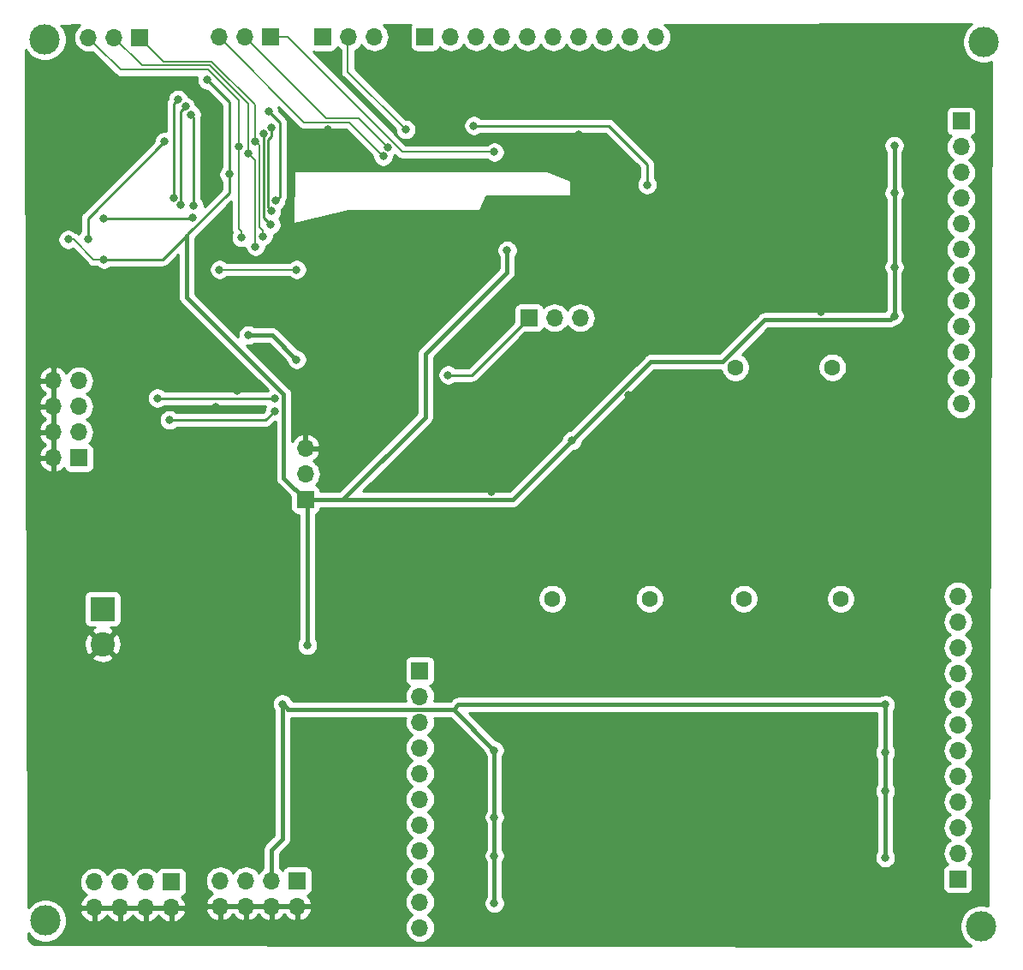
<source format=gbr>
G04 #@! TF.GenerationSoftware,KiCad,Pcbnew,(5.1.0)-1*
G04 #@! TF.CreationDate,2019-04-11T14:20:27+03:00*
G04 #@! TF.ProjectId,OF_link_CATV_tester-Aleksejsm,4f465f6c-696e-46b5-9f43-4154565f7465,rev?*
G04 #@! TF.SameCoordinates,Original*
G04 #@! TF.FileFunction,Copper,L2,Bot*
G04 #@! TF.FilePolarity,Positive*
%FSLAX46Y46*%
G04 Gerber Fmt 4.6, Leading zero omitted, Abs format (unit mm)*
G04 Created by KiCad (PCBNEW (5.1.0)-1) date 2019-04-11 14:20:27*
%MOMM*%
%LPD*%
G04 APERTURE LIST*
%ADD10R,1.700000X1.700000*%
%ADD11O,1.700000X1.700000*%
%ADD12C,1.600000*%
%ADD13C,2.400000*%
%ADD14R,2.400000X2.400000*%
%ADD15C,3.000000*%
%ADD16C,0.800000*%
%ADD17C,0.400000*%
%ADD18C,0.200000*%
%ADD19C,0.250000*%
%ADD20C,0.254000*%
G04 APERTURE END LIST*
D10*
X123825000Y-108394500D03*
D11*
X126365000Y-108394500D03*
X128905000Y-108394500D03*
X80264000Y-80708500D03*
X82804000Y-80708500D03*
D10*
X85344000Y-80708500D03*
D11*
X93154500Y-80645000D03*
X95694500Y-80645000D03*
D10*
X98234500Y-80645000D03*
D11*
X108521500Y-80645000D03*
X105981500Y-80645000D03*
D10*
X103441500Y-80645000D03*
D11*
X76771500Y-114617500D03*
X79311500Y-114617500D03*
X76771500Y-117157500D03*
X79311500Y-117157500D03*
X76771500Y-119697500D03*
X79311500Y-119697500D03*
X76771500Y-122237500D03*
D10*
X79311500Y-122237500D03*
D11*
X93281500Y-166560500D03*
X93281500Y-164020500D03*
X95821500Y-166560500D03*
X95821500Y-164020500D03*
X98361500Y-166560500D03*
X98361500Y-164020500D03*
X100901500Y-166560500D03*
D10*
X100901500Y-164020500D03*
D11*
X80835500Y-166687500D03*
X80835500Y-164147500D03*
X83375500Y-166687500D03*
X83375500Y-164147500D03*
X85915500Y-166687500D03*
X85915500Y-164147500D03*
X88455500Y-166687500D03*
D10*
X88455500Y-164147500D03*
D11*
X113030000Y-168656000D03*
X113030000Y-166116000D03*
X113030000Y-163576000D03*
X113030000Y-161036000D03*
X113030000Y-158496000D03*
X113030000Y-155956000D03*
X113030000Y-153416000D03*
X113030000Y-150876000D03*
X113030000Y-148336000D03*
X113030000Y-145796000D03*
D10*
X113030000Y-143256000D03*
D12*
X126137000Y-136144000D03*
X135737000Y-136144000D03*
X153834500Y-113284000D03*
X144234500Y-113284000D03*
X145060000Y-136144000D03*
X154660000Y-136144000D03*
D11*
X166560500Y-116903500D03*
X166560500Y-114363500D03*
X166560500Y-111823500D03*
X166560500Y-109283500D03*
X166560500Y-106743500D03*
X166560500Y-104203500D03*
X166560500Y-101663500D03*
X166560500Y-99123500D03*
X166560500Y-96583500D03*
X166560500Y-94043500D03*
X166560500Y-91503500D03*
D10*
X166560500Y-88963500D03*
D11*
X166243000Y-135890000D03*
X166243000Y-138430000D03*
X166243000Y-140970000D03*
X166243000Y-143510000D03*
X166243000Y-146050000D03*
X166243000Y-148590000D03*
X166243000Y-151130000D03*
X166243000Y-153670000D03*
X166243000Y-156210000D03*
X166243000Y-158750000D03*
X166243000Y-161290000D03*
D10*
X166243000Y-163830000D03*
D11*
X101727000Y-121285000D03*
X101727000Y-123825000D03*
D10*
X101727000Y-126365000D03*
D13*
X81661000Y-140660000D03*
D14*
X81661000Y-137160000D03*
D11*
X136398000Y-80645000D03*
X133858000Y-80645000D03*
X131318000Y-80645000D03*
X128778000Y-80645000D03*
X126238000Y-80645000D03*
X123698000Y-80645000D03*
X121158000Y-80645000D03*
X118618000Y-80645000D03*
X116078000Y-80645000D03*
D10*
X113538000Y-80645000D03*
D15*
X168529000Y-168529000D03*
X168783000Y-81153000D03*
X75946000Y-80899000D03*
X76009500Y-167957500D03*
D16*
X159954759Y-96073304D03*
X159956500Y-91376500D03*
X123126500Y-113157000D03*
X123126500Y-114935000D03*
X123126500Y-116332000D03*
X134302500Y-111315500D03*
X123126500Y-117983000D03*
X136080500Y-111442500D03*
X120078500Y-121221500D03*
X131254500Y-123126500D03*
X120078500Y-122999500D03*
X120078500Y-124396500D03*
X136080500Y-121285000D03*
X159065759Y-151318304D03*
X159067500Y-146621500D03*
X159067500Y-161734500D03*
X159067500Y-155130500D03*
X93218000Y-103632000D03*
X100838000Y-103632000D03*
X81788000Y-98552000D03*
X90592813Y-98500868D03*
X130937000Y-98298000D03*
X131953000Y-99314000D03*
X132842000Y-98298000D03*
X133858000Y-99314000D03*
X134747000Y-98298000D03*
X130048000Y-91440000D03*
X128778000Y-90297000D03*
X127381000Y-91440000D03*
X121412000Y-98298000D03*
X120015000Y-97282000D03*
X122428000Y-98044000D03*
X129921000Y-95504000D03*
X127254000Y-93726000D03*
X109855000Y-101092000D03*
X112268000Y-101092000D03*
X114808000Y-101219000D03*
X117475000Y-101219000D03*
X119761000Y-101346000D03*
X75438000Y-105537000D03*
X78867000Y-96647000D03*
X92456000Y-90678000D03*
X92456000Y-100203000D03*
X83439000Y-147447000D03*
X76835000Y-149987000D03*
X78486000Y-148590000D03*
X80010000Y-149479000D03*
X94869000Y-152654000D03*
X96139000Y-153035000D03*
X97760000Y-151735000D03*
X106426000Y-151003000D03*
X106426000Y-149352000D03*
X104648000Y-141097000D03*
X106299000Y-142748000D03*
X105664000Y-144399000D03*
X94742000Y-135763000D03*
X93345000Y-133858000D03*
X92202000Y-125095000D03*
X90424000Y-125095000D03*
X86106000Y-125857000D03*
X82677000Y-126873000D03*
X84328000Y-125476000D03*
X90170000Y-121920000D03*
X90170000Y-120904000D03*
X92837000Y-117221000D03*
X118364000Y-87884000D03*
X108204000Y-116840000D03*
X108077000Y-117856000D03*
X108204000Y-118872000D03*
X108712000Y-106680000D03*
X107950000Y-107950000D03*
X116078000Y-104013000D03*
X114173000Y-104013000D03*
X111379000Y-122682000D03*
X111252000Y-123825000D03*
X111506000Y-125095000D03*
X107569000Y-113411000D03*
X107569000Y-115189000D03*
X134239000Y-138430000D03*
X132207000Y-130048000D03*
X134493000Y-130175000D03*
X114554000Y-134747000D03*
X118618000Y-131064000D03*
X118745000Y-129286000D03*
X104013000Y-132270500D03*
X104013000Y-134048500D03*
X104013000Y-135445500D03*
X104013000Y-137096500D03*
X94996000Y-115611000D03*
X82804000Y-108331000D03*
X82804000Y-105791000D03*
X84416990Y-145923000D03*
X128753635Y-130072365D03*
X136207500Y-119533510D03*
X146177000Y-134175500D03*
X147066000Y-129921000D03*
X151320500Y-130048000D03*
X153289000Y-130111500D03*
X146748500Y-138303000D03*
X154305000Y-142113000D03*
X154178000Y-117411500D03*
X150749000Y-119570500D03*
X147383500Y-119380000D03*
X145351500Y-115506500D03*
X144145000Y-109283500D03*
X152687069Y-107803989D03*
X133661693Y-116072193D03*
X120078500Y-125564990D03*
X126492002Y-141287498D03*
X126047500Y-132588000D03*
X119692736Y-93291194D03*
X117862773Y-86874776D03*
X107370478Y-92770598D03*
X116522394Y-87330391D03*
X103949498Y-89789000D03*
X102425500Y-90360500D03*
X87757000Y-90995500D03*
X80200500Y-100584000D03*
X100838000Y-112522000D03*
X96077990Y-110109000D03*
X88668000Y-96559892D03*
X89116430Y-86834348D03*
X89393000Y-97267000D03*
X89842739Y-87521732D03*
X90678000Y-97332000D03*
X90424762Y-88334919D03*
X98297991Y-99186991D03*
X97570999Y-90189746D03*
X98370115Y-97844885D03*
X98393004Y-89620246D03*
X98774041Y-96845377D03*
X98102840Y-88015660D03*
X97536000Y-100330000D03*
X96747406Y-90932000D03*
X96774000Y-101346000D03*
X96047396Y-92147301D03*
X95377000Y-100457000D03*
X95123000Y-91440002D03*
X81788000Y-102616000D03*
X135509000Y-95250000D03*
X118364000Y-89408000D03*
X120396000Y-151130000D03*
X120396000Y-157734000D03*
X120396000Y-166243000D03*
X101901000Y-140763000D03*
X94168990Y-94221263D03*
X121666000Y-101727000D03*
X120397741Y-161546196D03*
X99441000Y-146558000D03*
X159956498Y-108204000D03*
X159956500Y-103378000D03*
X128079500Y-120523000D03*
X78248000Y-100663500D03*
X92011496Y-84899500D03*
X88265000Y-118491000D03*
X98679000Y-117602000D03*
X98678991Y-116346860D03*
X87077958Y-116336010D03*
X115824000Y-114046000D03*
X120401365Y-92016865D03*
X109859758Y-91545722D03*
X111633000Y-89789000D03*
X109414261Y-92441018D03*
D17*
X159956500Y-91376500D02*
X159956500Y-96071563D01*
X159956500Y-96071563D02*
X159954759Y-96073304D01*
X159067500Y-161734500D02*
X159067500Y-161168815D01*
X159067500Y-161168815D02*
X159067500Y-155130500D01*
X159067500Y-146621500D02*
X159067500Y-151316563D01*
X159067500Y-151320045D02*
X159065759Y-151318304D01*
X159067500Y-151316563D02*
X159065759Y-151318304D01*
X159067500Y-155130500D02*
X159067500Y-151320045D01*
D18*
X93218000Y-103632000D02*
X100838000Y-103632000D01*
D19*
X81788000Y-98552000D02*
X90541681Y-98552000D01*
X90541681Y-98552000D02*
X90592813Y-98500868D01*
X87757000Y-90995500D02*
X80200500Y-98552000D01*
X80200500Y-98552000D02*
X80200500Y-100584000D01*
D17*
X98425000Y-110109000D02*
X96643675Y-110109000D01*
X96643675Y-110109000D02*
X96077990Y-110109000D01*
X100838000Y-112522000D02*
X98425000Y-110109000D01*
D19*
X88668000Y-87282778D02*
X88716431Y-87234347D01*
X88668000Y-96559892D02*
X88668000Y-87282778D01*
X88716431Y-87234347D02*
X89116430Y-86834348D01*
X89393000Y-87971471D02*
X89442740Y-87921731D01*
X89442740Y-87921731D02*
X89842739Y-87521732D01*
X89393000Y-97267000D02*
X89393000Y-87971471D01*
X90678000Y-88588157D02*
X90424762Y-88334919D01*
X90678000Y-97332000D02*
X90678000Y-88588157D01*
X97570999Y-90755431D02*
X97570999Y-90189746D01*
X97599022Y-90783454D02*
X97570999Y-90755431D01*
X98297991Y-99186991D02*
X97599022Y-98488022D01*
X97599022Y-98488022D02*
X97599022Y-90783454D01*
X98049031Y-97523801D02*
X98049031Y-90793471D01*
X98049031Y-90793471D02*
X98393004Y-90449498D01*
X98393004Y-90449498D02*
X98393004Y-90185931D01*
X98370115Y-97844885D02*
X98049031Y-97523801D01*
X98393004Y-90185931D02*
X98393004Y-89620246D01*
X99174040Y-96445378D02*
X99174040Y-89086860D01*
X99174040Y-89086860D02*
X98502839Y-88415659D01*
X98502839Y-88415659D02*
X98102840Y-88015660D01*
X98774041Y-96845377D02*
X99174040Y-96445378D01*
D18*
X97174011Y-99402326D02*
X97174011Y-91358605D01*
X97174011Y-91358605D02*
X97147405Y-91331999D01*
X97536000Y-100330000D02*
X97536000Y-99764315D01*
X97147405Y-91331999D02*
X96747406Y-90932000D01*
X97536000Y-99764315D02*
X97174011Y-99402326D01*
X92456000Y-83058000D02*
X96747406Y-87349406D01*
X87693500Y-83058000D02*
X92456000Y-83058000D01*
X96747406Y-90366315D02*
X96747406Y-90932000D01*
X85344000Y-80708500D02*
X87693500Y-83058000D01*
X96747406Y-87349406D02*
X96747406Y-90366315D01*
X96774000Y-92873905D02*
X96447395Y-92547300D01*
X96447395Y-92547300D02*
X96047396Y-92147301D01*
X96774000Y-101346000D02*
X96774000Y-92873905D01*
X96047396Y-91581616D02*
X96047396Y-92147301D01*
X85553511Y-83458011D02*
X92290311Y-83458011D01*
X82804000Y-80708500D02*
X85553511Y-83458011D01*
X92290311Y-83458011D02*
X96047396Y-87215096D01*
X96047396Y-87215096D02*
X96047396Y-91581616D01*
X95377000Y-99891315D02*
X95123000Y-99637315D01*
X95377000Y-100457000D02*
X95377000Y-99891315D01*
X95123000Y-99637315D02*
X95123000Y-91440002D01*
X92113022Y-83858022D02*
X83413522Y-83858022D01*
X81113999Y-81558499D02*
X80264000Y-80708500D01*
X83413522Y-83858022D02*
X81113999Y-81558499D01*
X95123000Y-86868000D02*
X92113022Y-83858022D01*
X95123000Y-91440002D02*
X95123000Y-86868000D01*
D19*
X81788000Y-102616000D02*
X87609938Y-102616000D01*
X94168990Y-94786948D02*
X94168990Y-94221263D01*
X94168990Y-96056948D02*
X94168990Y-94786948D01*
X118929685Y-89408000D02*
X118364000Y-89408000D01*
X131699000Y-89408000D02*
X118929685Y-89408000D01*
X135509000Y-95250000D02*
X135509000Y-93218000D01*
X135509000Y-93218000D02*
X131699000Y-89408000D01*
X90159969Y-100065969D02*
X94168990Y-96056948D01*
X87609938Y-102616000D02*
X89969469Y-100256469D01*
X89969469Y-100256469D02*
X90159969Y-100065969D01*
D17*
X120396000Y-151695685D02*
X120396000Y-157734000D01*
X120396000Y-151130000D02*
X120396000Y-151695685D01*
X101901000Y-126539000D02*
X101727000Y-126365000D01*
X101901000Y-140763000D02*
X101901000Y-126539000D01*
X89969469Y-106352469D02*
X89969469Y-100256469D01*
X99568000Y-115951000D02*
X89969469Y-106352469D01*
X101727000Y-126365000D02*
X99568000Y-124206000D01*
X99568000Y-124206000D02*
X99568000Y-115951000D01*
X105410000Y-126365000D02*
X101727000Y-126365000D01*
X113585000Y-118190000D02*
X105410000Y-126365000D01*
X113585000Y-111967000D02*
X113585000Y-118190000D01*
X121666000Y-101727000D02*
X121666000Y-103886000D01*
X121666000Y-103886000D02*
X113585000Y-111967000D01*
X115570000Y-126365000D02*
X101727000Y-126365000D01*
X120396000Y-161547937D02*
X120397741Y-161546196D01*
X120396000Y-166243000D02*
X120396000Y-161547937D01*
X120396000Y-161544455D02*
X120397741Y-161546196D01*
X120396000Y-157734000D02*
X120396000Y-161544455D01*
X99840999Y-146957999D02*
X99441000Y-146558000D01*
X99968999Y-147085999D02*
X99840999Y-146957999D01*
X116351999Y-147085999D02*
X99968999Y-147085999D01*
X120396000Y-151130000D02*
X116351999Y-147085999D01*
X116816498Y-146621500D02*
X116351999Y-147085999D01*
X159067500Y-146621500D02*
X116816498Y-146621500D01*
X159956498Y-108204000D02*
X159956498Y-103378002D01*
X159956498Y-103378002D02*
X159956500Y-103378000D01*
X159954759Y-96073304D02*
X159954759Y-103376259D01*
X159954759Y-103376259D02*
X159956500Y-103378000D01*
X147138499Y-108603999D02*
X143002000Y-112740498D01*
X159556499Y-108603999D02*
X147138499Y-108603999D01*
X159956498Y-108204000D02*
X159556499Y-108603999D01*
X143002000Y-112740498D02*
X135862002Y-112740498D01*
X122237500Y-126365000D02*
X115570000Y-126365000D01*
X135862002Y-112740498D02*
X128079500Y-120523000D01*
X128079500Y-120523000D02*
X122237500Y-126365000D01*
X98361500Y-160972500D02*
X98361500Y-164020500D01*
X99441000Y-146558000D02*
X99441000Y-159893000D01*
X99441000Y-159893000D02*
X98361500Y-160972500D01*
D18*
X81222315Y-102616000D02*
X81788000Y-102616000D01*
X80766185Y-102616000D02*
X81222315Y-102616000D01*
X78813685Y-100663500D02*
X80766185Y-102616000D01*
X78248000Y-100663500D02*
X78813685Y-100663500D01*
D19*
X94168990Y-94221263D02*
X94168990Y-87056994D01*
X94168990Y-87056994D02*
X92411495Y-85299499D01*
X92411495Y-85299499D02*
X92011496Y-84899500D01*
X98679000Y-117602000D02*
X97790000Y-118491000D01*
X97790000Y-118491000D02*
X88830685Y-118491000D01*
X88830685Y-118491000D02*
X88265000Y-118491000D01*
X87643643Y-116336010D02*
X87077958Y-116336010D01*
X98102456Y-116336010D02*
X87643643Y-116336010D01*
X98678991Y-116346860D02*
X98113306Y-116346860D01*
X98113306Y-116346860D02*
X98102456Y-116336010D01*
X118173500Y-114046000D02*
X115824000Y-114046000D01*
X123825000Y-108394500D02*
X118173500Y-114046000D01*
D18*
X99949000Y-80645000D02*
X111320865Y-92016865D01*
X98234500Y-80645000D02*
X99949000Y-80645000D01*
X119835680Y-92016865D02*
X120401365Y-92016865D01*
X111320865Y-92016865D02*
X119835680Y-92016865D01*
X103738488Y-88688988D02*
X107003024Y-88688988D01*
X107003024Y-88688988D02*
X109459759Y-91145723D01*
X109459759Y-91145723D02*
X109859758Y-91545722D01*
X95694500Y-80645000D02*
X103738488Y-88688988D01*
X105918000Y-84074000D02*
X105918000Y-80645000D01*
X111633000Y-89789000D02*
X105918000Y-84074000D01*
X93154500Y-80645000D02*
X101598498Y-89088998D01*
X101598498Y-89088998D02*
X106062241Y-89088998D01*
X106062241Y-89088998D02*
X109014262Y-92041019D01*
X109014262Y-92041019D02*
X109414261Y-92441018D01*
D20*
G36*
X167422017Y-79494637D02*
G01*
X167124637Y-79792017D01*
X166890988Y-80141698D01*
X166730047Y-80530244D01*
X166648000Y-80942721D01*
X166648000Y-81363279D01*
X166730047Y-81775756D01*
X166890988Y-82164302D01*
X167124637Y-82513983D01*
X167422017Y-82811363D01*
X167771698Y-83045012D01*
X168160244Y-83205953D01*
X168572721Y-83288000D01*
X168993279Y-83288000D01*
X169405756Y-83205953D01*
X169592307Y-83128681D01*
X169244383Y-166514414D01*
X169151756Y-166476047D01*
X168739279Y-166394000D01*
X168318721Y-166394000D01*
X167906244Y-166476047D01*
X167517698Y-166636988D01*
X167168017Y-166870637D01*
X166870637Y-167168017D01*
X166636988Y-167517698D01*
X166476047Y-167906244D01*
X166394000Y-168318721D01*
X166394000Y-168739279D01*
X166476047Y-169151756D01*
X166636988Y-169540302D01*
X166870637Y-169889983D01*
X167168017Y-170187363D01*
X167517698Y-170421012D01*
X167543219Y-170431583D01*
X74867655Y-170307934D01*
X74732882Y-170217199D01*
X74293226Y-169797789D01*
X74291641Y-169229440D01*
X74351137Y-169318483D01*
X74648517Y-169615863D01*
X74998198Y-169849512D01*
X75386744Y-170010453D01*
X75799221Y-170092500D01*
X76219779Y-170092500D01*
X76632256Y-170010453D01*
X77020802Y-169849512D01*
X77370483Y-169615863D01*
X77667863Y-169318483D01*
X77901512Y-168968802D01*
X78062453Y-168580256D01*
X78144500Y-168167779D01*
X78144500Y-167747221D01*
X78062453Y-167334744D01*
X77942185Y-167044391D01*
X79394019Y-167044391D01*
X79491343Y-167318752D01*
X79640322Y-167568855D01*
X79835231Y-167785088D01*
X80068580Y-167959141D01*
X80331401Y-168084325D01*
X80478610Y-168128976D01*
X80708500Y-168007655D01*
X80708500Y-166814500D01*
X80962500Y-166814500D01*
X80962500Y-168007655D01*
X81192390Y-168128976D01*
X81339599Y-168084325D01*
X81602420Y-167959141D01*
X81835769Y-167785088D01*
X82030678Y-167568855D01*
X82105500Y-167443245D01*
X82180322Y-167568855D01*
X82375231Y-167785088D01*
X82608580Y-167959141D01*
X82871401Y-168084325D01*
X83018610Y-168128976D01*
X83248500Y-168007655D01*
X83248500Y-166814500D01*
X83502500Y-166814500D01*
X83502500Y-168007655D01*
X83732390Y-168128976D01*
X83879599Y-168084325D01*
X84142420Y-167959141D01*
X84375769Y-167785088D01*
X84570678Y-167568855D01*
X84645500Y-167443245D01*
X84720322Y-167568855D01*
X84915231Y-167785088D01*
X85148580Y-167959141D01*
X85411401Y-168084325D01*
X85558610Y-168128976D01*
X85788500Y-168007655D01*
X85788500Y-166814500D01*
X86042500Y-166814500D01*
X86042500Y-168007655D01*
X86272390Y-168128976D01*
X86419599Y-168084325D01*
X86682420Y-167959141D01*
X86915769Y-167785088D01*
X87110678Y-167568855D01*
X87185500Y-167443245D01*
X87260322Y-167568855D01*
X87455231Y-167785088D01*
X87688580Y-167959141D01*
X87951401Y-168084325D01*
X88098610Y-168128976D01*
X88328500Y-168007655D01*
X88328500Y-166814500D01*
X88582500Y-166814500D01*
X88582500Y-168007655D01*
X88812390Y-168128976D01*
X88959599Y-168084325D01*
X89222420Y-167959141D01*
X89455769Y-167785088D01*
X89650678Y-167568855D01*
X89799657Y-167318752D01*
X89896981Y-167044391D01*
X89830321Y-166917391D01*
X91840019Y-166917391D01*
X91937343Y-167191752D01*
X92086322Y-167441855D01*
X92281231Y-167658088D01*
X92514580Y-167832141D01*
X92777401Y-167957325D01*
X92924610Y-168001976D01*
X93154500Y-167880655D01*
X93154500Y-166687500D01*
X93408500Y-166687500D01*
X93408500Y-167880655D01*
X93638390Y-168001976D01*
X93785599Y-167957325D01*
X94048420Y-167832141D01*
X94281769Y-167658088D01*
X94476678Y-167441855D01*
X94551500Y-167316245D01*
X94626322Y-167441855D01*
X94821231Y-167658088D01*
X95054580Y-167832141D01*
X95317401Y-167957325D01*
X95464610Y-168001976D01*
X95694500Y-167880655D01*
X95694500Y-166687500D01*
X95948500Y-166687500D01*
X95948500Y-167880655D01*
X96178390Y-168001976D01*
X96325599Y-167957325D01*
X96588420Y-167832141D01*
X96821769Y-167658088D01*
X97016678Y-167441855D01*
X97091500Y-167316245D01*
X97166322Y-167441855D01*
X97361231Y-167658088D01*
X97594580Y-167832141D01*
X97857401Y-167957325D01*
X98004610Y-168001976D01*
X98234500Y-167880655D01*
X98234500Y-166687500D01*
X98488500Y-166687500D01*
X98488500Y-167880655D01*
X98718390Y-168001976D01*
X98865599Y-167957325D01*
X99128420Y-167832141D01*
X99361769Y-167658088D01*
X99556678Y-167441855D01*
X99631500Y-167316245D01*
X99706322Y-167441855D01*
X99901231Y-167658088D01*
X100134580Y-167832141D01*
X100397401Y-167957325D01*
X100544610Y-168001976D01*
X100774500Y-167880655D01*
X100774500Y-166687500D01*
X101028500Y-166687500D01*
X101028500Y-167880655D01*
X101258390Y-168001976D01*
X101405599Y-167957325D01*
X101668420Y-167832141D01*
X101901769Y-167658088D01*
X102096678Y-167441855D01*
X102245657Y-167191752D01*
X102342981Y-166917391D01*
X102222314Y-166687500D01*
X101028500Y-166687500D01*
X100774500Y-166687500D01*
X98488500Y-166687500D01*
X98234500Y-166687500D01*
X95948500Y-166687500D01*
X95694500Y-166687500D01*
X93408500Y-166687500D01*
X93154500Y-166687500D01*
X91960686Y-166687500D01*
X91840019Y-166917391D01*
X89830321Y-166917391D01*
X89776314Y-166814500D01*
X88582500Y-166814500D01*
X88328500Y-166814500D01*
X86042500Y-166814500D01*
X85788500Y-166814500D01*
X83502500Y-166814500D01*
X83248500Y-166814500D01*
X80962500Y-166814500D01*
X80708500Y-166814500D01*
X79514686Y-166814500D01*
X79394019Y-167044391D01*
X77942185Y-167044391D01*
X77901512Y-166946198D01*
X77667863Y-166596517D01*
X77370483Y-166299137D01*
X77020802Y-166065488D01*
X76632256Y-165904547D01*
X76219779Y-165822500D01*
X75799221Y-165822500D01*
X75386744Y-165904547D01*
X74998198Y-166065488D01*
X74648517Y-166299137D01*
X74351137Y-166596517D01*
X74284574Y-166696135D01*
X74277465Y-164147500D01*
X79343315Y-164147500D01*
X79371987Y-164438611D01*
X79456901Y-164718534D01*
X79594794Y-164976514D01*
X79780366Y-165202634D01*
X80006486Y-165388206D01*
X80064256Y-165419084D01*
X79835231Y-165589912D01*
X79640322Y-165806145D01*
X79491343Y-166056248D01*
X79394019Y-166330609D01*
X79514686Y-166560500D01*
X80708500Y-166560500D01*
X80708500Y-166540500D01*
X80962500Y-166540500D01*
X80962500Y-166560500D01*
X83248500Y-166560500D01*
X83248500Y-166540500D01*
X83502500Y-166540500D01*
X83502500Y-166560500D01*
X85788500Y-166560500D01*
X85788500Y-166540500D01*
X86042500Y-166540500D01*
X86042500Y-166560500D01*
X88328500Y-166560500D01*
X88328500Y-166540500D01*
X88582500Y-166540500D01*
X88582500Y-166560500D01*
X89776314Y-166560500D01*
X89896981Y-166330609D01*
X89799657Y-166056248D01*
X89650678Y-165806145D01*
X89473874Y-165609998D01*
X89549680Y-165587002D01*
X89659994Y-165528037D01*
X89756685Y-165448685D01*
X89836037Y-165351994D01*
X89895002Y-165241680D01*
X89931312Y-165121982D01*
X89943572Y-164997500D01*
X89943572Y-164020500D01*
X91789315Y-164020500D01*
X91817987Y-164311611D01*
X91902901Y-164591534D01*
X92040794Y-164849514D01*
X92226366Y-165075634D01*
X92452486Y-165261206D01*
X92510256Y-165292084D01*
X92281231Y-165462912D01*
X92086322Y-165679145D01*
X91937343Y-165929248D01*
X91840019Y-166203609D01*
X91960686Y-166433500D01*
X93154500Y-166433500D01*
X93154500Y-166413500D01*
X93408500Y-166413500D01*
X93408500Y-166433500D01*
X95694500Y-166433500D01*
X95694500Y-166413500D01*
X95948500Y-166413500D01*
X95948500Y-166433500D01*
X98234500Y-166433500D01*
X98234500Y-166413500D01*
X98488500Y-166413500D01*
X98488500Y-166433500D01*
X100774500Y-166433500D01*
X100774500Y-166413500D01*
X101028500Y-166413500D01*
X101028500Y-166433500D01*
X102222314Y-166433500D01*
X102342981Y-166203609D01*
X102245657Y-165929248D01*
X102096678Y-165679145D01*
X101919874Y-165482998D01*
X101995680Y-165460002D01*
X102105994Y-165401037D01*
X102202685Y-165321685D01*
X102282037Y-165224994D01*
X102341002Y-165114680D01*
X102377312Y-164994982D01*
X102389572Y-164870500D01*
X102389572Y-163170500D01*
X102377312Y-163046018D01*
X102341002Y-162926320D01*
X102282037Y-162816006D01*
X102202685Y-162719315D01*
X102105994Y-162639963D01*
X101995680Y-162580998D01*
X101875982Y-162544688D01*
X101751500Y-162532428D01*
X100051500Y-162532428D01*
X99927018Y-162544688D01*
X99807320Y-162580998D01*
X99697006Y-162639963D01*
X99600315Y-162719315D01*
X99520963Y-162816006D01*
X99461998Y-162926320D01*
X99441107Y-162995187D01*
X99416634Y-162965366D01*
X99196500Y-162784707D01*
X99196500Y-161318367D01*
X100002432Y-160512437D01*
X100034291Y-160486291D01*
X100138636Y-160359146D01*
X100216172Y-160214087D01*
X100263918Y-160056689D01*
X100276000Y-159934019D01*
X100276000Y-159934018D01*
X100280040Y-159893000D01*
X100276000Y-159851982D01*
X100276000Y-147920999D01*
X111604069Y-147920999D01*
X111566487Y-148044889D01*
X111537815Y-148336000D01*
X111566487Y-148627111D01*
X111651401Y-148907034D01*
X111789294Y-149165014D01*
X111974866Y-149391134D01*
X112200986Y-149576706D01*
X112255791Y-149606000D01*
X112200986Y-149635294D01*
X111974866Y-149820866D01*
X111789294Y-150046986D01*
X111651401Y-150304966D01*
X111566487Y-150584889D01*
X111537815Y-150876000D01*
X111566487Y-151167111D01*
X111651401Y-151447034D01*
X111789294Y-151705014D01*
X111974866Y-151931134D01*
X112200986Y-152116706D01*
X112255791Y-152146000D01*
X112200986Y-152175294D01*
X111974866Y-152360866D01*
X111789294Y-152586986D01*
X111651401Y-152844966D01*
X111566487Y-153124889D01*
X111537815Y-153416000D01*
X111566487Y-153707111D01*
X111651401Y-153987034D01*
X111789294Y-154245014D01*
X111974866Y-154471134D01*
X112200986Y-154656706D01*
X112255791Y-154686000D01*
X112200986Y-154715294D01*
X111974866Y-154900866D01*
X111789294Y-155126986D01*
X111651401Y-155384966D01*
X111566487Y-155664889D01*
X111537815Y-155956000D01*
X111566487Y-156247111D01*
X111651401Y-156527034D01*
X111789294Y-156785014D01*
X111974866Y-157011134D01*
X112200986Y-157196706D01*
X112255791Y-157226000D01*
X112200986Y-157255294D01*
X111974866Y-157440866D01*
X111789294Y-157666986D01*
X111651401Y-157924966D01*
X111566487Y-158204889D01*
X111537815Y-158496000D01*
X111566487Y-158787111D01*
X111651401Y-159067034D01*
X111789294Y-159325014D01*
X111974866Y-159551134D01*
X112200986Y-159736706D01*
X112255791Y-159766000D01*
X112200986Y-159795294D01*
X111974866Y-159980866D01*
X111789294Y-160206986D01*
X111651401Y-160464966D01*
X111566487Y-160744889D01*
X111537815Y-161036000D01*
X111566487Y-161327111D01*
X111651401Y-161607034D01*
X111789294Y-161865014D01*
X111974866Y-162091134D01*
X112200986Y-162276706D01*
X112255791Y-162306000D01*
X112200986Y-162335294D01*
X111974866Y-162520866D01*
X111789294Y-162746986D01*
X111651401Y-163004966D01*
X111566487Y-163284889D01*
X111537815Y-163576000D01*
X111566487Y-163867111D01*
X111651401Y-164147034D01*
X111789294Y-164405014D01*
X111974866Y-164631134D01*
X112200986Y-164816706D01*
X112255791Y-164846000D01*
X112200986Y-164875294D01*
X111974866Y-165060866D01*
X111789294Y-165286986D01*
X111651401Y-165544966D01*
X111566487Y-165824889D01*
X111537815Y-166116000D01*
X111566487Y-166407111D01*
X111651401Y-166687034D01*
X111789294Y-166945014D01*
X111974866Y-167171134D01*
X112200986Y-167356706D01*
X112255791Y-167386000D01*
X112200986Y-167415294D01*
X111974866Y-167600866D01*
X111789294Y-167826986D01*
X111651401Y-168084966D01*
X111566487Y-168364889D01*
X111537815Y-168656000D01*
X111566487Y-168947111D01*
X111651401Y-169227034D01*
X111789294Y-169485014D01*
X111974866Y-169711134D01*
X112200986Y-169896706D01*
X112458966Y-170034599D01*
X112738889Y-170119513D01*
X112957050Y-170141000D01*
X113102950Y-170141000D01*
X113321111Y-170119513D01*
X113601034Y-170034599D01*
X113859014Y-169896706D01*
X114085134Y-169711134D01*
X114270706Y-169485014D01*
X114408599Y-169227034D01*
X114493513Y-168947111D01*
X114522185Y-168656000D01*
X114493513Y-168364889D01*
X114408599Y-168084966D01*
X114270706Y-167826986D01*
X114085134Y-167600866D01*
X113859014Y-167415294D01*
X113804209Y-167386000D01*
X113859014Y-167356706D01*
X114085134Y-167171134D01*
X114270706Y-166945014D01*
X114408599Y-166687034D01*
X114493513Y-166407111D01*
X114522185Y-166116000D01*
X114493513Y-165824889D01*
X114408599Y-165544966D01*
X114270706Y-165286986D01*
X114085134Y-165060866D01*
X113859014Y-164875294D01*
X113804209Y-164846000D01*
X113859014Y-164816706D01*
X114085134Y-164631134D01*
X114270706Y-164405014D01*
X114408599Y-164147034D01*
X114493513Y-163867111D01*
X114522185Y-163576000D01*
X114493513Y-163284889D01*
X114408599Y-163004966D01*
X114270706Y-162746986D01*
X114085134Y-162520866D01*
X113859014Y-162335294D01*
X113804209Y-162306000D01*
X113859014Y-162276706D01*
X114085134Y-162091134D01*
X114270706Y-161865014D01*
X114408599Y-161607034D01*
X114493513Y-161327111D01*
X114522185Y-161036000D01*
X114493513Y-160744889D01*
X114408599Y-160464966D01*
X114270706Y-160206986D01*
X114085134Y-159980866D01*
X113859014Y-159795294D01*
X113804209Y-159766000D01*
X113859014Y-159736706D01*
X114085134Y-159551134D01*
X114270706Y-159325014D01*
X114408599Y-159067034D01*
X114493513Y-158787111D01*
X114522185Y-158496000D01*
X114493513Y-158204889D01*
X114408599Y-157924966D01*
X114270706Y-157666986D01*
X114085134Y-157440866D01*
X113859014Y-157255294D01*
X113804209Y-157226000D01*
X113859014Y-157196706D01*
X114085134Y-157011134D01*
X114270706Y-156785014D01*
X114408599Y-156527034D01*
X114493513Y-156247111D01*
X114522185Y-155956000D01*
X114493513Y-155664889D01*
X114408599Y-155384966D01*
X114270706Y-155126986D01*
X114085134Y-154900866D01*
X113859014Y-154715294D01*
X113804209Y-154686000D01*
X113859014Y-154656706D01*
X114085134Y-154471134D01*
X114270706Y-154245014D01*
X114408599Y-153987034D01*
X114493513Y-153707111D01*
X114522185Y-153416000D01*
X114493513Y-153124889D01*
X114408599Y-152844966D01*
X114270706Y-152586986D01*
X114085134Y-152360866D01*
X113859014Y-152175294D01*
X113804209Y-152146000D01*
X113859014Y-152116706D01*
X114085134Y-151931134D01*
X114270706Y-151705014D01*
X114408599Y-151447034D01*
X114493513Y-151167111D01*
X114522185Y-150876000D01*
X114493513Y-150584889D01*
X114408599Y-150304966D01*
X114270706Y-150046986D01*
X114085134Y-149820866D01*
X113859014Y-149635294D01*
X113804209Y-149606000D01*
X113859014Y-149576706D01*
X114085134Y-149391134D01*
X114270706Y-149165014D01*
X114408599Y-148907034D01*
X114493513Y-148627111D01*
X114522185Y-148336000D01*
X114493513Y-148044889D01*
X114455931Y-147920999D01*
X116006132Y-147920999D01*
X119371908Y-151286775D01*
X119400774Y-151431898D01*
X119478795Y-151620256D01*
X119561000Y-151743285D01*
X119561001Y-157120714D01*
X119478795Y-157243744D01*
X119400774Y-157432102D01*
X119361000Y-157632061D01*
X119361000Y-157835939D01*
X119400774Y-158035898D01*
X119478795Y-158224256D01*
X119561000Y-158347285D01*
X119561001Y-160935516D01*
X119480536Y-161055940D01*
X119402515Y-161244298D01*
X119362741Y-161444257D01*
X119362741Y-161648135D01*
X119402515Y-161848094D01*
X119480536Y-162036452D01*
X119561001Y-162156877D01*
X119561000Y-165629715D01*
X119478795Y-165752744D01*
X119400774Y-165941102D01*
X119361000Y-166141061D01*
X119361000Y-166344939D01*
X119400774Y-166544898D01*
X119478795Y-166733256D01*
X119592063Y-166902774D01*
X119736226Y-167046937D01*
X119905744Y-167160205D01*
X120094102Y-167238226D01*
X120294061Y-167278000D01*
X120497939Y-167278000D01*
X120697898Y-167238226D01*
X120886256Y-167160205D01*
X121055774Y-167046937D01*
X121199937Y-166902774D01*
X121313205Y-166733256D01*
X121391226Y-166544898D01*
X121431000Y-166344939D01*
X121431000Y-166141061D01*
X121391226Y-165941102D01*
X121313205Y-165752744D01*
X121231000Y-165629715D01*
X121231000Y-162162086D01*
X121314946Y-162036452D01*
X121392967Y-161848094D01*
X121432741Y-161648135D01*
X121432741Y-161444257D01*
X121392967Y-161244298D01*
X121314946Y-161055940D01*
X121231000Y-160930306D01*
X121231000Y-158347285D01*
X121313205Y-158224256D01*
X121391226Y-158035898D01*
X121431000Y-157835939D01*
X121431000Y-157632061D01*
X121391226Y-157432102D01*
X121313205Y-157243744D01*
X121231000Y-157120715D01*
X121231000Y-151743285D01*
X121313205Y-151620256D01*
X121391226Y-151431898D01*
X121431000Y-151231939D01*
X121431000Y-151028061D01*
X121391226Y-150828102D01*
X121313205Y-150639744D01*
X121199937Y-150470226D01*
X121055774Y-150326063D01*
X120886256Y-150212795D01*
X120697898Y-150134774D01*
X120552775Y-150105908D01*
X117903367Y-147456500D01*
X158232500Y-147456500D01*
X158232501Y-150702412D01*
X158148554Y-150828048D01*
X158070533Y-151016406D01*
X158030759Y-151216365D01*
X158030759Y-151420243D01*
X158070533Y-151620202D01*
X158148554Y-151808560D01*
X158232501Y-151934196D01*
X158232500Y-154517215D01*
X158150295Y-154640244D01*
X158072274Y-154828602D01*
X158032500Y-155028561D01*
X158032500Y-155232439D01*
X158072274Y-155432398D01*
X158150295Y-155620756D01*
X158232501Y-155743786D01*
X158232500Y-161121215D01*
X158150295Y-161244244D01*
X158072274Y-161432602D01*
X158032500Y-161632561D01*
X158032500Y-161836439D01*
X158072274Y-162036398D01*
X158150295Y-162224756D01*
X158263563Y-162394274D01*
X158407726Y-162538437D01*
X158577244Y-162651705D01*
X158765602Y-162729726D01*
X158965561Y-162769500D01*
X159169439Y-162769500D01*
X159369398Y-162729726D01*
X159557756Y-162651705D01*
X159727274Y-162538437D01*
X159871437Y-162394274D01*
X159984705Y-162224756D01*
X160062726Y-162036398D01*
X160102500Y-161836439D01*
X160102500Y-161632561D01*
X160062726Y-161432602D01*
X159984705Y-161244244D01*
X159902500Y-161121215D01*
X159902500Y-155743785D01*
X159984705Y-155620756D01*
X160062726Y-155432398D01*
X160102500Y-155232439D01*
X160102500Y-155028561D01*
X160062726Y-154828602D01*
X159984705Y-154640244D01*
X159902500Y-154517215D01*
X159902500Y-151928983D01*
X159982964Y-151808560D01*
X160060985Y-151620202D01*
X160100759Y-151420243D01*
X160100759Y-151216365D01*
X160060985Y-151016406D01*
X159982964Y-150828048D01*
X159902500Y-150707625D01*
X159902500Y-147234785D01*
X159984705Y-147111756D01*
X160062726Y-146923398D01*
X160102500Y-146723439D01*
X160102500Y-146519561D01*
X160062726Y-146319602D01*
X159984705Y-146131244D01*
X159871437Y-145961726D01*
X159727274Y-145817563D01*
X159557756Y-145704295D01*
X159369398Y-145626274D01*
X159169439Y-145586500D01*
X158965561Y-145586500D01*
X158765602Y-145626274D01*
X158577244Y-145704295D01*
X158454215Y-145786500D01*
X116857516Y-145786500D01*
X116816498Y-145782460D01*
X116775480Y-145786500D01*
X116775479Y-145786500D01*
X116652809Y-145798582D01*
X116495411Y-145846328D01*
X116350352Y-145923864D01*
X116223207Y-146028209D01*
X116197056Y-146060074D01*
X116006131Y-146250999D01*
X114443798Y-146250999D01*
X114493513Y-146087111D01*
X114522185Y-145796000D01*
X114493513Y-145504889D01*
X114408599Y-145224966D01*
X114270706Y-144966986D01*
X114085134Y-144740866D01*
X114055313Y-144716393D01*
X114124180Y-144695502D01*
X114234494Y-144636537D01*
X114331185Y-144557185D01*
X114410537Y-144460494D01*
X114469502Y-144350180D01*
X114505812Y-144230482D01*
X114518072Y-144106000D01*
X114518072Y-142406000D01*
X114505812Y-142281518D01*
X114469502Y-142161820D01*
X114410537Y-142051506D01*
X114331185Y-141954815D01*
X114234494Y-141875463D01*
X114124180Y-141816498D01*
X114004482Y-141780188D01*
X113880000Y-141767928D01*
X112180000Y-141767928D01*
X112055518Y-141780188D01*
X111935820Y-141816498D01*
X111825506Y-141875463D01*
X111728815Y-141954815D01*
X111649463Y-142051506D01*
X111590498Y-142161820D01*
X111554188Y-142281518D01*
X111541928Y-142406000D01*
X111541928Y-144106000D01*
X111554188Y-144230482D01*
X111590498Y-144350180D01*
X111649463Y-144460494D01*
X111728815Y-144557185D01*
X111825506Y-144636537D01*
X111935820Y-144695502D01*
X112004687Y-144716393D01*
X111974866Y-144740866D01*
X111789294Y-144966986D01*
X111651401Y-145224966D01*
X111566487Y-145504889D01*
X111537815Y-145796000D01*
X111566487Y-146087111D01*
X111616202Y-146250999D01*
X100434112Y-146250999D01*
X100358205Y-146067744D01*
X100244937Y-145898226D01*
X100100774Y-145754063D01*
X99931256Y-145640795D01*
X99742898Y-145562774D01*
X99542939Y-145523000D01*
X99339061Y-145523000D01*
X99139102Y-145562774D01*
X98950744Y-145640795D01*
X98781226Y-145754063D01*
X98637063Y-145898226D01*
X98523795Y-146067744D01*
X98445774Y-146256102D01*
X98406000Y-146456061D01*
X98406000Y-146659939D01*
X98445774Y-146859898D01*
X98523795Y-147048256D01*
X98606000Y-147171285D01*
X98606001Y-159547131D01*
X97800078Y-160353055D01*
X97768209Y-160379209D01*
X97697831Y-160464966D01*
X97663864Y-160506355D01*
X97586328Y-160651414D01*
X97538582Y-160808812D01*
X97522460Y-160972500D01*
X97526500Y-161013519D01*
X97526501Y-162784706D01*
X97306366Y-162965366D01*
X97120794Y-163191486D01*
X97091500Y-163246291D01*
X97062206Y-163191486D01*
X96876634Y-162965366D01*
X96650514Y-162779794D01*
X96392534Y-162641901D01*
X96112611Y-162556987D01*
X95894450Y-162535500D01*
X95748550Y-162535500D01*
X95530389Y-162556987D01*
X95250466Y-162641901D01*
X94992486Y-162779794D01*
X94766366Y-162965366D01*
X94580794Y-163191486D01*
X94551500Y-163246291D01*
X94522206Y-163191486D01*
X94336634Y-162965366D01*
X94110514Y-162779794D01*
X93852534Y-162641901D01*
X93572611Y-162556987D01*
X93354450Y-162535500D01*
X93208550Y-162535500D01*
X92990389Y-162556987D01*
X92710466Y-162641901D01*
X92452486Y-162779794D01*
X92226366Y-162965366D01*
X92040794Y-163191486D01*
X91902901Y-163449466D01*
X91817987Y-163729389D01*
X91789315Y-164020500D01*
X89943572Y-164020500D01*
X89943572Y-163297500D01*
X89931312Y-163173018D01*
X89895002Y-163053320D01*
X89836037Y-162943006D01*
X89756685Y-162846315D01*
X89659994Y-162766963D01*
X89549680Y-162707998D01*
X89429982Y-162671688D01*
X89305500Y-162659428D01*
X87605500Y-162659428D01*
X87481018Y-162671688D01*
X87361320Y-162707998D01*
X87251006Y-162766963D01*
X87154315Y-162846315D01*
X87074963Y-162943006D01*
X87015998Y-163053320D01*
X86995107Y-163122187D01*
X86970634Y-163092366D01*
X86744514Y-162906794D01*
X86486534Y-162768901D01*
X86206611Y-162683987D01*
X85988450Y-162662500D01*
X85842550Y-162662500D01*
X85624389Y-162683987D01*
X85344466Y-162768901D01*
X85086486Y-162906794D01*
X84860366Y-163092366D01*
X84674794Y-163318486D01*
X84645500Y-163373291D01*
X84616206Y-163318486D01*
X84430634Y-163092366D01*
X84204514Y-162906794D01*
X83946534Y-162768901D01*
X83666611Y-162683987D01*
X83448450Y-162662500D01*
X83302550Y-162662500D01*
X83084389Y-162683987D01*
X82804466Y-162768901D01*
X82546486Y-162906794D01*
X82320366Y-163092366D01*
X82134794Y-163318486D01*
X82105500Y-163373291D01*
X82076206Y-163318486D01*
X81890634Y-163092366D01*
X81664514Y-162906794D01*
X81406534Y-162768901D01*
X81126611Y-162683987D01*
X80908450Y-162662500D01*
X80762550Y-162662500D01*
X80544389Y-162683987D01*
X80264466Y-162768901D01*
X80006486Y-162906794D01*
X79780366Y-163092366D01*
X79594794Y-163318486D01*
X79456901Y-163576466D01*
X79371987Y-163856389D01*
X79343315Y-164147500D01*
X74277465Y-164147500D01*
X74215515Y-141937980D01*
X80562626Y-141937980D01*
X80682514Y-142222836D01*
X81006210Y-142383699D01*
X81355069Y-142478322D01*
X81715684Y-142503067D01*
X82074198Y-142456985D01*
X82416833Y-142341846D01*
X82639486Y-142222836D01*
X82759374Y-141937980D01*
X81661000Y-140839605D01*
X80562626Y-141937980D01*
X74215515Y-141937980D01*
X74212102Y-140714684D01*
X79817933Y-140714684D01*
X79864015Y-141073198D01*
X79979154Y-141415833D01*
X80098164Y-141638486D01*
X80383020Y-141758374D01*
X81481395Y-140660000D01*
X81840605Y-140660000D01*
X82938980Y-141758374D01*
X83223836Y-141638486D01*
X83384699Y-141314790D01*
X83479322Y-140965931D01*
X83504067Y-140605316D01*
X83457985Y-140246802D01*
X83342846Y-139904167D01*
X83223836Y-139681514D01*
X82938980Y-139561626D01*
X81840605Y-140660000D01*
X81481395Y-140660000D01*
X80383020Y-139561626D01*
X80098164Y-139681514D01*
X79937301Y-140005210D01*
X79842678Y-140354069D01*
X79817933Y-140714684D01*
X74212102Y-140714684D01*
X74198840Y-135960000D01*
X79822928Y-135960000D01*
X79822928Y-138360000D01*
X79835188Y-138484482D01*
X79871498Y-138604180D01*
X79930463Y-138714494D01*
X80009815Y-138811185D01*
X80106506Y-138890537D01*
X80216820Y-138949502D01*
X80336518Y-138985812D01*
X80461000Y-138998072D01*
X80867903Y-138998072D01*
X80682514Y-139097164D01*
X80562626Y-139382020D01*
X81661000Y-140480395D01*
X82759374Y-139382020D01*
X82639486Y-139097164D01*
X82440088Y-138998072D01*
X82861000Y-138998072D01*
X82985482Y-138985812D01*
X83105180Y-138949502D01*
X83215494Y-138890537D01*
X83312185Y-138811185D01*
X83391537Y-138714494D01*
X83450502Y-138604180D01*
X83486812Y-138484482D01*
X83499072Y-138360000D01*
X83499072Y-135960000D01*
X83486812Y-135835518D01*
X83450502Y-135715820D01*
X83391537Y-135605506D01*
X83312185Y-135508815D01*
X83215494Y-135429463D01*
X83105180Y-135370498D01*
X82985482Y-135334188D01*
X82861000Y-135321928D01*
X80461000Y-135321928D01*
X80336518Y-135334188D01*
X80216820Y-135370498D01*
X80106506Y-135429463D01*
X80009815Y-135508815D01*
X79930463Y-135605506D01*
X79871498Y-135715820D01*
X79835188Y-135835518D01*
X79822928Y-135960000D01*
X74198840Y-135960000D01*
X74161557Y-122594390D01*
X75330024Y-122594390D01*
X75374675Y-122741599D01*
X75499859Y-123004420D01*
X75673912Y-123237769D01*
X75890145Y-123432678D01*
X76140248Y-123581657D01*
X76414609Y-123678981D01*
X76644500Y-123558314D01*
X76644500Y-122364500D01*
X75451345Y-122364500D01*
X75330024Y-122594390D01*
X74161557Y-122594390D01*
X74154472Y-120054390D01*
X75330024Y-120054390D01*
X75374675Y-120201599D01*
X75499859Y-120464420D01*
X75673912Y-120697769D01*
X75890145Y-120892678D01*
X76015755Y-120967500D01*
X75890145Y-121042322D01*
X75673912Y-121237231D01*
X75499859Y-121470580D01*
X75374675Y-121733401D01*
X75330024Y-121880610D01*
X75451345Y-122110500D01*
X76644500Y-122110500D01*
X76644500Y-119824500D01*
X75451345Y-119824500D01*
X75330024Y-120054390D01*
X74154472Y-120054390D01*
X74147387Y-117514390D01*
X75330024Y-117514390D01*
X75374675Y-117661599D01*
X75499859Y-117924420D01*
X75673912Y-118157769D01*
X75890145Y-118352678D01*
X76015755Y-118427500D01*
X75890145Y-118502322D01*
X75673912Y-118697231D01*
X75499859Y-118930580D01*
X75374675Y-119193401D01*
X75330024Y-119340610D01*
X75451345Y-119570500D01*
X76644500Y-119570500D01*
X76644500Y-117284500D01*
X75451345Y-117284500D01*
X75330024Y-117514390D01*
X74147387Y-117514390D01*
X74140302Y-114974390D01*
X75330024Y-114974390D01*
X75374675Y-115121599D01*
X75499859Y-115384420D01*
X75673912Y-115617769D01*
X75890145Y-115812678D01*
X76015755Y-115887500D01*
X75890145Y-115962322D01*
X75673912Y-116157231D01*
X75499859Y-116390580D01*
X75374675Y-116653401D01*
X75330024Y-116800610D01*
X75451345Y-117030500D01*
X76644500Y-117030500D01*
X76644500Y-114744500D01*
X75451345Y-114744500D01*
X75330024Y-114974390D01*
X74140302Y-114974390D01*
X74138311Y-114260610D01*
X75330024Y-114260610D01*
X75451345Y-114490500D01*
X76644500Y-114490500D01*
X76644500Y-113296686D01*
X76898500Y-113296686D01*
X76898500Y-114490500D01*
X76918500Y-114490500D01*
X76918500Y-114744500D01*
X76898500Y-114744500D01*
X76898500Y-117030500D01*
X76918500Y-117030500D01*
X76918500Y-117284500D01*
X76898500Y-117284500D01*
X76898500Y-119570500D01*
X76918500Y-119570500D01*
X76918500Y-119824500D01*
X76898500Y-119824500D01*
X76898500Y-122110500D01*
X76918500Y-122110500D01*
X76918500Y-122364500D01*
X76898500Y-122364500D01*
X76898500Y-123558314D01*
X77128391Y-123678981D01*
X77402752Y-123581657D01*
X77652855Y-123432678D01*
X77849002Y-123255874D01*
X77871998Y-123331680D01*
X77930963Y-123441994D01*
X78010315Y-123538685D01*
X78107006Y-123618037D01*
X78217320Y-123677002D01*
X78337018Y-123713312D01*
X78461500Y-123725572D01*
X80161500Y-123725572D01*
X80285982Y-123713312D01*
X80405680Y-123677002D01*
X80515994Y-123618037D01*
X80612685Y-123538685D01*
X80692037Y-123441994D01*
X80751002Y-123331680D01*
X80787312Y-123211982D01*
X80799572Y-123087500D01*
X80799572Y-121387500D01*
X80787312Y-121263018D01*
X80751002Y-121143320D01*
X80692037Y-121033006D01*
X80612685Y-120936315D01*
X80515994Y-120856963D01*
X80405680Y-120797998D01*
X80336813Y-120777107D01*
X80366634Y-120752634D01*
X80552206Y-120526514D01*
X80690099Y-120268534D01*
X80775013Y-119988611D01*
X80803685Y-119697500D01*
X80775013Y-119406389D01*
X80690099Y-119126466D01*
X80552206Y-118868486D01*
X80366634Y-118642366D01*
X80140514Y-118456794D01*
X80085709Y-118427500D01*
X80140514Y-118398206D01*
X80366634Y-118212634D01*
X80552206Y-117986514D01*
X80690099Y-117728534D01*
X80775013Y-117448611D01*
X80803685Y-117157500D01*
X80775013Y-116866389D01*
X80690099Y-116586466D01*
X80552206Y-116328486D01*
X80366634Y-116102366D01*
X80140514Y-115916794D01*
X80085709Y-115887500D01*
X80140514Y-115858206D01*
X80366634Y-115672634D01*
X80552206Y-115446514D01*
X80690099Y-115188534D01*
X80775013Y-114908611D01*
X80803685Y-114617500D01*
X80775013Y-114326389D01*
X80690099Y-114046466D01*
X80552206Y-113788486D01*
X80366634Y-113562366D01*
X80140514Y-113376794D01*
X79882534Y-113238901D01*
X79602611Y-113153987D01*
X79384450Y-113132500D01*
X79238550Y-113132500D01*
X79020389Y-113153987D01*
X78740466Y-113238901D01*
X78482486Y-113376794D01*
X78256366Y-113562366D01*
X78070794Y-113788486D01*
X78039916Y-113846256D01*
X77869088Y-113617231D01*
X77652855Y-113422322D01*
X77402752Y-113273343D01*
X77128391Y-113176019D01*
X76898500Y-113296686D01*
X76644500Y-113296686D01*
X76414609Y-113176019D01*
X76140248Y-113273343D01*
X75890145Y-113422322D01*
X75673912Y-113617231D01*
X75499859Y-113850580D01*
X75374675Y-114113401D01*
X75330024Y-114260610D01*
X74138311Y-114260610D01*
X74048033Y-81895926D01*
X74053988Y-81910302D01*
X74287637Y-82259983D01*
X74585017Y-82557363D01*
X74934698Y-82791012D01*
X75323244Y-82951953D01*
X75735721Y-83034000D01*
X76156279Y-83034000D01*
X76568756Y-82951953D01*
X76957302Y-82791012D01*
X77306983Y-82557363D01*
X77604363Y-82259983D01*
X77838012Y-81910302D01*
X77998953Y-81521756D01*
X78081000Y-81109279D01*
X78081000Y-80688721D01*
X77998953Y-80276244D01*
X77838012Y-79887698D01*
X77604363Y-79538017D01*
X77563509Y-79497163D01*
X79402169Y-79494726D01*
X79208866Y-79653366D01*
X79023294Y-79879486D01*
X78885401Y-80137466D01*
X78800487Y-80417389D01*
X78771815Y-80708500D01*
X78800487Y-80999611D01*
X78885401Y-81279534D01*
X79023294Y-81537514D01*
X79208866Y-81763634D01*
X79434986Y-81949206D01*
X79692966Y-82087099D01*
X79972889Y-82172013D01*
X80191050Y-82193500D01*
X80336950Y-82193500D01*
X80555111Y-82172013D01*
X80657122Y-82141068D01*
X82868268Y-84352215D01*
X82891284Y-84380260D01*
X82919328Y-84403275D01*
X83003202Y-84472109D01*
X83130888Y-84540359D01*
X83269437Y-84582387D01*
X83413522Y-84596578D01*
X83449627Y-84593022D01*
X91018167Y-84593022D01*
X91016270Y-84597602D01*
X90976496Y-84797561D01*
X90976496Y-85001439D01*
X91016270Y-85201398D01*
X91094291Y-85389756D01*
X91207559Y-85559274D01*
X91351722Y-85703437D01*
X91521240Y-85816705D01*
X91709598Y-85894726D01*
X91909557Y-85934500D01*
X91971695Y-85934500D01*
X93408991Y-87371797D01*
X93408990Y-93517552D01*
X93365053Y-93561489D01*
X93251785Y-93731007D01*
X93173764Y-93919365D01*
X93133990Y-94119324D01*
X93133990Y-94323202D01*
X93173764Y-94523161D01*
X93251785Y-94711519D01*
X93365053Y-94881037D01*
X93408991Y-94924975D01*
X93408990Y-95742146D01*
X91711958Y-97439179D01*
X91713000Y-97433939D01*
X91713000Y-97230061D01*
X91673226Y-97030102D01*
X91595205Y-96841744D01*
X91481937Y-96672226D01*
X91438000Y-96628289D01*
X91438000Y-88625490D01*
X91441677Y-88588157D01*
X91437700Y-88547774D01*
X91459762Y-88436858D01*
X91459762Y-88232980D01*
X91419988Y-88033021D01*
X91341967Y-87844663D01*
X91228699Y-87675145D01*
X91084536Y-87530982D01*
X90915018Y-87417714D01*
X90873941Y-87400699D01*
X90837965Y-87219834D01*
X90759944Y-87031476D01*
X90646676Y-86861958D01*
X90502513Y-86717795D01*
X90332995Y-86604527D01*
X90144637Y-86526506D01*
X90106011Y-86518823D01*
X90033635Y-86344092D01*
X89920367Y-86174574D01*
X89776204Y-86030411D01*
X89606686Y-85917143D01*
X89418328Y-85839122D01*
X89218369Y-85799348D01*
X89014491Y-85799348D01*
X88814532Y-85839122D01*
X88626174Y-85917143D01*
X88456656Y-86030411D01*
X88312493Y-86174574D01*
X88199225Y-86344092D01*
X88121204Y-86532450D01*
X88081430Y-86732409D01*
X88081430Y-86799522D01*
X88033026Y-86858502D01*
X87962454Y-86990532D01*
X87939327Y-87066774D01*
X87918998Y-87133792D01*
X87910264Y-87222468D01*
X87904324Y-87282778D01*
X87908001Y-87320110D01*
X87908001Y-89970259D01*
X87858939Y-89960500D01*
X87655061Y-89960500D01*
X87455102Y-90000274D01*
X87266744Y-90078295D01*
X87097226Y-90191563D01*
X86953063Y-90335726D01*
X86839795Y-90505244D01*
X86761774Y-90693602D01*
X86722000Y-90893561D01*
X86722000Y-90955698D01*
X79689503Y-97988196D01*
X79660499Y-98011999D01*
X79619675Y-98061744D01*
X79565526Y-98127724D01*
X79560498Y-98137131D01*
X79494954Y-98259754D01*
X79451497Y-98403015D01*
X79440500Y-98514668D01*
X79440500Y-98514678D01*
X79436824Y-98552000D01*
X79440500Y-98589323D01*
X79440501Y-99880288D01*
X79396563Y-99924226D01*
X79283295Y-100093744D01*
X79281957Y-100096973D01*
X79224005Y-100049413D01*
X79096318Y-99981163D01*
X79000224Y-99952013D01*
X78907774Y-99859563D01*
X78738256Y-99746295D01*
X78549898Y-99668274D01*
X78349939Y-99628500D01*
X78146061Y-99628500D01*
X77946102Y-99668274D01*
X77757744Y-99746295D01*
X77588226Y-99859563D01*
X77444063Y-100003726D01*
X77330795Y-100173244D01*
X77252774Y-100361602D01*
X77213000Y-100561561D01*
X77213000Y-100765439D01*
X77252774Y-100965398D01*
X77330795Y-101153756D01*
X77444063Y-101323274D01*
X77588226Y-101467437D01*
X77757744Y-101580705D01*
X77946102Y-101658726D01*
X78146061Y-101698500D01*
X78349939Y-101698500D01*
X78549898Y-101658726D01*
X78705155Y-101594416D01*
X80220931Y-103110193D01*
X80243947Y-103138238D01*
X80355865Y-103230087D01*
X80483552Y-103298337D01*
X80560062Y-103321546D01*
X80622099Y-103340365D01*
X80766185Y-103354556D01*
X80802290Y-103351000D01*
X81059289Y-103351000D01*
X81128226Y-103419937D01*
X81297744Y-103533205D01*
X81486102Y-103611226D01*
X81686061Y-103651000D01*
X81889939Y-103651000D01*
X82089898Y-103611226D01*
X82278256Y-103533205D01*
X82447774Y-103419937D01*
X82491711Y-103376000D01*
X87572616Y-103376000D01*
X87609938Y-103379676D01*
X87647260Y-103376000D01*
X87647271Y-103376000D01*
X87758924Y-103365003D01*
X87902185Y-103321546D01*
X88034214Y-103250974D01*
X88149939Y-103156001D01*
X88173742Y-103126997D01*
X89134470Y-102166270D01*
X89134469Y-106311450D01*
X89130429Y-106352469D01*
X89134469Y-106393487D01*
X89146551Y-106516157D01*
X89194297Y-106673555D01*
X89271833Y-106818614D01*
X89376178Y-106945760D01*
X89408048Y-106971915D01*
X97999136Y-115563004D01*
X97986130Y-115576010D01*
X87781669Y-115576010D01*
X87737732Y-115532073D01*
X87568214Y-115418805D01*
X87379856Y-115340784D01*
X87179897Y-115301010D01*
X86976019Y-115301010D01*
X86776060Y-115340784D01*
X86587702Y-115418805D01*
X86418184Y-115532073D01*
X86274021Y-115676236D01*
X86160753Y-115845754D01*
X86082732Y-116034112D01*
X86042958Y-116234071D01*
X86042958Y-116437949D01*
X86082732Y-116637908D01*
X86160753Y-116826266D01*
X86274021Y-116995784D01*
X86418184Y-117139947D01*
X86587702Y-117253215D01*
X86776060Y-117331236D01*
X86976019Y-117371010D01*
X87179897Y-117371010D01*
X87379856Y-117331236D01*
X87568214Y-117253215D01*
X87737732Y-117139947D01*
X87781669Y-117096010D01*
X97772308Y-117096010D01*
X97761795Y-117111744D01*
X97683774Y-117300102D01*
X97644000Y-117500061D01*
X97644000Y-117562199D01*
X97475199Y-117731000D01*
X88968711Y-117731000D01*
X88924774Y-117687063D01*
X88755256Y-117573795D01*
X88566898Y-117495774D01*
X88366939Y-117456000D01*
X88163061Y-117456000D01*
X87963102Y-117495774D01*
X87774744Y-117573795D01*
X87605226Y-117687063D01*
X87461063Y-117831226D01*
X87347795Y-118000744D01*
X87269774Y-118189102D01*
X87230000Y-118389061D01*
X87230000Y-118592939D01*
X87269774Y-118792898D01*
X87347795Y-118981256D01*
X87461063Y-119150774D01*
X87605226Y-119294937D01*
X87774744Y-119408205D01*
X87963102Y-119486226D01*
X88163061Y-119526000D01*
X88366939Y-119526000D01*
X88566898Y-119486226D01*
X88755256Y-119408205D01*
X88924774Y-119294937D01*
X88968711Y-119251000D01*
X97752678Y-119251000D01*
X97790000Y-119254676D01*
X97827322Y-119251000D01*
X97827333Y-119251000D01*
X97938986Y-119240003D01*
X98082247Y-119196546D01*
X98214276Y-119125974D01*
X98330001Y-119031001D01*
X98353803Y-119001998D01*
X98718801Y-118637000D01*
X98733001Y-118637000D01*
X98733000Y-124164981D01*
X98728960Y-124206000D01*
X98733000Y-124247018D01*
X98745082Y-124369688D01*
X98792828Y-124527086D01*
X98870364Y-124672145D01*
X98974709Y-124799291D01*
X99006579Y-124825446D01*
X100238928Y-126057796D01*
X100238928Y-127215000D01*
X100251188Y-127339482D01*
X100287498Y-127459180D01*
X100346463Y-127569494D01*
X100425815Y-127666185D01*
X100522506Y-127745537D01*
X100632820Y-127804502D01*
X100752518Y-127840812D01*
X100877000Y-127853072D01*
X101066001Y-127853072D01*
X101066000Y-140149715D01*
X100983795Y-140272744D01*
X100905774Y-140461102D01*
X100866000Y-140661061D01*
X100866000Y-140864939D01*
X100905774Y-141064898D01*
X100983795Y-141253256D01*
X101097063Y-141422774D01*
X101241226Y-141566937D01*
X101410744Y-141680205D01*
X101599102Y-141758226D01*
X101799061Y-141798000D01*
X102002939Y-141798000D01*
X102202898Y-141758226D01*
X102391256Y-141680205D01*
X102560774Y-141566937D01*
X102704937Y-141422774D01*
X102818205Y-141253256D01*
X102896226Y-141064898D01*
X102936000Y-140864939D01*
X102936000Y-140661061D01*
X102896226Y-140461102D01*
X102818205Y-140272744D01*
X102736000Y-140149715D01*
X102736000Y-136002665D01*
X124702000Y-136002665D01*
X124702000Y-136285335D01*
X124757147Y-136562574D01*
X124865320Y-136823727D01*
X125022363Y-137058759D01*
X125222241Y-137258637D01*
X125457273Y-137415680D01*
X125718426Y-137523853D01*
X125995665Y-137579000D01*
X126278335Y-137579000D01*
X126555574Y-137523853D01*
X126816727Y-137415680D01*
X127051759Y-137258637D01*
X127251637Y-137058759D01*
X127408680Y-136823727D01*
X127516853Y-136562574D01*
X127572000Y-136285335D01*
X127572000Y-136002665D01*
X134302000Y-136002665D01*
X134302000Y-136285335D01*
X134357147Y-136562574D01*
X134465320Y-136823727D01*
X134622363Y-137058759D01*
X134822241Y-137258637D01*
X135057273Y-137415680D01*
X135318426Y-137523853D01*
X135595665Y-137579000D01*
X135878335Y-137579000D01*
X136155574Y-137523853D01*
X136416727Y-137415680D01*
X136651759Y-137258637D01*
X136851637Y-137058759D01*
X137008680Y-136823727D01*
X137116853Y-136562574D01*
X137172000Y-136285335D01*
X137172000Y-136002665D01*
X143625000Y-136002665D01*
X143625000Y-136285335D01*
X143680147Y-136562574D01*
X143788320Y-136823727D01*
X143945363Y-137058759D01*
X144145241Y-137258637D01*
X144380273Y-137415680D01*
X144641426Y-137523853D01*
X144918665Y-137579000D01*
X145201335Y-137579000D01*
X145478574Y-137523853D01*
X145739727Y-137415680D01*
X145974759Y-137258637D01*
X146174637Y-137058759D01*
X146331680Y-136823727D01*
X146439853Y-136562574D01*
X146495000Y-136285335D01*
X146495000Y-136002665D01*
X153225000Y-136002665D01*
X153225000Y-136285335D01*
X153280147Y-136562574D01*
X153388320Y-136823727D01*
X153545363Y-137058759D01*
X153745241Y-137258637D01*
X153980273Y-137415680D01*
X154241426Y-137523853D01*
X154518665Y-137579000D01*
X154801335Y-137579000D01*
X155078574Y-137523853D01*
X155339727Y-137415680D01*
X155574759Y-137258637D01*
X155774637Y-137058759D01*
X155931680Y-136823727D01*
X156039853Y-136562574D01*
X156095000Y-136285335D01*
X156095000Y-136002665D01*
X156072590Y-135890000D01*
X164750815Y-135890000D01*
X164779487Y-136181111D01*
X164864401Y-136461034D01*
X165002294Y-136719014D01*
X165187866Y-136945134D01*
X165413986Y-137130706D01*
X165468791Y-137160000D01*
X165413986Y-137189294D01*
X165187866Y-137374866D01*
X165002294Y-137600986D01*
X164864401Y-137858966D01*
X164779487Y-138138889D01*
X164750815Y-138430000D01*
X164779487Y-138721111D01*
X164864401Y-139001034D01*
X165002294Y-139259014D01*
X165187866Y-139485134D01*
X165413986Y-139670706D01*
X165468791Y-139700000D01*
X165413986Y-139729294D01*
X165187866Y-139914866D01*
X165002294Y-140140986D01*
X164864401Y-140398966D01*
X164779487Y-140678889D01*
X164750815Y-140970000D01*
X164779487Y-141261111D01*
X164864401Y-141541034D01*
X165002294Y-141799014D01*
X165187866Y-142025134D01*
X165413986Y-142210706D01*
X165468791Y-142240000D01*
X165413986Y-142269294D01*
X165187866Y-142454866D01*
X165002294Y-142680986D01*
X164864401Y-142938966D01*
X164779487Y-143218889D01*
X164750815Y-143510000D01*
X164779487Y-143801111D01*
X164864401Y-144081034D01*
X165002294Y-144339014D01*
X165187866Y-144565134D01*
X165413986Y-144750706D01*
X165468791Y-144780000D01*
X165413986Y-144809294D01*
X165187866Y-144994866D01*
X165002294Y-145220986D01*
X164864401Y-145478966D01*
X164779487Y-145758889D01*
X164750815Y-146050000D01*
X164779487Y-146341111D01*
X164864401Y-146621034D01*
X165002294Y-146879014D01*
X165187866Y-147105134D01*
X165413986Y-147290706D01*
X165468791Y-147320000D01*
X165413986Y-147349294D01*
X165187866Y-147534866D01*
X165002294Y-147760986D01*
X164864401Y-148018966D01*
X164779487Y-148298889D01*
X164750815Y-148590000D01*
X164779487Y-148881111D01*
X164864401Y-149161034D01*
X165002294Y-149419014D01*
X165187866Y-149645134D01*
X165413986Y-149830706D01*
X165468791Y-149860000D01*
X165413986Y-149889294D01*
X165187866Y-150074866D01*
X165002294Y-150300986D01*
X164864401Y-150558966D01*
X164779487Y-150838889D01*
X164750815Y-151130000D01*
X164779487Y-151421111D01*
X164864401Y-151701034D01*
X165002294Y-151959014D01*
X165187866Y-152185134D01*
X165413986Y-152370706D01*
X165468791Y-152400000D01*
X165413986Y-152429294D01*
X165187866Y-152614866D01*
X165002294Y-152840986D01*
X164864401Y-153098966D01*
X164779487Y-153378889D01*
X164750815Y-153670000D01*
X164779487Y-153961111D01*
X164864401Y-154241034D01*
X165002294Y-154499014D01*
X165187866Y-154725134D01*
X165413986Y-154910706D01*
X165468791Y-154940000D01*
X165413986Y-154969294D01*
X165187866Y-155154866D01*
X165002294Y-155380986D01*
X164864401Y-155638966D01*
X164779487Y-155918889D01*
X164750815Y-156210000D01*
X164779487Y-156501111D01*
X164864401Y-156781034D01*
X165002294Y-157039014D01*
X165187866Y-157265134D01*
X165413986Y-157450706D01*
X165468791Y-157480000D01*
X165413986Y-157509294D01*
X165187866Y-157694866D01*
X165002294Y-157920986D01*
X164864401Y-158178966D01*
X164779487Y-158458889D01*
X164750815Y-158750000D01*
X164779487Y-159041111D01*
X164864401Y-159321034D01*
X165002294Y-159579014D01*
X165187866Y-159805134D01*
X165413986Y-159990706D01*
X165468791Y-160020000D01*
X165413986Y-160049294D01*
X165187866Y-160234866D01*
X165002294Y-160460986D01*
X164864401Y-160718966D01*
X164779487Y-160998889D01*
X164750815Y-161290000D01*
X164779487Y-161581111D01*
X164864401Y-161861034D01*
X165002294Y-162119014D01*
X165187866Y-162345134D01*
X165217687Y-162369607D01*
X165148820Y-162390498D01*
X165038506Y-162449463D01*
X164941815Y-162528815D01*
X164862463Y-162625506D01*
X164803498Y-162735820D01*
X164767188Y-162855518D01*
X164754928Y-162980000D01*
X164754928Y-164680000D01*
X164767188Y-164804482D01*
X164803498Y-164924180D01*
X164862463Y-165034494D01*
X164941815Y-165131185D01*
X165038506Y-165210537D01*
X165148820Y-165269502D01*
X165268518Y-165305812D01*
X165393000Y-165318072D01*
X167093000Y-165318072D01*
X167217482Y-165305812D01*
X167337180Y-165269502D01*
X167447494Y-165210537D01*
X167544185Y-165131185D01*
X167623537Y-165034494D01*
X167682502Y-164924180D01*
X167718812Y-164804482D01*
X167731072Y-164680000D01*
X167731072Y-162980000D01*
X167718812Y-162855518D01*
X167682502Y-162735820D01*
X167623537Y-162625506D01*
X167544185Y-162528815D01*
X167447494Y-162449463D01*
X167337180Y-162390498D01*
X167268313Y-162369607D01*
X167298134Y-162345134D01*
X167483706Y-162119014D01*
X167621599Y-161861034D01*
X167706513Y-161581111D01*
X167735185Y-161290000D01*
X167706513Y-160998889D01*
X167621599Y-160718966D01*
X167483706Y-160460986D01*
X167298134Y-160234866D01*
X167072014Y-160049294D01*
X167017209Y-160020000D01*
X167072014Y-159990706D01*
X167298134Y-159805134D01*
X167483706Y-159579014D01*
X167621599Y-159321034D01*
X167706513Y-159041111D01*
X167735185Y-158750000D01*
X167706513Y-158458889D01*
X167621599Y-158178966D01*
X167483706Y-157920986D01*
X167298134Y-157694866D01*
X167072014Y-157509294D01*
X167017209Y-157480000D01*
X167072014Y-157450706D01*
X167298134Y-157265134D01*
X167483706Y-157039014D01*
X167621599Y-156781034D01*
X167706513Y-156501111D01*
X167735185Y-156210000D01*
X167706513Y-155918889D01*
X167621599Y-155638966D01*
X167483706Y-155380986D01*
X167298134Y-155154866D01*
X167072014Y-154969294D01*
X167017209Y-154940000D01*
X167072014Y-154910706D01*
X167298134Y-154725134D01*
X167483706Y-154499014D01*
X167621599Y-154241034D01*
X167706513Y-153961111D01*
X167735185Y-153670000D01*
X167706513Y-153378889D01*
X167621599Y-153098966D01*
X167483706Y-152840986D01*
X167298134Y-152614866D01*
X167072014Y-152429294D01*
X167017209Y-152400000D01*
X167072014Y-152370706D01*
X167298134Y-152185134D01*
X167483706Y-151959014D01*
X167621599Y-151701034D01*
X167706513Y-151421111D01*
X167735185Y-151130000D01*
X167706513Y-150838889D01*
X167621599Y-150558966D01*
X167483706Y-150300986D01*
X167298134Y-150074866D01*
X167072014Y-149889294D01*
X167017209Y-149860000D01*
X167072014Y-149830706D01*
X167298134Y-149645134D01*
X167483706Y-149419014D01*
X167621599Y-149161034D01*
X167706513Y-148881111D01*
X167735185Y-148590000D01*
X167706513Y-148298889D01*
X167621599Y-148018966D01*
X167483706Y-147760986D01*
X167298134Y-147534866D01*
X167072014Y-147349294D01*
X167017209Y-147320000D01*
X167072014Y-147290706D01*
X167298134Y-147105134D01*
X167483706Y-146879014D01*
X167621599Y-146621034D01*
X167706513Y-146341111D01*
X167735185Y-146050000D01*
X167706513Y-145758889D01*
X167621599Y-145478966D01*
X167483706Y-145220986D01*
X167298134Y-144994866D01*
X167072014Y-144809294D01*
X167017209Y-144780000D01*
X167072014Y-144750706D01*
X167298134Y-144565134D01*
X167483706Y-144339014D01*
X167621599Y-144081034D01*
X167706513Y-143801111D01*
X167735185Y-143510000D01*
X167706513Y-143218889D01*
X167621599Y-142938966D01*
X167483706Y-142680986D01*
X167298134Y-142454866D01*
X167072014Y-142269294D01*
X167017209Y-142240000D01*
X167072014Y-142210706D01*
X167298134Y-142025134D01*
X167483706Y-141799014D01*
X167621599Y-141541034D01*
X167706513Y-141261111D01*
X167735185Y-140970000D01*
X167706513Y-140678889D01*
X167621599Y-140398966D01*
X167483706Y-140140986D01*
X167298134Y-139914866D01*
X167072014Y-139729294D01*
X167017209Y-139700000D01*
X167072014Y-139670706D01*
X167298134Y-139485134D01*
X167483706Y-139259014D01*
X167621599Y-139001034D01*
X167706513Y-138721111D01*
X167735185Y-138430000D01*
X167706513Y-138138889D01*
X167621599Y-137858966D01*
X167483706Y-137600986D01*
X167298134Y-137374866D01*
X167072014Y-137189294D01*
X167017209Y-137160000D01*
X167072014Y-137130706D01*
X167298134Y-136945134D01*
X167483706Y-136719014D01*
X167621599Y-136461034D01*
X167706513Y-136181111D01*
X167735185Y-135890000D01*
X167706513Y-135598889D01*
X167621599Y-135318966D01*
X167483706Y-135060986D01*
X167298134Y-134834866D01*
X167072014Y-134649294D01*
X166814034Y-134511401D01*
X166534111Y-134426487D01*
X166315950Y-134405000D01*
X166170050Y-134405000D01*
X165951889Y-134426487D01*
X165671966Y-134511401D01*
X165413986Y-134649294D01*
X165187866Y-134834866D01*
X165002294Y-135060986D01*
X164864401Y-135318966D01*
X164779487Y-135598889D01*
X164750815Y-135890000D01*
X156072590Y-135890000D01*
X156039853Y-135725426D01*
X155931680Y-135464273D01*
X155774637Y-135229241D01*
X155574759Y-135029363D01*
X155339727Y-134872320D01*
X155078574Y-134764147D01*
X154801335Y-134709000D01*
X154518665Y-134709000D01*
X154241426Y-134764147D01*
X153980273Y-134872320D01*
X153745241Y-135029363D01*
X153545363Y-135229241D01*
X153388320Y-135464273D01*
X153280147Y-135725426D01*
X153225000Y-136002665D01*
X146495000Y-136002665D01*
X146439853Y-135725426D01*
X146331680Y-135464273D01*
X146174637Y-135229241D01*
X145974759Y-135029363D01*
X145739727Y-134872320D01*
X145478574Y-134764147D01*
X145201335Y-134709000D01*
X144918665Y-134709000D01*
X144641426Y-134764147D01*
X144380273Y-134872320D01*
X144145241Y-135029363D01*
X143945363Y-135229241D01*
X143788320Y-135464273D01*
X143680147Y-135725426D01*
X143625000Y-136002665D01*
X137172000Y-136002665D01*
X137116853Y-135725426D01*
X137008680Y-135464273D01*
X136851637Y-135229241D01*
X136651759Y-135029363D01*
X136416727Y-134872320D01*
X136155574Y-134764147D01*
X135878335Y-134709000D01*
X135595665Y-134709000D01*
X135318426Y-134764147D01*
X135057273Y-134872320D01*
X134822241Y-135029363D01*
X134622363Y-135229241D01*
X134465320Y-135464273D01*
X134357147Y-135725426D01*
X134302000Y-136002665D01*
X127572000Y-136002665D01*
X127516853Y-135725426D01*
X127408680Y-135464273D01*
X127251637Y-135229241D01*
X127051759Y-135029363D01*
X126816727Y-134872320D01*
X126555574Y-134764147D01*
X126278335Y-134709000D01*
X125995665Y-134709000D01*
X125718426Y-134764147D01*
X125457273Y-134872320D01*
X125222241Y-135029363D01*
X125022363Y-135229241D01*
X124865320Y-135464273D01*
X124757147Y-135725426D01*
X124702000Y-136002665D01*
X102736000Y-136002665D01*
X102736000Y-127830341D01*
X102821180Y-127804502D01*
X102931494Y-127745537D01*
X103028185Y-127666185D01*
X103107537Y-127569494D01*
X103166502Y-127459180D01*
X103202812Y-127339482D01*
X103215072Y-127215000D01*
X103215072Y-127200000D01*
X105368982Y-127200000D01*
X105410000Y-127204040D01*
X105451018Y-127200000D01*
X122196482Y-127200000D01*
X122237500Y-127204040D01*
X122278518Y-127200000D01*
X122278519Y-127200000D01*
X122401189Y-127187918D01*
X122558587Y-127140172D01*
X122703646Y-127062636D01*
X122830791Y-126958291D01*
X122856946Y-126926421D01*
X128236277Y-121547092D01*
X128381398Y-121518226D01*
X128569756Y-121440205D01*
X128739274Y-121326937D01*
X128883437Y-121182774D01*
X128996705Y-121013256D01*
X129074726Y-120824898D01*
X129103593Y-120679774D01*
X136207871Y-113575498D01*
X142829370Y-113575498D01*
X142854647Y-113702574D01*
X142962820Y-113963727D01*
X143119863Y-114198759D01*
X143319741Y-114398637D01*
X143554773Y-114555680D01*
X143815926Y-114663853D01*
X144093165Y-114719000D01*
X144375835Y-114719000D01*
X144653074Y-114663853D01*
X144914227Y-114555680D01*
X145149259Y-114398637D01*
X145349137Y-114198759D01*
X145506180Y-113963727D01*
X145614353Y-113702574D01*
X145669500Y-113425335D01*
X145669500Y-113142665D01*
X152399500Y-113142665D01*
X152399500Y-113425335D01*
X152454647Y-113702574D01*
X152562820Y-113963727D01*
X152719863Y-114198759D01*
X152919741Y-114398637D01*
X153154773Y-114555680D01*
X153415926Y-114663853D01*
X153693165Y-114719000D01*
X153975835Y-114719000D01*
X154253074Y-114663853D01*
X154514227Y-114555680D01*
X154749259Y-114398637D01*
X154949137Y-114198759D01*
X155106180Y-113963727D01*
X155214353Y-113702574D01*
X155269500Y-113425335D01*
X155269500Y-113142665D01*
X155214353Y-112865426D01*
X155106180Y-112604273D01*
X154949137Y-112369241D01*
X154749259Y-112169363D01*
X154514227Y-112012320D01*
X154253074Y-111904147D01*
X153975835Y-111849000D01*
X153693165Y-111849000D01*
X153415926Y-111904147D01*
X153154773Y-112012320D01*
X152919741Y-112169363D01*
X152719863Y-112369241D01*
X152562820Y-112604273D01*
X152454647Y-112865426D01*
X152399500Y-113142665D01*
X145669500Y-113142665D01*
X145614353Y-112865426D01*
X145506180Y-112604273D01*
X145349137Y-112369241D01*
X145149259Y-112169363D01*
X144914227Y-112012320D01*
X144911977Y-112011388D01*
X147484367Y-109438999D01*
X159515481Y-109438999D01*
X159556499Y-109443039D01*
X159597517Y-109438999D01*
X159597518Y-109438999D01*
X159720188Y-109426917D01*
X159877586Y-109379171D01*
X160022645Y-109301635D01*
X160111932Y-109228359D01*
X160258396Y-109199226D01*
X160446754Y-109121205D01*
X160616272Y-109007937D01*
X160760435Y-108863774D01*
X160873703Y-108694256D01*
X160951724Y-108505898D01*
X160991498Y-108305939D01*
X160991498Y-108102061D01*
X160951724Y-107902102D01*
X160873703Y-107713744D01*
X160791498Y-107590715D01*
X160791498Y-103991288D01*
X160873705Y-103868256D01*
X160951726Y-103679898D01*
X160991500Y-103479939D01*
X160991500Y-103276061D01*
X160951726Y-103076102D01*
X160873705Y-102887744D01*
X160789759Y-102762110D01*
X160789759Y-96686589D01*
X160871964Y-96563560D01*
X160949985Y-96375202D01*
X160989759Y-96175243D01*
X160989759Y-95971365D01*
X160949985Y-95771406D01*
X160871964Y-95583048D01*
X160791500Y-95462625D01*
X160791500Y-91989785D01*
X160873705Y-91866756D01*
X160951726Y-91678398D01*
X160986515Y-91503500D01*
X165068315Y-91503500D01*
X165096987Y-91794611D01*
X165181901Y-92074534D01*
X165319794Y-92332514D01*
X165505366Y-92558634D01*
X165731486Y-92744206D01*
X165786291Y-92773500D01*
X165731486Y-92802794D01*
X165505366Y-92988366D01*
X165319794Y-93214486D01*
X165181901Y-93472466D01*
X165096987Y-93752389D01*
X165068315Y-94043500D01*
X165096987Y-94334611D01*
X165181901Y-94614534D01*
X165319794Y-94872514D01*
X165505366Y-95098634D01*
X165731486Y-95284206D01*
X165786291Y-95313500D01*
X165731486Y-95342794D01*
X165505366Y-95528366D01*
X165319794Y-95754486D01*
X165181901Y-96012466D01*
X165096987Y-96292389D01*
X165068315Y-96583500D01*
X165096987Y-96874611D01*
X165181901Y-97154534D01*
X165319794Y-97412514D01*
X165505366Y-97638634D01*
X165731486Y-97824206D01*
X165786291Y-97853500D01*
X165731486Y-97882794D01*
X165505366Y-98068366D01*
X165319794Y-98294486D01*
X165181901Y-98552466D01*
X165096987Y-98832389D01*
X165068315Y-99123500D01*
X165096987Y-99414611D01*
X165181901Y-99694534D01*
X165319794Y-99952514D01*
X165505366Y-100178634D01*
X165731486Y-100364206D01*
X165786291Y-100393500D01*
X165731486Y-100422794D01*
X165505366Y-100608366D01*
X165319794Y-100834486D01*
X165181901Y-101092466D01*
X165096987Y-101372389D01*
X165068315Y-101663500D01*
X165096987Y-101954611D01*
X165181901Y-102234534D01*
X165319794Y-102492514D01*
X165505366Y-102718634D01*
X165731486Y-102904206D01*
X165786291Y-102933500D01*
X165731486Y-102962794D01*
X165505366Y-103148366D01*
X165319794Y-103374486D01*
X165181901Y-103632466D01*
X165096987Y-103912389D01*
X165068315Y-104203500D01*
X165096987Y-104494611D01*
X165181901Y-104774534D01*
X165319794Y-105032514D01*
X165505366Y-105258634D01*
X165731486Y-105444206D01*
X165786291Y-105473500D01*
X165731486Y-105502794D01*
X165505366Y-105688366D01*
X165319794Y-105914486D01*
X165181901Y-106172466D01*
X165096987Y-106452389D01*
X165068315Y-106743500D01*
X165096987Y-107034611D01*
X165181901Y-107314534D01*
X165319794Y-107572514D01*
X165505366Y-107798634D01*
X165731486Y-107984206D01*
X165786291Y-108013500D01*
X165731486Y-108042794D01*
X165505366Y-108228366D01*
X165319794Y-108454486D01*
X165181901Y-108712466D01*
X165096987Y-108992389D01*
X165068315Y-109283500D01*
X165096987Y-109574611D01*
X165181901Y-109854534D01*
X165319794Y-110112514D01*
X165505366Y-110338634D01*
X165731486Y-110524206D01*
X165786291Y-110553500D01*
X165731486Y-110582794D01*
X165505366Y-110768366D01*
X165319794Y-110994486D01*
X165181901Y-111252466D01*
X165096987Y-111532389D01*
X165068315Y-111823500D01*
X165096987Y-112114611D01*
X165181901Y-112394534D01*
X165319794Y-112652514D01*
X165505366Y-112878634D01*
X165731486Y-113064206D01*
X165786291Y-113093500D01*
X165731486Y-113122794D01*
X165505366Y-113308366D01*
X165319794Y-113534486D01*
X165181901Y-113792466D01*
X165096987Y-114072389D01*
X165068315Y-114363500D01*
X165096987Y-114654611D01*
X165181901Y-114934534D01*
X165319794Y-115192514D01*
X165505366Y-115418634D01*
X165731486Y-115604206D01*
X165786291Y-115633500D01*
X165731486Y-115662794D01*
X165505366Y-115848366D01*
X165319794Y-116074486D01*
X165181901Y-116332466D01*
X165096987Y-116612389D01*
X165068315Y-116903500D01*
X165096987Y-117194611D01*
X165181901Y-117474534D01*
X165319794Y-117732514D01*
X165505366Y-117958634D01*
X165731486Y-118144206D01*
X165989466Y-118282099D01*
X166269389Y-118367013D01*
X166487550Y-118388500D01*
X166633450Y-118388500D01*
X166851611Y-118367013D01*
X167131534Y-118282099D01*
X167389514Y-118144206D01*
X167615634Y-117958634D01*
X167801206Y-117732514D01*
X167939099Y-117474534D01*
X168024013Y-117194611D01*
X168052685Y-116903500D01*
X168024013Y-116612389D01*
X167939099Y-116332466D01*
X167801206Y-116074486D01*
X167615634Y-115848366D01*
X167389514Y-115662794D01*
X167334709Y-115633500D01*
X167389514Y-115604206D01*
X167615634Y-115418634D01*
X167801206Y-115192514D01*
X167939099Y-114934534D01*
X168024013Y-114654611D01*
X168052685Y-114363500D01*
X168024013Y-114072389D01*
X167939099Y-113792466D01*
X167801206Y-113534486D01*
X167615634Y-113308366D01*
X167389514Y-113122794D01*
X167334709Y-113093500D01*
X167389514Y-113064206D01*
X167615634Y-112878634D01*
X167801206Y-112652514D01*
X167939099Y-112394534D01*
X168024013Y-112114611D01*
X168052685Y-111823500D01*
X168024013Y-111532389D01*
X167939099Y-111252466D01*
X167801206Y-110994486D01*
X167615634Y-110768366D01*
X167389514Y-110582794D01*
X167334709Y-110553500D01*
X167389514Y-110524206D01*
X167615634Y-110338634D01*
X167801206Y-110112514D01*
X167939099Y-109854534D01*
X168024013Y-109574611D01*
X168052685Y-109283500D01*
X168024013Y-108992389D01*
X167939099Y-108712466D01*
X167801206Y-108454486D01*
X167615634Y-108228366D01*
X167389514Y-108042794D01*
X167334709Y-108013500D01*
X167389514Y-107984206D01*
X167615634Y-107798634D01*
X167801206Y-107572514D01*
X167939099Y-107314534D01*
X168024013Y-107034611D01*
X168052685Y-106743500D01*
X168024013Y-106452389D01*
X167939099Y-106172466D01*
X167801206Y-105914486D01*
X167615634Y-105688366D01*
X167389514Y-105502794D01*
X167334709Y-105473500D01*
X167389514Y-105444206D01*
X167615634Y-105258634D01*
X167801206Y-105032514D01*
X167939099Y-104774534D01*
X168024013Y-104494611D01*
X168052685Y-104203500D01*
X168024013Y-103912389D01*
X167939099Y-103632466D01*
X167801206Y-103374486D01*
X167615634Y-103148366D01*
X167389514Y-102962794D01*
X167334709Y-102933500D01*
X167389514Y-102904206D01*
X167615634Y-102718634D01*
X167801206Y-102492514D01*
X167939099Y-102234534D01*
X168024013Y-101954611D01*
X168052685Y-101663500D01*
X168024013Y-101372389D01*
X167939099Y-101092466D01*
X167801206Y-100834486D01*
X167615634Y-100608366D01*
X167389514Y-100422794D01*
X167334709Y-100393500D01*
X167389514Y-100364206D01*
X167615634Y-100178634D01*
X167801206Y-99952514D01*
X167939099Y-99694534D01*
X168024013Y-99414611D01*
X168052685Y-99123500D01*
X168024013Y-98832389D01*
X167939099Y-98552466D01*
X167801206Y-98294486D01*
X167615634Y-98068366D01*
X167389514Y-97882794D01*
X167334709Y-97853500D01*
X167389514Y-97824206D01*
X167615634Y-97638634D01*
X167801206Y-97412514D01*
X167939099Y-97154534D01*
X168024013Y-96874611D01*
X168052685Y-96583500D01*
X168024013Y-96292389D01*
X167939099Y-96012466D01*
X167801206Y-95754486D01*
X167615634Y-95528366D01*
X167389514Y-95342794D01*
X167334709Y-95313500D01*
X167389514Y-95284206D01*
X167615634Y-95098634D01*
X167801206Y-94872514D01*
X167939099Y-94614534D01*
X168024013Y-94334611D01*
X168052685Y-94043500D01*
X168024013Y-93752389D01*
X167939099Y-93472466D01*
X167801206Y-93214486D01*
X167615634Y-92988366D01*
X167389514Y-92802794D01*
X167334709Y-92773500D01*
X167389514Y-92744206D01*
X167615634Y-92558634D01*
X167801206Y-92332514D01*
X167939099Y-92074534D01*
X168024013Y-91794611D01*
X168052685Y-91503500D01*
X168024013Y-91212389D01*
X167939099Y-90932466D01*
X167801206Y-90674486D01*
X167615634Y-90448366D01*
X167585813Y-90423893D01*
X167654680Y-90403002D01*
X167764994Y-90344037D01*
X167861685Y-90264685D01*
X167941037Y-90167994D01*
X168000002Y-90057680D01*
X168036312Y-89937982D01*
X168048572Y-89813500D01*
X168048572Y-88113500D01*
X168036312Y-87989018D01*
X168000002Y-87869320D01*
X167941037Y-87759006D01*
X167861685Y-87662315D01*
X167764994Y-87582963D01*
X167654680Y-87523998D01*
X167534982Y-87487688D01*
X167410500Y-87475428D01*
X165710500Y-87475428D01*
X165586018Y-87487688D01*
X165466320Y-87523998D01*
X165356006Y-87582963D01*
X165259315Y-87662315D01*
X165179963Y-87759006D01*
X165120998Y-87869320D01*
X165084688Y-87989018D01*
X165072428Y-88113500D01*
X165072428Y-89813500D01*
X165084688Y-89937982D01*
X165120998Y-90057680D01*
X165179963Y-90167994D01*
X165259315Y-90264685D01*
X165356006Y-90344037D01*
X165466320Y-90403002D01*
X165535187Y-90423893D01*
X165505366Y-90448366D01*
X165319794Y-90674486D01*
X165181901Y-90932466D01*
X165096987Y-91212389D01*
X165068315Y-91503500D01*
X160986515Y-91503500D01*
X160991500Y-91478439D01*
X160991500Y-91274561D01*
X160951726Y-91074602D01*
X160873705Y-90886244D01*
X160760437Y-90716726D01*
X160616274Y-90572563D01*
X160446756Y-90459295D01*
X160258398Y-90381274D01*
X160058439Y-90341500D01*
X159854561Y-90341500D01*
X159654602Y-90381274D01*
X159466244Y-90459295D01*
X159296726Y-90572563D01*
X159152563Y-90716726D01*
X159039295Y-90886244D01*
X158961274Y-91074602D01*
X158921500Y-91274561D01*
X158921500Y-91478439D01*
X158961274Y-91678398D01*
X159039295Y-91866756D01*
X159121500Y-91989785D01*
X159121501Y-95457412D01*
X159037554Y-95583048D01*
X158959533Y-95771406D01*
X158919759Y-95971365D01*
X158919759Y-96175243D01*
X158959533Y-96375202D01*
X159037554Y-96563560D01*
X159119759Y-96686589D01*
X159119760Y-102767319D01*
X159039295Y-102887744D01*
X158961274Y-103076102D01*
X158921500Y-103276061D01*
X158921500Y-103479939D01*
X158961274Y-103679898D01*
X159039295Y-103868256D01*
X159121499Y-103991283D01*
X159121498Y-107590715D01*
X159039293Y-107713744D01*
X159016405Y-107768999D01*
X147179517Y-107768999D01*
X147138499Y-107764959D01*
X147097480Y-107768999D01*
X146974810Y-107781081D01*
X146817412Y-107828827D01*
X146672353Y-107906363D01*
X146545208Y-108010708D01*
X146519060Y-108042570D01*
X142656133Y-111905498D01*
X135903020Y-111905498D01*
X135862002Y-111901458D01*
X135820983Y-111905498D01*
X135698313Y-111917580D01*
X135540915Y-111965326D01*
X135395856Y-112042862D01*
X135268711Y-112147207D01*
X135242565Y-112179066D01*
X127922726Y-119498907D01*
X127777602Y-119527774D01*
X127589244Y-119605795D01*
X127419726Y-119719063D01*
X127275563Y-119863226D01*
X127162295Y-120032744D01*
X127084274Y-120221102D01*
X127055408Y-120366223D01*
X121891633Y-125530000D01*
X107425867Y-125530000D01*
X114146432Y-118809437D01*
X114178291Y-118783291D01*
X114248919Y-118697231D01*
X114282636Y-118656146D01*
X114360172Y-118511087D01*
X114407918Y-118353689D01*
X114424040Y-118190000D01*
X114420000Y-118148982D01*
X114420000Y-113944061D01*
X114789000Y-113944061D01*
X114789000Y-114147939D01*
X114828774Y-114347898D01*
X114906795Y-114536256D01*
X115020063Y-114705774D01*
X115164226Y-114849937D01*
X115333744Y-114963205D01*
X115522102Y-115041226D01*
X115722061Y-115081000D01*
X115925939Y-115081000D01*
X116125898Y-115041226D01*
X116314256Y-114963205D01*
X116483774Y-114849937D01*
X116527711Y-114806000D01*
X118136178Y-114806000D01*
X118173500Y-114809676D01*
X118210822Y-114806000D01*
X118210833Y-114806000D01*
X118322486Y-114795003D01*
X118465747Y-114751546D01*
X118597776Y-114680974D01*
X118713501Y-114586001D01*
X118737304Y-114556997D01*
X123411730Y-109882572D01*
X124675000Y-109882572D01*
X124799482Y-109870312D01*
X124919180Y-109834002D01*
X125029494Y-109775037D01*
X125126185Y-109695685D01*
X125205537Y-109598994D01*
X125264502Y-109488680D01*
X125285393Y-109419813D01*
X125309866Y-109449634D01*
X125535986Y-109635206D01*
X125793966Y-109773099D01*
X126073889Y-109858013D01*
X126292050Y-109879500D01*
X126437950Y-109879500D01*
X126656111Y-109858013D01*
X126936034Y-109773099D01*
X127194014Y-109635206D01*
X127420134Y-109449634D01*
X127605706Y-109223514D01*
X127635000Y-109168709D01*
X127664294Y-109223514D01*
X127849866Y-109449634D01*
X128075986Y-109635206D01*
X128333966Y-109773099D01*
X128613889Y-109858013D01*
X128832050Y-109879500D01*
X128977950Y-109879500D01*
X129196111Y-109858013D01*
X129476034Y-109773099D01*
X129734014Y-109635206D01*
X129960134Y-109449634D01*
X130145706Y-109223514D01*
X130283599Y-108965534D01*
X130368513Y-108685611D01*
X130397185Y-108394500D01*
X130368513Y-108103389D01*
X130283599Y-107823466D01*
X130145706Y-107565486D01*
X129960134Y-107339366D01*
X129734014Y-107153794D01*
X129476034Y-107015901D01*
X129196111Y-106930987D01*
X128977950Y-106909500D01*
X128832050Y-106909500D01*
X128613889Y-106930987D01*
X128333966Y-107015901D01*
X128075986Y-107153794D01*
X127849866Y-107339366D01*
X127664294Y-107565486D01*
X127635000Y-107620291D01*
X127605706Y-107565486D01*
X127420134Y-107339366D01*
X127194014Y-107153794D01*
X126936034Y-107015901D01*
X126656111Y-106930987D01*
X126437950Y-106909500D01*
X126292050Y-106909500D01*
X126073889Y-106930987D01*
X125793966Y-107015901D01*
X125535986Y-107153794D01*
X125309866Y-107339366D01*
X125285393Y-107369187D01*
X125264502Y-107300320D01*
X125205537Y-107190006D01*
X125126185Y-107093315D01*
X125029494Y-107013963D01*
X124919180Y-106954998D01*
X124799482Y-106918688D01*
X124675000Y-106906428D01*
X122975000Y-106906428D01*
X122850518Y-106918688D01*
X122730820Y-106954998D01*
X122620506Y-107013963D01*
X122523815Y-107093315D01*
X122444463Y-107190006D01*
X122385498Y-107300320D01*
X122349188Y-107420018D01*
X122336928Y-107544500D01*
X122336928Y-108807770D01*
X117858699Y-113286000D01*
X116527711Y-113286000D01*
X116483774Y-113242063D01*
X116314256Y-113128795D01*
X116125898Y-113050774D01*
X115925939Y-113011000D01*
X115722061Y-113011000D01*
X115522102Y-113050774D01*
X115333744Y-113128795D01*
X115164226Y-113242063D01*
X115020063Y-113386226D01*
X114906795Y-113555744D01*
X114828774Y-113744102D01*
X114789000Y-113944061D01*
X114420000Y-113944061D01*
X114420000Y-112312867D01*
X122227432Y-104505437D01*
X122259291Y-104479291D01*
X122363636Y-104352146D01*
X122441172Y-104207087D01*
X122488918Y-104049689D01*
X122501000Y-103927019D01*
X122505040Y-103886000D01*
X122501000Y-103844982D01*
X122501000Y-102340285D01*
X122583205Y-102217256D01*
X122661226Y-102028898D01*
X122701000Y-101828939D01*
X122701000Y-101625061D01*
X122661226Y-101425102D01*
X122583205Y-101236744D01*
X122469937Y-101067226D01*
X122325774Y-100923063D01*
X122156256Y-100809795D01*
X121967898Y-100731774D01*
X121767939Y-100692000D01*
X121564061Y-100692000D01*
X121364102Y-100731774D01*
X121175744Y-100809795D01*
X121006226Y-100923063D01*
X120862063Y-101067226D01*
X120748795Y-101236744D01*
X120670774Y-101425102D01*
X120631000Y-101625061D01*
X120631000Y-101828939D01*
X120670774Y-102028898D01*
X120748795Y-102217256D01*
X120831000Y-102340285D01*
X120831001Y-103540130D01*
X113023579Y-111347554D01*
X112991709Y-111373709D01*
X112887365Y-111500854D01*
X112887364Y-111500855D01*
X112809828Y-111645914D01*
X112762082Y-111803312D01*
X112745960Y-111967000D01*
X112750000Y-112008019D01*
X112750001Y-117844130D01*
X105064133Y-125530000D01*
X103215072Y-125530000D01*
X103215072Y-125515000D01*
X103202812Y-125390518D01*
X103166502Y-125270820D01*
X103107537Y-125160506D01*
X103028185Y-125063815D01*
X102931494Y-124984463D01*
X102821180Y-124925498D01*
X102752313Y-124904607D01*
X102782134Y-124880134D01*
X102967706Y-124654014D01*
X103105599Y-124396034D01*
X103190513Y-124116111D01*
X103219185Y-123825000D01*
X103190513Y-123533889D01*
X103105599Y-123253966D01*
X102967706Y-122995986D01*
X102782134Y-122769866D01*
X102556014Y-122584294D01*
X102491477Y-122549799D01*
X102608355Y-122480178D01*
X102824588Y-122285269D01*
X102998641Y-122051920D01*
X103123825Y-121789099D01*
X103168476Y-121641890D01*
X103047155Y-121412000D01*
X101854000Y-121412000D01*
X101854000Y-121432000D01*
X101600000Y-121432000D01*
X101600000Y-121412000D01*
X101580000Y-121412000D01*
X101580000Y-121158000D01*
X101600000Y-121158000D01*
X101600000Y-119964186D01*
X101854000Y-119964186D01*
X101854000Y-121158000D01*
X103047155Y-121158000D01*
X103168476Y-120928110D01*
X103123825Y-120780901D01*
X102998641Y-120518080D01*
X102824588Y-120284731D01*
X102608355Y-120089822D01*
X102358252Y-119940843D01*
X102083891Y-119843519D01*
X101854000Y-119964186D01*
X101600000Y-119964186D01*
X101370109Y-119843519D01*
X101095748Y-119940843D01*
X100845645Y-120089822D01*
X100629412Y-120284731D01*
X100455359Y-120518080D01*
X100403000Y-120628007D01*
X100403000Y-115992018D01*
X100407040Y-115951000D01*
X100390918Y-115787312D01*
X100362609Y-115693987D01*
X100343172Y-115629913D01*
X100265636Y-115484854D01*
X100228815Y-115439987D01*
X100187439Y-115389570D01*
X100187437Y-115389568D01*
X100161291Y-115357709D01*
X100129432Y-115331563D01*
X95933380Y-111135512D01*
X95976051Y-111144000D01*
X96179929Y-111144000D01*
X96379888Y-111104226D01*
X96568246Y-111026205D01*
X96691275Y-110944000D01*
X98079133Y-110944000D01*
X99813908Y-112678775D01*
X99842774Y-112823898D01*
X99920795Y-113012256D01*
X100034063Y-113181774D01*
X100178226Y-113325937D01*
X100347744Y-113439205D01*
X100536102Y-113517226D01*
X100736061Y-113557000D01*
X100939939Y-113557000D01*
X101139898Y-113517226D01*
X101328256Y-113439205D01*
X101497774Y-113325937D01*
X101641937Y-113181774D01*
X101755205Y-113012256D01*
X101833226Y-112823898D01*
X101873000Y-112623939D01*
X101873000Y-112420061D01*
X101833226Y-112220102D01*
X101755205Y-112031744D01*
X101641937Y-111862226D01*
X101497774Y-111718063D01*
X101328256Y-111604795D01*
X101139898Y-111526774D01*
X100994775Y-111497908D01*
X99044446Y-109547579D01*
X99018291Y-109515709D01*
X98891146Y-109411364D01*
X98746087Y-109333828D01*
X98588689Y-109286082D01*
X98466019Y-109274000D01*
X98466018Y-109274000D01*
X98425000Y-109269960D01*
X98383982Y-109274000D01*
X96691275Y-109274000D01*
X96568246Y-109191795D01*
X96379888Y-109113774D01*
X96179929Y-109074000D01*
X95976051Y-109074000D01*
X95776092Y-109113774D01*
X95587734Y-109191795D01*
X95418216Y-109305063D01*
X95274053Y-109449226D01*
X95160785Y-109618744D01*
X95082764Y-109807102D01*
X95042990Y-110007061D01*
X95042990Y-110210939D01*
X95051478Y-110253610D01*
X90804469Y-106006602D01*
X90804469Y-103530061D01*
X92183000Y-103530061D01*
X92183000Y-103733939D01*
X92222774Y-103933898D01*
X92300795Y-104122256D01*
X92414063Y-104291774D01*
X92558226Y-104435937D01*
X92727744Y-104549205D01*
X92916102Y-104627226D01*
X93116061Y-104667000D01*
X93319939Y-104667000D01*
X93519898Y-104627226D01*
X93708256Y-104549205D01*
X93877774Y-104435937D01*
X93946711Y-104367000D01*
X100109289Y-104367000D01*
X100178226Y-104435937D01*
X100347744Y-104549205D01*
X100536102Y-104627226D01*
X100736061Y-104667000D01*
X100939939Y-104667000D01*
X101139898Y-104627226D01*
X101328256Y-104549205D01*
X101497774Y-104435937D01*
X101641937Y-104291774D01*
X101755205Y-104122256D01*
X101833226Y-103933898D01*
X101873000Y-103733939D01*
X101873000Y-103530061D01*
X101833226Y-103330102D01*
X101755205Y-103141744D01*
X101641937Y-102972226D01*
X101497774Y-102828063D01*
X101328256Y-102714795D01*
X101139898Y-102636774D01*
X100939939Y-102597000D01*
X100736061Y-102597000D01*
X100536102Y-102636774D01*
X100347744Y-102714795D01*
X100178226Y-102828063D01*
X100109289Y-102897000D01*
X93946711Y-102897000D01*
X93877774Y-102828063D01*
X93708256Y-102714795D01*
X93519898Y-102636774D01*
X93319939Y-102597000D01*
X93116061Y-102597000D01*
X92916102Y-102636774D01*
X92727744Y-102714795D01*
X92558226Y-102828063D01*
X92414063Y-102972226D01*
X92300795Y-103141744D01*
X92222774Y-103330102D01*
X92183000Y-103530061D01*
X90804469Y-103530061D01*
X90804469Y-100496270D01*
X94388000Y-96912740D01*
X94388000Y-99601210D01*
X94384444Y-99637315D01*
X94395270Y-99747230D01*
X94398635Y-99781399D01*
X94440663Y-99919947D01*
X94463063Y-99961854D01*
X94459795Y-99966744D01*
X94381774Y-100155102D01*
X94342000Y-100355061D01*
X94342000Y-100558939D01*
X94381774Y-100758898D01*
X94459795Y-100947256D01*
X94573063Y-101116774D01*
X94717226Y-101260937D01*
X94886744Y-101374205D01*
X95075102Y-101452226D01*
X95275061Y-101492000D01*
X95478939Y-101492000D01*
X95678898Y-101452226D01*
X95739000Y-101427331D01*
X95739000Y-101447939D01*
X95778774Y-101647898D01*
X95856795Y-101836256D01*
X95970063Y-102005774D01*
X96114226Y-102149937D01*
X96283744Y-102263205D01*
X96472102Y-102341226D01*
X96672061Y-102381000D01*
X96875939Y-102381000D01*
X97075898Y-102341226D01*
X97264256Y-102263205D01*
X97433774Y-102149937D01*
X97577937Y-102005774D01*
X97691205Y-101836256D01*
X97769226Y-101647898D01*
X97809000Y-101447939D01*
X97809000Y-101330974D01*
X97837898Y-101325226D01*
X98026256Y-101247205D01*
X98195774Y-101133937D01*
X98339937Y-100989774D01*
X98453205Y-100820256D01*
X98531226Y-100631898D01*
X98571000Y-100431939D01*
X98571000Y-100228061D01*
X98563328Y-100189489D01*
X98599889Y-100182217D01*
X98788247Y-100104196D01*
X98957765Y-99990928D01*
X99101928Y-99846765D01*
X99215196Y-99677247D01*
X99293217Y-99488889D01*
X99332991Y-99288930D01*
X99332991Y-99085052D01*
X99302099Y-98929745D01*
X100457042Y-98929745D01*
X100460454Y-98962416D01*
X100468566Y-98985953D01*
X100481115Y-99007456D01*
X100497617Y-99026097D01*
X100517440Y-99041161D01*
X100539820Y-99052068D01*
X100563898Y-99058399D01*
X100588748Y-99059911D01*
X100613416Y-99056546D01*
X105932909Y-97790000D01*
X118872000Y-97790000D01*
X118892537Y-97788329D01*
X118916593Y-97781914D01*
X118938935Y-97770929D01*
X118958705Y-97755797D01*
X118975142Y-97737099D01*
X118987617Y-97715553D01*
X119588777Y-96393000D01*
X127889000Y-96393000D01*
X127913776Y-96390560D01*
X127937601Y-96383333D01*
X127959557Y-96371597D01*
X127978803Y-96355803D01*
X127994597Y-96336557D01*
X128006333Y-96314601D01*
X128013560Y-96290776D01*
X128016000Y-96266000D01*
X128016000Y-94869000D01*
X128012990Y-94841513D01*
X128005245Y-94817852D01*
X127993033Y-94796157D01*
X127976823Y-94777261D01*
X127957238Y-94761890D01*
X127935031Y-94750635D01*
X125649031Y-93861635D01*
X125627776Y-93855440D01*
X125603000Y-93853000D01*
X100711000Y-93853000D01*
X100689424Y-93854846D01*
X100665423Y-93861460D01*
X100643172Y-93872629D01*
X100623529Y-93887925D01*
X100607247Y-93906759D01*
X100594952Y-93928408D01*
X100587116Y-93952039D01*
X100584042Y-93976745D01*
X100457042Y-98929745D01*
X99302099Y-98929745D01*
X99293217Y-98885093D01*
X99215196Y-98696735D01*
X99121781Y-98556930D01*
X99174052Y-98504659D01*
X99287320Y-98335141D01*
X99365341Y-98146783D01*
X99405115Y-97946824D01*
X99405115Y-97742946D01*
X99392042Y-97677225D01*
X99433815Y-97649314D01*
X99577978Y-97505151D01*
X99691246Y-97335633D01*
X99769267Y-97147275D01*
X99809041Y-96947316D01*
X99809041Y-96869603D01*
X99879586Y-96737625D01*
X99923043Y-96594364D01*
X99934040Y-96482711D01*
X99934040Y-96482701D01*
X99937716Y-96445379D01*
X99934040Y-96408056D01*
X99934040Y-89124193D01*
X99937717Y-89086860D01*
X99923043Y-88937874D01*
X99879586Y-88794613D01*
X99809014Y-88662584D01*
X99737839Y-88575857D01*
X99714041Y-88546859D01*
X99685042Y-88523060D01*
X99137840Y-87975859D01*
X99137840Y-87913721D01*
X99098066Y-87713762D01*
X99037431Y-87567378D01*
X101053244Y-89583191D01*
X101076260Y-89611236D01*
X101188178Y-89703085D01*
X101315865Y-89771335D01*
X101454413Y-89813363D01*
X101562393Y-89823998D01*
X101562402Y-89823998D01*
X101598497Y-89827553D01*
X101634592Y-89823998D01*
X105757795Y-89823998D01*
X108379261Y-92445465D01*
X108379261Y-92542957D01*
X108419035Y-92742916D01*
X108497056Y-92931274D01*
X108610324Y-93100792D01*
X108754487Y-93244955D01*
X108924005Y-93358223D01*
X109112363Y-93436244D01*
X109312322Y-93476018D01*
X109516200Y-93476018D01*
X109716159Y-93436244D01*
X109904517Y-93358223D01*
X110074035Y-93244955D01*
X110218198Y-93100792D01*
X110331466Y-92931274D01*
X110409487Y-92742916D01*
X110449261Y-92542957D01*
X110449261Y-92396612D01*
X110519532Y-92349659D01*
X110566872Y-92302319D01*
X110775611Y-92511058D01*
X110798627Y-92539103D01*
X110862194Y-92591271D01*
X110910545Y-92630952D01*
X111038231Y-92699202D01*
X111176780Y-92741230D01*
X111320865Y-92755421D01*
X111356970Y-92751865D01*
X119672654Y-92751865D01*
X119741591Y-92820802D01*
X119911109Y-92934070D01*
X120099467Y-93012091D01*
X120299426Y-93051865D01*
X120503304Y-93051865D01*
X120703263Y-93012091D01*
X120891621Y-92934070D01*
X121061139Y-92820802D01*
X121205302Y-92676639D01*
X121318570Y-92507121D01*
X121396591Y-92318763D01*
X121436365Y-92118804D01*
X121436365Y-91914926D01*
X121396591Y-91714967D01*
X121318570Y-91526609D01*
X121205302Y-91357091D01*
X121061139Y-91212928D01*
X120891621Y-91099660D01*
X120703263Y-91021639D01*
X120503304Y-90981865D01*
X120299426Y-90981865D01*
X120099467Y-91021639D01*
X119911109Y-91099660D01*
X119741591Y-91212928D01*
X119672654Y-91281865D01*
X111625312Y-91281865D01*
X102463056Y-82119610D01*
X102467018Y-82120812D01*
X102591500Y-82133072D01*
X104291500Y-82133072D01*
X104415982Y-82120812D01*
X104535680Y-82084502D01*
X104645994Y-82025537D01*
X104742685Y-81946185D01*
X104822037Y-81849494D01*
X104881002Y-81739180D01*
X104901893Y-81670313D01*
X104926366Y-81700134D01*
X105152486Y-81885706D01*
X105183001Y-81902016D01*
X105183000Y-84037895D01*
X105179444Y-84074000D01*
X105191258Y-84193954D01*
X105193635Y-84218084D01*
X105235663Y-84356632D01*
X105303913Y-84484319D01*
X105395762Y-84596237D01*
X105423808Y-84619254D01*
X110598000Y-89793447D01*
X110598000Y-89890939D01*
X110637774Y-90090898D01*
X110715795Y-90279256D01*
X110829063Y-90448774D01*
X110973226Y-90592937D01*
X111142744Y-90706205D01*
X111331102Y-90784226D01*
X111531061Y-90824000D01*
X111734939Y-90824000D01*
X111934898Y-90784226D01*
X112123256Y-90706205D01*
X112292774Y-90592937D01*
X112436937Y-90448774D01*
X112550205Y-90279256D01*
X112628226Y-90090898D01*
X112668000Y-89890939D01*
X112668000Y-89687061D01*
X112628226Y-89487102D01*
X112553236Y-89306061D01*
X117329000Y-89306061D01*
X117329000Y-89509939D01*
X117368774Y-89709898D01*
X117446795Y-89898256D01*
X117560063Y-90067774D01*
X117704226Y-90211937D01*
X117873744Y-90325205D01*
X118062102Y-90403226D01*
X118262061Y-90443000D01*
X118465939Y-90443000D01*
X118665898Y-90403226D01*
X118854256Y-90325205D01*
X119023774Y-90211937D01*
X119067711Y-90168000D01*
X131384199Y-90168000D01*
X134749001Y-93532803D01*
X134749000Y-94546289D01*
X134705063Y-94590226D01*
X134591795Y-94759744D01*
X134513774Y-94948102D01*
X134474000Y-95148061D01*
X134474000Y-95351939D01*
X134513774Y-95551898D01*
X134591795Y-95740256D01*
X134705063Y-95909774D01*
X134849226Y-96053937D01*
X135018744Y-96167205D01*
X135207102Y-96245226D01*
X135407061Y-96285000D01*
X135610939Y-96285000D01*
X135810898Y-96245226D01*
X135999256Y-96167205D01*
X136168774Y-96053937D01*
X136312937Y-95909774D01*
X136426205Y-95740256D01*
X136504226Y-95551898D01*
X136544000Y-95351939D01*
X136544000Y-95148061D01*
X136504226Y-94948102D01*
X136426205Y-94759744D01*
X136312937Y-94590226D01*
X136269000Y-94546289D01*
X136269000Y-93255325D01*
X136272676Y-93218000D01*
X136269000Y-93180675D01*
X136269000Y-93180667D01*
X136258003Y-93069014D01*
X136214546Y-92925753D01*
X136143974Y-92793724D01*
X136049001Y-92677999D01*
X136020003Y-92654201D01*
X132262804Y-88897003D01*
X132239001Y-88867999D01*
X132123276Y-88773026D01*
X131991247Y-88702454D01*
X131847986Y-88658997D01*
X131736333Y-88648000D01*
X131736322Y-88648000D01*
X131699000Y-88644324D01*
X131661678Y-88648000D01*
X119067711Y-88648000D01*
X119023774Y-88604063D01*
X118854256Y-88490795D01*
X118665898Y-88412774D01*
X118465939Y-88373000D01*
X118262061Y-88373000D01*
X118062102Y-88412774D01*
X117873744Y-88490795D01*
X117704226Y-88604063D01*
X117560063Y-88748226D01*
X117446795Y-88917744D01*
X117368774Y-89106102D01*
X117329000Y-89306061D01*
X112553236Y-89306061D01*
X112550205Y-89298744D01*
X112436937Y-89129226D01*
X112292774Y-88985063D01*
X112123256Y-88871795D01*
X111934898Y-88793774D01*
X111734939Y-88754000D01*
X111637447Y-88754000D01*
X106653000Y-83769554D01*
X106653000Y-81969899D01*
X106810514Y-81885706D01*
X107036634Y-81700134D01*
X107222206Y-81474014D01*
X107251500Y-81419209D01*
X107280794Y-81474014D01*
X107466366Y-81700134D01*
X107692486Y-81885706D01*
X107950466Y-82023599D01*
X108230389Y-82108513D01*
X108448550Y-82130000D01*
X108594450Y-82130000D01*
X108812611Y-82108513D01*
X109092534Y-82023599D01*
X109350514Y-81885706D01*
X109576634Y-81700134D01*
X109762206Y-81474014D01*
X109900099Y-81216034D01*
X109985013Y-80936111D01*
X110013685Y-80645000D01*
X109985013Y-80353889D01*
X109900099Y-80073966D01*
X109762206Y-79815986D01*
X109576634Y-79589866D01*
X109412240Y-79454951D01*
X112151683Y-79451320D01*
X112098498Y-79550820D01*
X112062188Y-79670518D01*
X112049928Y-79795000D01*
X112049928Y-81495000D01*
X112062188Y-81619482D01*
X112098498Y-81739180D01*
X112157463Y-81849494D01*
X112236815Y-81946185D01*
X112333506Y-82025537D01*
X112443820Y-82084502D01*
X112563518Y-82120812D01*
X112688000Y-82133072D01*
X114388000Y-82133072D01*
X114512482Y-82120812D01*
X114632180Y-82084502D01*
X114742494Y-82025537D01*
X114839185Y-81946185D01*
X114918537Y-81849494D01*
X114977502Y-81739180D01*
X114998393Y-81670313D01*
X115022866Y-81700134D01*
X115248986Y-81885706D01*
X115506966Y-82023599D01*
X115786889Y-82108513D01*
X116005050Y-82130000D01*
X116150950Y-82130000D01*
X116369111Y-82108513D01*
X116649034Y-82023599D01*
X116907014Y-81885706D01*
X117133134Y-81700134D01*
X117318706Y-81474014D01*
X117348000Y-81419209D01*
X117377294Y-81474014D01*
X117562866Y-81700134D01*
X117788986Y-81885706D01*
X118046966Y-82023599D01*
X118326889Y-82108513D01*
X118545050Y-82130000D01*
X118690950Y-82130000D01*
X118909111Y-82108513D01*
X119189034Y-82023599D01*
X119447014Y-81885706D01*
X119673134Y-81700134D01*
X119858706Y-81474014D01*
X119888000Y-81419209D01*
X119917294Y-81474014D01*
X120102866Y-81700134D01*
X120328986Y-81885706D01*
X120586966Y-82023599D01*
X120866889Y-82108513D01*
X121085050Y-82130000D01*
X121230950Y-82130000D01*
X121449111Y-82108513D01*
X121729034Y-82023599D01*
X121987014Y-81885706D01*
X122213134Y-81700134D01*
X122398706Y-81474014D01*
X122428000Y-81419209D01*
X122457294Y-81474014D01*
X122642866Y-81700134D01*
X122868986Y-81885706D01*
X123126966Y-82023599D01*
X123406889Y-82108513D01*
X123625050Y-82130000D01*
X123770950Y-82130000D01*
X123989111Y-82108513D01*
X124269034Y-82023599D01*
X124527014Y-81885706D01*
X124753134Y-81700134D01*
X124938706Y-81474014D01*
X124968000Y-81419209D01*
X124997294Y-81474014D01*
X125182866Y-81700134D01*
X125408986Y-81885706D01*
X125666966Y-82023599D01*
X125946889Y-82108513D01*
X126165050Y-82130000D01*
X126310950Y-82130000D01*
X126529111Y-82108513D01*
X126809034Y-82023599D01*
X127067014Y-81885706D01*
X127293134Y-81700134D01*
X127478706Y-81474014D01*
X127508000Y-81419209D01*
X127537294Y-81474014D01*
X127722866Y-81700134D01*
X127948986Y-81885706D01*
X128206966Y-82023599D01*
X128486889Y-82108513D01*
X128705050Y-82130000D01*
X128850950Y-82130000D01*
X129069111Y-82108513D01*
X129349034Y-82023599D01*
X129607014Y-81885706D01*
X129833134Y-81700134D01*
X130018706Y-81474014D01*
X130048000Y-81419209D01*
X130077294Y-81474014D01*
X130262866Y-81700134D01*
X130488986Y-81885706D01*
X130746966Y-82023599D01*
X131026889Y-82108513D01*
X131245050Y-82130000D01*
X131390950Y-82130000D01*
X131609111Y-82108513D01*
X131889034Y-82023599D01*
X132147014Y-81885706D01*
X132373134Y-81700134D01*
X132558706Y-81474014D01*
X132588000Y-81419209D01*
X132617294Y-81474014D01*
X132802866Y-81700134D01*
X133028986Y-81885706D01*
X133286966Y-82023599D01*
X133566889Y-82108513D01*
X133785050Y-82130000D01*
X133930950Y-82130000D01*
X134149111Y-82108513D01*
X134429034Y-82023599D01*
X134687014Y-81885706D01*
X134913134Y-81700134D01*
X135098706Y-81474014D01*
X135128000Y-81419209D01*
X135157294Y-81474014D01*
X135342866Y-81700134D01*
X135568986Y-81885706D01*
X135826966Y-82023599D01*
X136106889Y-82108513D01*
X136325050Y-82130000D01*
X136470950Y-82130000D01*
X136689111Y-82108513D01*
X136969034Y-82023599D01*
X137227014Y-81885706D01*
X137453134Y-81700134D01*
X137638706Y-81474014D01*
X137776599Y-81216034D01*
X137861513Y-80936111D01*
X137890185Y-80645000D01*
X137861513Y-80353889D01*
X137776599Y-80073966D01*
X137638706Y-79815986D01*
X137453134Y-79589866D01*
X137243793Y-79418064D01*
X167596825Y-79377835D01*
X167422017Y-79494637D01*
X167422017Y-79494637D01*
G37*
X167422017Y-79494637D02*
X167124637Y-79792017D01*
X166890988Y-80141698D01*
X166730047Y-80530244D01*
X166648000Y-80942721D01*
X166648000Y-81363279D01*
X166730047Y-81775756D01*
X166890988Y-82164302D01*
X167124637Y-82513983D01*
X167422017Y-82811363D01*
X167771698Y-83045012D01*
X168160244Y-83205953D01*
X168572721Y-83288000D01*
X168993279Y-83288000D01*
X169405756Y-83205953D01*
X169592307Y-83128681D01*
X169244383Y-166514414D01*
X169151756Y-166476047D01*
X168739279Y-166394000D01*
X168318721Y-166394000D01*
X167906244Y-166476047D01*
X167517698Y-166636988D01*
X167168017Y-166870637D01*
X166870637Y-167168017D01*
X166636988Y-167517698D01*
X166476047Y-167906244D01*
X166394000Y-168318721D01*
X166394000Y-168739279D01*
X166476047Y-169151756D01*
X166636988Y-169540302D01*
X166870637Y-169889983D01*
X167168017Y-170187363D01*
X167517698Y-170421012D01*
X167543219Y-170431583D01*
X74867655Y-170307934D01*
X74732882Y-170217199D01*
X74293226Y-169797789D01*
X74291641Y-169229440D01*
X74351137Y-169318483D01*
X74648517Y-169615863D01*
X74998198Y-169849512D01*
X75386744Y-170010453D01*
X75799221Y-170092500D01*
X76219779Y-170092500D01*
X76632256Y-170010453D01*
X77020802Y-169849512D01*
X77370483Y-169615863D01*
X77667863Y-169318483D01*
X77901512Y-168968802D01*
X78062453Y-168580256D01*
X78144500Y-168167779D01*
X78144500Y-167747221D01*
X78062453Y-167334744D01*
X77942185Y-167044391D01*
X79394019Y-167044391D01*
X79491343Y-167318752D01*
X79640322Y-167568855D01*
X79835231Y-167785088D01*
X80068580Y-167959141D01*
X80331401Y-168084325D01*
X80478610Y-168128976D01*
X80708500Y-168007655D01*
X80708500Y-166814500D01*
X80962500Y-166814500D01*
X80962500Y-168007655D01*
X81192390Y-168128976D01*
X81339599Y-168084325D01*
X81602420Y-167959141D01*
X81835769Y-167785088D01*
X82030678Y-167568855D01*
X82105500Y-167443245D01*
X82180322Y-167568855D01*
X82375231Y-167785088D01*
X82608580Y-167959141D01*
X82871401Y-168084325D01*
X83018610Y-168128976D01*
X83248500Y-168007655D01*
X83248500Y-166814500D01*
X83502500Y-166814500D01*
X83502500Y-168007655D01*
X83732390Y-168128976D01*
X83879599Y-168084325D01*
X84142420Y-167959141D01*
X84375769Y-167785088D01*
X84570678Y-167568855D01*
X84645500Y-167443245D01*
X84720322Y-167568855D01*
X84915231Y-167785088D01*
X85148580Y-167959141D01*
X85411401Y-168084325D01*
X85558610Y-168128976D01*
X85788500Y-168007655D01*
X85788500Y-166814500D01*
X86042500Y-166814500D01*
X86042500Y-168007655D01*
X86272390Y-168128976D01*
X86419599Y-168084325D01*
X86682420Y-167959141D01*
X86915769Y-167785088D01*
X87110678Y-167568855D01*
X87185500Y-167443245D01*
X87260322Y-167568855D01*
X87455231Y-167785088D01*
X87688580Y-167959141D01*
X87951401Y-168084325D01*
X88098610Y-168128976D01*
X88328500Y-168007655D01*
X88328500Y-166814500D01*
X88582500Y-166814500D01*
X88582500Y-168007655D01*
X88812390Y-168128976D01*
X88959599Y-168084325D01*
X89222420Y-167959141D01*
X89455769Y-167785088D01*
X89650678Y-167568855D01*
X89799657Y-167318752D01*
X89896981Y-167044391D01*
X89830321Y-166917391D01*
X91840019Y-166917391D01*
X91937343Y-167191752D01*
X92086322Y-167441855D01*
X92281231Y-167658088D01*
X92514580Y-167832141D01*
X92777401Y-167957325D01*
X92924610Y-168001976D01*
X93154500Y-167880655D01*
X93154500Y-166687500D01*
X93408500Y-166687500D01*
X93408500Y-167880655D01*
X93638390Y-168001976D01*
X93785599Y-167957325D01*
X94048420Y-167832141D01*
X94281769Y-167658088D01*
X94476678Y-167441855D01*
X94551500Y-167316245D01*
X94626322Y-167441855D01*
X94821231Y-167658088D01*
X95054580Y-167832141D01*
X95317401Y-167957325D01*
X95464610Y-168001976D01*
X95694500Y-167880655D01*
X95694500Y-166687500D01*
X95948500Y-166687500D01*
X95948500Y-167880655D01*
X96178390Y-168001976D01*
X96325599Y-167957325D01*
X96588420Y-167832141D01*
X96821769Y-167658088D01*
X97016678Y-167441855D01*
X97091500Y-167316245D01*
X97166322Y-167441855D01*
X97361231Y-167658088D01*
X97594580Y-167832141D01*
X97857401Y-167957325D01*
X98004610Y-168001976D01*
X98234500Y-167880655D01*
X98234500Y-166687500D01*
X98488500Y-166687500D01*
X98488500Y-167880655D01*
X98718390Y-168001976D01*
X98865599Y-167957325D01*
X99128420Y-167832141D01*
X99361769Y-167658088D01*
X99556678Y-167441855D01*
X99631500Y-167316245D01*
X99706322Y-167441855D01*
X99901231Y-167658088D01*
X100134580Y-167832141D01*
X100397401Y-167957325D01*
X100544610Y-168001976D01*
X100774500Y-167880655D01*
X100774500Y-166687500D01*
X101028500Y-166687500D01*
X101028500Y-167880655D01*
X101258390Y-168001976D01*
X101405599Y-167957325D01*
X101668420Y-167832141D01*
X101901769Y-167658088D01*
X102096678Y-167441855D01*
X102245657Y-167191752D01*
X102342981Y-166917391D01*
X102222314Y-166687500D01*
X101028500Y-166687500D01*
X100774500Y-166687500D01*
X98488500Y-166687500D01*
X98234500Y-166687500D01*
X95948500Y-166687500D01*
X95694500Y-166687500D01*
X93408500Y-166687500D01*
X93154500Y-166687500D01*
X91960686Y-166687500D01*
X91840019Y-166917391D01*
X89830321Y-166917391D01*
X89776314Y-166814500D01*
X88582500Y-166814500D01*
X88328500Y-166814500D01*
X86042500Y-166814500D01*
X85788500Y-166814500D01*
X83502500Y-166814500D01*
X83248500Y-166814500D01*
X80962500Y-166814500D01*
X80708500Y-166814500D01*
X79514686Y-166814500D01*
X79394019Y-167044391D01*
X77942185Y-167044391D01*
X77901512Y-166946198D01*
X77667863Y-166596517D01*
X77370483Y-166299137D01*
X77020802Y-166065488D01*
X76632256Y-165904547D01*
X76219779Y-165822500D01*
X75799221Y-165822500D01*
X75386744Y-165904547D01*
X74998198Y-166065488D01*
X74648517Y-166299137D01*
X74351137Y-166596517D01*
X74284574Y-166696135D01*
X74277465Y-164147500D01*
X79343315Y-164147500D01*
X79371987Y-164438611D01*
X79456901Y-164718534D01*
X79594794Y-164976514D01*
X79780366Y-165202634D01*
X80006486Y-165388206D01*
X80064256Y-165419084D01*
X79835231Y-165589912D01*
X79640322Y-165806145D01*
X79491343Y-166056248D01*
X79394019Y-166330609D01*
X79514686Y-166560500D01*
X80708500Y-166560500D01*
X80708500Y-166540500D01*
X80962500Y-166540500D01*
X80962500Y-166560500D01*
X83248500Y-166560500D01*
X83248500Y-166540500D01*
X83502500Y-166540500D01*
X83502500Y-166560500D01*
X85788500Y-166560500D01*
X85788500Y-166540500D01*
X86042500Y-166540500D01*
X86042500Y-166560500D01*
X88328500Y-166560500D01*
X88328500Y-166540500D01*
X88582500Y-166540500D01*
X88582500Y-166560500D01*
X89776314Y-166560500D01*
X89896981Y-166330609D01*
X89799657Y-166056248D01*
X89650678Y-165806145D01*
X89473874Y-165609998D01*
X89549680Y-165587002D01*
X89659994Y-165528037D01*
X89756685Y-165448685D01*
X89836037Y-165351994D01*
X89895002Y-165241680D01*
X89931312Y-165121982D01*
X89943572Y-164997500D01*
X89943572Y-164020500D01*
X91789315Y-164020500D01*
X91817987Y-164311611D01*
X91902901Y-164591534D01*
X92040794Y-164849514D01*
X92226366Y-165075634D01*
X92452486Y-165261206D01*
X92510256Y-165292084D01*
X92281231Y-165462912D01*
X92086322Y-165679145D01*
X91937343Y-165929248D01*
X91840019Y-166203609D01*
X91960686Y-166433500D01*
X93154500Y-166433500D01*
X93154500Y-166413500D01*
X93408500Y-166413500D01*
X93408500Y-166433500D01*
X95694500Y-166433500D01*
X95694500Y-166413500D01*
X95948500Y-166413500D01*
X95948500Y-166433500D01*
X98234500Y-166433500D01*
X98234500Y-166413500D01*
X98488500Y-166413500D01*
X98488500Y-166433500D01*
X100774500Y-166433500D01*
X100774500Y-166413500D01*
X101028500Y-166413500D01*
X101028500Y-166433500D01*
X102222314Y-166433500D01*
X102342981Y-166203609D01*
X102245657Y-165929248D01*
X102096678Y-165679145D01*
X101919874Y-165482998D01*
X101995680Y-165460002D01*
X102105994Y-165401037D01*
X102202685Y-165321685D01*
X102282037Y-165224994D01*
X102341002Y-165114680D01*
X102377312Y-164994982D01*
X102389572Y-164870500D01*
X102389572Y-163170500D01*
X102377312Y-163046018D01*
X102341002Y-162926320D01*
X102282037Y-162816006D01*
X102202685Y-162719315D01*
X102105994Y-162639963D01*
X101995680Y-162580998D01*
X101875982Y-162544688D01*
X101751500Y-162532428D01*
X100051500Y-162532428D01*
X99927018Y-162544688D01*
X99807320Y-162580998D01*
X99697006Y-162639963D01*
X99600315Y-162719315D01*
X99520963Y-162816006D01*
X99461998Y-162926320D01*
X99441107Y-162995187D01*
X99416634Y-162965366D01*
X99196500Y-162784707D01*
X99196500Y-161318367D01*
X100002432Y-160512437D01*
X100034291Y-160486291D01*
X100138636Y-160359146D01*
X100216172Y-160214087D01*
X100263918Y-160056689D01*
X100276000Y-159934019D01*
X100276000Y-159934018D01*
X100280040Y-159893000D01*
X100276000Y-159851982D01*
X100276000Y-147920999D01*
X111604069Y-147920999D01*
X111566487Y-148044889D01*
X111537815Y-148336000D01*
X111566487Y-148627111D01*
X111651401Y-148907034D01*
X111789294Y-149165014D01*
X111974866Y-149391134D01*
X112200986Y-149576706D01*
X112255791Y-149606000D01*
X112200986Y-149635294D01*
X111974866Y-149820866D01*
X111789294Y-150046986D01*
X111651401Y-150304966D01*
X111566487Y-150584889D01*
X111537815Y-150876000D01*
X111566487Y-151167111D01*
X111651401Y-151447034D01*
X111789294Y-151705014D01*
X111974866Y-151931134D01*
X112200986Y-152116706D01*
X112255791Y-152146000D01*
X112200986Y-152175294D01*
X111974866Y-152360866D01*
X111789294Y-152586986D01*
X111651401Y-152844966D01*
X111566487Y-153124889D01*
X111537815Y-153416000D01*
X111566487Y-153707111D01*
X111651401Y-153987034D01*
X111789294Y-154245014D01*
X111974866Y-154471134D01*
X112200986Y-154656706D01*
X112255791Y-154686000D01*
X112200986Y-154715294D01*
X111974866Y-154900866D01*
X111789294Y-155126986D01*
X111651401Y-155384966D01*
X111566487Y-155664889D01*
X111537815Y-155956000D01*
X111566487Y-156247111D01*
X111651401Y-156527034D01*
X111789294Y-156785014D01*
X111974866Y-157011134D01*
X112200986Y-157196706D01*
X112255791Y-157226000D01*
X112200986Y-157255294D01*
X111974866Y-157440866D01*
X111789294Y-157666986D01*
X111651401Y-157924966D01*
X111566487Y-158204889D01*
X111537815Y-158496000D01*
X111566487Y-158787111D01*
X111651401Y-159067034D01*
X111789294Y-159325014D01*
X111974866Y-159551134D01*
X112200986Y-159736706D01*
X112255791Y-159766000D01*
X112200986Y-159795294D01*
X111974866Y-159980866D01*
X111789294Y-160206986D01*
X111651401Y-160464966D01*
X111566487Y-160744889D01*
X111537815Y-161036000D01*
X111566487Y-161327111D01*
X111651401Y-161607034D01*
X111789294Y-161865014D01*
X111974866Y-162091134D01*
X112200986Y-162276706D01*
X112255791Y-162306000D01*
X112200986Y-162335294D01*
X111974866Y-162520866D01*
X111789294Y-162746986D01*
X111651401Y-163004966D01*
X111566487Y-163284889D01*
X111537815Y-163576000D01*
X111566487Y-163867111D01*
X111651401Y-164147034D01*
X111789294Y-164405014D01*
X111974866Y-164631134D01*
X112200986Y-164816706D01*
X112255791Y-164846000D01*
X112200986Y-164875294D01*
X111974866Y-165060866D01*
X111789294Y-165286986D01*
X111651401Y-165544966D01*
X111566487Y-165824889D01*
X111537815Y-166116000D01*
X111566487Y-166407111D01*
X111651401Y-166687034D01*
X111789294Y-166945014D01*
X111974866Y-167171134D01*
X112200986Y-167356706D01*
X112255791Y-167386000D01*
X112200986Y-167415294D01*
X111974866Y-167600866D01*
X111789294Y-167826986D01*
X111651401Y-168084966D01*
X111566487Y-168364889D01*
X111537815Y-168656000D01*
X111566487Y-168947111D01*
X111651401Y-169227034D01*
X111789294Y-169485014D01*
X111974866Y-169711134D01*
X112200986Y-169896706D01*
X112458966Y-170034599D01*
X112738889Y-170119513D01*
X112957050Y-170141000D01*
X113102950Y-170141000D01*
X113321111Y-170119513D01*
X113601034Y-170034599D01*
X113859014Y-169896706D01*
X114085134Y-169711134D01*
X114270706Y-169485014D01*
X114408599Y-169227034D01*
X114493513Y-168947111D01*
X114522185Y-168656000D01*
X114493513Y-168364889D01*
X114408599Y-168084966D01*
X114270706Y-167826986D01*
X114085134Y-167600866D01*
X113859014Y-167415294D01*
X113804209Y-167386000D01*
X113859014Y-167356706D01*
X114085134Y-167171134D01*
X114270706Y-166945014D01*
X114408599Y-166687034D01*
X114493513Y-166407111D01*
X114522185Y-166116000D01*
X114493513Y-165824889D01*
X114408599Y-165544966D01*
X114270706Y-165286986D01*
X114085134Y-165060866D01*
X113859014Y-164875294D01*
X113804209Y-164846000D01*
X113859014Y-164816706D01*
X114085134Y-164631134D01*
X114270706Y-164405014D01*
X114408599Y-164147034D01*
X114493513Y-163867111D01*
X114522185Y-163576000D01*
X114493513Y-163284889D01*
X114408599Y-163004966D01*
X114270706Y-162746986D01*
X114085134Y-162520866D01*
X113859014Y-162335294D01*
X113804209Y-162306000D01*
X113859014Y-162276706D01*
X114085134Y-162091134D01*
X114270706Y-161865014D01*
X114408599Y-161607034D01*
X114493513Y-161327111D01*
X114522185Y-161036000D01*
X114493513Y-160744889D01*
X114408599Y-160464966D01*
X114270706Y-160206986D01*
X114085134Y-159980866D01*
X113859014Y-159795294D01*
X113804209Y-159766000D01*
X113859014Y-159736706D01*
X114085134Y-159551134D01*
X114270706Y-159325014D01*
X114408599Y-159067034D01*
X114493513Y-158787111D01*
X114522185Y-158496000D01*
X114493513Y-158204889D01*
X114408599Y-157924966D01*
X114270706Y-157666986D01*
X114085134Y-157440866D01*
X113859014Y-157255294D01*
X113804209Y-157226000D01*
X113859014Y-157196706D01*
X114085134Y-157011134D01*
X114270706Y-156785014D01*
X114408599Y-156527034D01*
X114493513Y-156247111D01*
X114522185Y-155956000D01*
X114493513Y-155664889D01*
X114408599Y-155384966D01*
X114270706Y-155126986D01*
X114085134Y-154900866D01*
X113859014Y-154715294D01*
X113804209Y-154686000D01*
X113859014Y-154656706D01*
X114085134Y-154471134D01*
X114270706Y-154245014D01*
X114408599Y-153987034D01*
X114493513Y-153707111D01*
X114522185Y-153416000D01*
X114493513Y-153124889D01*
X114408599Y-152844966D01*
X114270706Y-152586986D01*
X114085134Y-152360866D01*
X113859014Y-152175294D01*
X113804209Y-152146000D01*
X113859014Y-152116706D01*
X114085134Y-151931134D01*
X114270706Y-151705014D01*
X114408599Y-151447034D01*
X114493513Y-151167111D01*
X114522185Y-150876000D01*
X114493513Y-150584889D01*
X114408599Y-150304966D01*
X114270706Y-150046986D01*
X114085134Y-149820866D01*
X113859014Y-149635294D01*
X113804209Y-149606000D01*
X113859014Y-149576706D01*
X114085134Y-149391134D01*
X114270706Y-149165014D01*
X114408599Y-148907034D01*
X114493513Y-148627111D01*
X114522185Y-148336000D01*
X114493513Y-148044889D01*
X114455931Y-147920999D01*
X116006132Y-147920999D01*
X119371908Y-151286775D01*
X119400774Y-151431898D01*
X119478795Y-151620256D01*
X119561000Y-151743285D01*
X119561001Y-157120714D01*
X119478795Y-157243744D01*
X119400774Y-157432102D01*
X119361000Y-157632061D01*
X119361000Y-157835939D01*
X119400774Y-158035898D01*
X119478795Y-158224256D01*
X119561000Y-158347285D01*
X119561001Y-160935516D01*
X119480536Y-161055940D01*
X119402515Y-161244298D01*
X119362741Y-161444257D01*
X119362741Y-161648135D01*
X119402515Y-161848094D01*
X119480536Y-162036452D01*
X119561001Y-162156877D01*
X119561000Y-165629715D01*
X119478795Y-165752744D01*
X119400774Y-165941102D01*
X119361000Y-166141061D01*
X119361000Y-166344939D01*
X119400774Y-166544898D01*
X119478795Y-166733256D01*
X119592063Y-166902774D01*
X119736226Y-167046937D01*
X119905744Y-167160205D01*
X120094102Y-167238226D01*
X120294061Y-167278000D01*
X120497939Y-167278000D01*
X120697898Y-167238226D01*
X120886256Y-167160205D01*
X121055774Y-167046937D01*
X121199937Y-166902774D01*
X121313205Y-166733256D01*
X121391226Y-166544898D01*
X121431000Y-166344939D01*
X121431000Y-166141061D01*
X121391226Y-165941102D01*
X121313205Y-165752744D01*
X121231000Y-165629715D01*
X121231000Y-162162086D01*
X121314946Y-162036452D01*
X121392967Y-161848094D01*
X121432741Y-161648135D01*
X121432741Y-161444257D01*
X121392967Y-161244298D01*
X121314946Y-161055940D01*
X121231000Y-160930306D01*
X121231000Y-158347285D01*
X121313205Y-158224256D01*
X121391226Y-158035898D01*
X121431000Y-157835939D01*
X121431000Y-157632061D01*
X121391226Y-157432102D01*
X121313205Y-157243744D01*
X121231000Y-157120715D01*
X121231000Y-151743285D01*
X121313205Y-151620256D01*
X121391226Y-151431898D01*
X121431000Y-151231939D01*
X121431000Y-151028061D01*
X121391226Y-150828102D01*
X121313205Y-150639744D01*
X121199937Y-150470226D01*
X121055774Y-150326063D01*
X120886256Y-150212795D01*
X120697898Y-150134774D01*
X120552775Y-150105908D01*
X117903367Y-147456500D01*
X158232500Y-147456500D01*
X158232501Y-150702412D01*
X158148554Y-150828048D01*
X158070533Y-151016406D01*
X158030759Y-151216365D01*
X158030759Y-151420243D01*
X158070533Y-151620202D01*
X158148554Y-151808560D01*
X158232501Y-151934196D01*
X158232500Y-154517215D01*
X158150295Y-154640244D01*
X158072274Y-154828602D01*
X158032500Y-155028561D01*
X158032500Y-155232439D01*
X158072274Y-155432398D01*
X158150295Y-155620756D01*
X158232501Y-155743786D01*
X158232500Y-161121215D01*
X158150295Y-161244244D01*
X158072274Y-161432602D01*
X158032500Y-161632561D01*
X158032500Y-161836439D01*
X158072274Y-162036398D01*
X158150295Y-162224756D01*
X158263563Y-162394274D01*
X158407726Y-162538437D01*
X158577244Y-162651705D01*
X158765602Y-162729726D01*
X158965561Y-162769500D01*
X159169439Y-162769500D01*
X159369398Y-162729726D01*
X159557756Y-162651705D01*
X159727274Y-162538437D01*
X159871437Y-162394274D01*
X159984705Y-162224756D01*
X160062726Y-162036398D01*
X160102500Y-161836439D01*
X160102500Y-161632561D01*
X160062726Y-161432602D01*
X159984705Y-161244244D01*
X159902500Y-161121215D01*
X159902500Y-155743785D01*
X159984705Y-155620756D01*
X160062726Y-155432398D01*
X160102500Y-155232439D01*
X160102500Y-155028561D01*
X160062726Y-154828602D01*
X159984705Y-154640244D01*
X159902500Y-154517215D01*
X159902500Y-151928983D01*
X159982964Y-151808560D01*
X160060985Y-151620202D01*
X160100759Y-151420243D01*
X160100759Y-151216365D01*
X160060985Y-151016406D01*
X159982964Y-150828048D01*
X159902500Y-150707625D01*
X159902500Y-147234785D01*
X159984705Y-147111756D01*
X160062726Y-146923398D01*
X160102500Y-146723439D01*
X160102500Y-146519561D01*
X160062726Y-146319602D01*
X159984705Y-146131244D01*
X159871437Y-145961726D01*
X159727274Y-145817563D01*
X159557756Y-145704295D01*
X159369398Y-145626274D01*
X159169439Y-145586500D01*
X158965561Y-145586500D01*
X158765602Y-145626274D01*
X158577244Y-145704295D01*
X158454215Y-145786500D01*
X116857516Y-145786500D01*
X116816498Y-145782460D01*
X116775480Y-145786500D01*
X116775479Y-145786500D01*
X116652809Y-145798582D01*
X116495411Y-145846328D01*
X116350352Y-145923864D01*
X116223207Y-146028209D01*
X116197056Y-146060074D01*
X116006131Y-146250999D01*
X114443798Y-146250999D01*
X114493513Y-146087111D01*
X114522185Y-145796000D01*
X114493513Y-145504889D01*
X114408599Y-145224966D01*
X114270706Y-144966986D01*
X114085134Y-144740866D01*
X114055313Y-144716393D01*
X114124180Y-144695502D01*
X114234494Y-144636537D01*
X114331185Y-144557185D01*
X114410537Y-144460494D01*
X114469502Y-144350180D01*
X114505812Y-144230482D01*
X114518072Y-144106000D01*
X114518072Y-142406000D01*
X114505812Y-142281518D01*
X114469502Y-142161820D01*
X114410537Y-142051506D01*
X114331185Y-141954815D01*
X114234494Y-141875463D01*
X114124180Y-141816498D01*
X114004482Y-141780188D01*
X113880000Y-141767928D01*
X112180000Y-141767928D01*
X112055518Y-141780188D01*
X111935820Y-141816498D01*
X111825506Y-141875463D01*
X111728815Y-141954815D01*
X111649463Y-142051506D01*
X111590498Y-142161820D01*
X111554188Y-142281518D01*
X111541928Y-142406000D01*
X111541928Y-144106000D01*
X111554188Y-144230482D01*
X111590498Y-144350180D01*
X111649463Y-144460494D01*
X111728815Y-144557185D01*
X111825506Y-144636537D01*
X111935820Y-144695502D01*
X112004687Y-144716393D01*
X111974866Y-144740866D01*
X111789294Y-144966986D01*
X111651401Y-145224966D01*
X111566487Y-145504889D01*
X111537815Y-145796000D01*
X111566487Y-146087111D01*
X111616202Y-146250999D01*
X100434112Y-146250999D01*
X100358205Y-146067744D01*
X100244937Y-145898226D01*
X100100774Y-145754063D01*
X99931256Y-145640795D01*
X99742898Y-145562774D01*
X99542939Y-145523000D01*
X99339061Y-145523000D01*
X99139102Y-145562774D01*
X98950744Y-145640795D01*
X98781226Y-145754063D01*
X98637063Y-145898226D01*
X98523795Y-146067744D01*
X98445774Y-146256102D01*
X98406000Y-146456061D01*
X98406000Y-146659939D01*
X98445774Y-146859898D01*
X98523795Y-147048256D01*
X98606000Y-147171285D01*
X98606001Y-159547131D01*
X97800078Y-160353055D01*
X97768209Y-160379209D01*
X97697831Y-160464966D01*
X97663864Y-160506355D01*
X97586328Y-160651414D01*
X97538582Y-160808812D01*
X97522460Y-160972500D01*
X97526500Y-161013519D01*
X97526501Y-162784706D01*
X97306366Y-162965366D01*
X97120794Y-163191486D01*
X97091500Y-163246291D01*
X97062206Y-163191486D01*
X96876634Y-162965366D01*
X96650514Y-162779794D01*
X96392534Y-162641901D01*
X96112611Y-162556987D01*
X95894450Y-162535500D01*
X95748550Y-162535500D01*
X95530389Y-162556987D01*
X95250466Y-162641901D01*
X94992486Y-162779794D01*
X94766366Y-162965366D01*
X94580794Y-163191486D01*
X94551500Y-163246291D01*
X94522206Y-163191486D01*
X94336634Y-162965366D01*
X94110514Y-162779794D01*
X93852534Y-162641901D01*
X93572611Y-162556987D01*
X93354450Y-162535500D01*
X93208550Y-162535500D01*
X92990389Y-162556987D01*
X92710466Y-162641901D01*
X92452486Y-162779794D01*
X92226366Y-162965366D01*
X92040794Y-163191486D01*
X91902901Y-163449466D01*
X91817987Y-163729389D01*
X91789315Y-164020500D01*
X89943572Y-164020500D01*
X89943572Y-163297500D01*
X89931312Y-163173018D01*
X89895002Y-163053320D01*
X89836037Y-162943006D01*
X89756685Y-162846315D01*
X89659994Y-162766963D01*
X89549680Y-162707998D01*
X89429982Y-162671688D01*
X89305500Y-162659428D01*
X87605500Y-162659428D01*
X87481018Y-162671688D01*
X87361320Y-162707998D01*
X87251006Y-162766963D01*
X87154315Y-162846315D01*
X87074963Y-162943006D01*
X87015998Y-163053320D01*
X86995107Y-163122187D01*
X86970634Y-163092366D01*
X86744514Y-162906794D01*
X86486534Y-162768901D01*
X86206611Y-162683987D01*
X85988450Y-162662500D01*
X85842550Y-162662500D01*
X85624389Y-162683987D01*
X85344466Y-162768901D01*
X85086486Y-162906794D01*
X84860366Y-163092366D01*
X84674794Y-163318486D01*
X84645500Y-163373291D01*
X84616206Y-163318486D01*
X84430634Y-163092366D01*
X84204514Y-162906794D01*
X83946534Y-162768901D01*
X83666611Y-162683987D01*
X83448450Y-162662500D01*
X83302550Y-162662500D01*
X83084389Y-162683987D01*
X82804466Y-162768901D01*
X82546486Y-162906794D01*
X82320366Y-163092366D01*
X82134794Y-163318486D01*
X82105500Y-163373291D01*
X82076206Y-163318486D01*
X81890634Y-163092366D01*
X81664514Y-162906794D01*
X81406534Y-162768901D01*
X81126611Y-162683987D01*
X80908450Y-162662500D01*
X80762550Y-162662500D01*
X80544389Y-162683987D01*
X80264466Y-162768901D01*
X80006486Y-162906794D01*
X79780366Y-163092366D01*
X79594794Y-163318486D01*
X79456901Y-163576466D01*
X79371987Y-163856389D01*
X79343315Y-164147500D01*
X74277465Y-164147500D01*
X74215515Y-141937980D01*
X80562626Y-141937980D01*
X80682514Y-142222836D01*
X81006210Y-142383699D01*
X81355069Y-142478322D01*
X81715684Y-142503067D01*
X82074198Y-142456985D01*
X82416833Y-142341846D01*
X82639486Y-142222836D01*
X82759374Y-141937980D01*
X81661000Y-140839605D01*
X80562626Y-141937980D01*
X74215515Y-141937980D01*
X74212102Y-140714684D01*
X79817933Y-140714684D01*
X79864015Y-141073198D01*
X79979154Y-141415833D01*
X80098164Y-141638486D01*
X80383020Y-141758374D01*
X81481395Y-140660000D01*
X81840605Y-140660000D01*
X82938980Y-141758374D01*
X83223836Y-141638486D01*
X83384699Y-141314790D01*
X83479322Y-140965931D01*
X83504067Y-140605316D01*
X83457985Y-140246802D01*
X83342846Y-139904167D01*
X83223836Y-139681514D01*
X82938980Y-139561626D01*
X81840605Y-140660000D01*
X81481395Y-140660000D01*
X80383020Y-139561626D01*
X80098164Y-139681514D01*
X79937301Y-140005210D01*
X79842678Y-140354069D01*
X79817933Y-140714684D01*
X74212102Y-140714684D01*
X74198840Y-135960000D01*
X79822928Y-135960000D01*
X79822928Y-138360000D01*
X79835188Y-138484482D01*
X79871498Y-138604180D01*
X79930463Y-138714494D01*
X80009815Y-138811185D01*
X80106506Y-138890537D01*
X80216820Y-138949502D01*
X80336518Y-138985812D01*
X80461000Y-138998072D01*
X80867903Y-138998072D01*
X80682514Y-139097164D01*
X80562626Y-139382020D01*
X81661000Y-140480395D01*
X82759374Y-139382020D01*
X82639486Y-139097164D01*
X82440088Y-138998072D01*
X82861000Y-138998072D01*
X82985482Y-138985812D01*
X83105180Y-138949502D01*
X83215494Y-138890537D01*
X83312185Y-138811185D01*
X83391537Y-138714494D01*
X83450502Y-138604180D01*
X83486812Y-138484482D01*
X83499072Y-138360000D01*
X83499072Y-135960000D01*
X83486812Y-135835518D01*
X83450502Y-135715820D01*
X83391537Y-135605506D01*
X83312185Y-135508815D01*
X83215494Y-135429463D01*
X83105180Y-135370498D01*
X82985482Y-135334188D01*
X82861000Y-135321928D01*
X80461000Y-135321928D01*
X80336518Y-135334188D01*
X80216820Y-135370498D01*
X80106506Y-135429463D01*
X80009815Y-135508815D01*
X79930463Y-135605506D01*
X79871498Y-135715820D01*
X79835188Y-135835518D01*
X79822928Y-135960000D01*
X74198840Y-135960000D01*
X74161557Y-122594390D01*
X75330024Y-122594390D01*
X75374675Y-122741599D01*
X75499859Y-123004420D01*
X75673912Y-123237769D01*
X75890145Y-123432678D01*
X76140248Y-123581657D01*
X76414609Y-123678981D01*
X76644500Y-123558314D01*
X76644500Y-122364500D01*
X75451345Y-122364500D01*
X75330024Y-122594390D01*
X74161557Y-122594390D01*
X74154472Y-120054390D01*
X75330024Y-120054390D01*
X75374675Y-120201599D01*
X75499859Y-120464420D01*
X75673912Y-120697769D01*
X75890145Y-120892678D01*
X76015755Y-120967500D01*
X75890145Y-121042322D01*
X75673912Y-121237231D01*
X75499859Y-121470580D01*
X75374675Y-121733401D01*
X75330024Y-121880610D01*
X75451345Y-122110500D01*
X76644500Y-122110500D01*
X76644500Y-119824500D01*
X75451345Y-119824500D01*
X75330024Y-120054390D01*
X74154472Y-120054390D01*
X74147387Y-117514390D01*
X75330024Y-117514390D01*
X75374675Y-117661599D01*
X75499859Y-117924420D01*
X75673912Y-118157769D01*
X75890145Y-118352678D01*
X76015755Y-118427500D01*
X75890145Y-118502322D01*
X75673912Y-118697231D01*
X75499859Y-118930580D01*
X75374675Y-119193401D01*
X75330024Y-119340610D01*
X75451345Y-119570500D01*
X76644500Y-119570500D01*
X76644500Y-117284500D01*
X75451345Y-117284500D01*
X75330024Y-117514390D01*
X74147387Y-117514390D01*
X74140302Y-114974390D01*
X75330024Y-114974390D01*
X75374675Y-115121599D01*
X75499859Y-115384420D01*
X75673912Y-115617769D01*
X75890145Y-115812678D01*
X76015755Y-115887500D01*
X75890145Y-115962322D01*
X75673912Y-116157231D01*
X75499859Y-116390580D01*
X75374675Y-116653401D01*
X75330024Y-116800610D01*
X75451345Y-117030500D01*
X76644500Y-117030500D01*
X76644500Y-114744500D01*
X75451345Y-114744500D01*
X75330024Y-114974390D01*
X74140302Y-114974390D01*
X74138311Y-114260610D01*
X75330024Y-114260610D01*
X75451345Y-114490500D01*
X76644500Y-114490500D01*
X76644500Y-113296686D01*
X76898500Y-113296686D01*
X76898500Y-114490500D01*
X76918500Y-114490500D01*
X76918500Y-114744500D01*
X76898500Y-114744500D01*
X76898500Y-117030500D01*
X76918500Y-117030500D01*
X76918500Y-117284500D01*
X76898500Y-117284500D01*
X76898500Y-119570500D01*
X76918500Y-119570500D01*
X76918500Y-119824500D01*
X76898500Y-119824500D01*
X76898500Y-122110500D01*
X76918500Y-122110500D01*
X76918500Y-122364500D01*
X76898500Y-122364500D01*
X76898500Y-123558314D01*
X77128391Y-123678981D01*
X77402752Y-123581657D01*
X77652855Y-123432678D01*
X77849002Y-123255874D01*
X77871998Y-123331680D01*
X77930963Y-123441994D01*
X78010315Y-123538685D01*
X78107006Y-123618037D01*
X78217320Y-123677002D01*
X78337018Y-123713312D01*
X78461500Y-123725572D01*
X80161500Y-123725572D01*
X80285982Y-123713312D01*
X80405680Y-123677002D01*
X80515994Y-123618037D01*
X80612685Y-123538685D01*
X80692037Y-123441994D01*
X80751002Y-123331680D01*
X80787312Y-123211982D01*
X80799572Y-123087500D01*
X80799572Y-121387500D01*
X80787312Y-121263018D01*
X80751002Y-121143320D01*
X80692037Y-121033006D01*
X80612685Y-120936315D01*
X80515994Y-120856963D01*
X80405680Y-120797998D01*
X80336813Y-120777107D01*
X80366634Y-120752634D01*
X80552206Y-120526514D01*
X80690099Y-120268534D01*
X80775013Y-119988611D01*
X80803685Y-119697500D01*
X80775013Y-119406389D01*
X80690099Y-119126466D01*
X80552206Y-118868486D01*
X80366634Y-118642366D01*
X80140514Y-118456794D01*
X80085709Y-118427500D01*
X80140514Y-118398206D01*
X80366634Y-118212634D01*
X80552206Y-117986514D01*
X80690099Y-117728534D01*
X80775013Y-117448611D01*
X80803685Y-117157500D01*
X80775013Y-116866389D01*
X80690099Y-116586466D01*
X80552206Y-116328486D01*
X80366634Y-116102366D01*
X80140514Y-115916794D01*
X80085709Y-115887500D01*
X80140514Y-115858206D01*
X80366634Y-115672634D01*
X80552206Y-115446514D01*
X80690099Y-115188534D01*
X80775013Y-114908611D01*
X80803685Y-114617500D01*
X80775013Y-114326389D01*
X80690099Y-114046466D01*
X80552206Y-113788486D01*
X80366634Y-113562366D01*
X80140514Y-113376794D01*
X79882534Y-113238901D01*
X79602611Y-113153987D01*
X79384450Y-113132500D01*
X79238550Y-113132500D01*
X79020389Y-113153987D01*
X78740466Y-113238901D01*
X78482486Y-113376794D01*
X78256366Y-113562366D01*
X78070794Y-113788486D01*
X78039916Y-113846256D01*
X77869088Y-113617231D01*
X77652855Y-113422322D01*
X77402752Y-113273343D01*
X77128391Y-113176019D01*
X76898500Y-113296686D01*
X76644500Y-113296686D01*
X76414609Y-113176019D01*
X76140248Y-113273343D01*
X75890145Y-113422322D01*
X75673912Y-113617231D01*
X75499859Y-113850580D01*
X75374675Y-114113401D01*
X75330024Y-114260610D01*
X74138311Y-114260610D01*
X74048033Y-81895926D01*
X74053988Y-81910302D01*
X74287637Y-82259983D01*
X74585017Y-82557363D01*
X74934698Y-82791012D01*
X75323244Y-82951953D01*
X75735721Y-83034000D01*
X76156279Y-83034000D01*
X76568756Y-82951953D01*
X76957302Y-82791012D01*
X77306983Y-82557363D01*
X77604363Y-82259983D01*
X77838012Y-81910302D01*
X77998953Y-81521756D01*
X78081000Y-81109279D01*
X78081000Y-80688721D01*
X77998953Y-80276244D01*
X77838012Y-79887698D01*
X77604363Y-79538017D01*
X77563509Y-79497163D01*
X79402169Y-79494726D01*
X79208866Y-79653366D01*
X79023294Y-79879486D01*
X78885401Y-80137466D01*
X78800487Y-80417389D01*
X78771815Y-80708500D01*
X78800487Y-80999611D01*
X78885401Y-81279534D01*
X79023294Y-81537514D01*
X79208866Y-81763634D01*
X79434986Y-81949206D01*
X79692966Y-82087099D01*
X79972889Y-82172013D01*
X80191050Y-82193500D01*
X80336950Y-82193500D01*
X80555111Y-82172013D01*
X80657122Y-82141068D01*
X82868268Y-84352215D01*
X82891284Y-84380260D01*
X82919328Y-84403275D01*
X83003202Y-84472109D01*
X83130888Y-84540359D01*
X83269437Y-84582387D01*
X83413522Y-84596578D01*
X83449627Y-84593022D01*
X91018167Y-84593022D01*
X91016270Y-84597602D01*
X90976496Y-84797561D01*
X90976496Y-85001439D01*
X91016270Y-85201398D01*
X91094291Y-85389756D01*
X91207559Y-85559274D01*
X91351722Y-85703437D01*
X91521240Y-85816705D01*
X91709598Y-85894726D01*
X91909557Y-85934500D01*
X91971695Y-85934500D01*
X93408991Y-87371797D01*
X93408990Y-93517552D01*
X93365053Y-93561489D01*
X93251785Y-93731007D01*
X93173764Y-93919365D01*
X93133990Y-94119324D01*
X93133990Y-94323202D01*
X93173764Y-94523161D01*
X93251785Y-94711519D01*
X93365053Y-94881037D01*
X93408991Y-94924975D01*
X93408990Y-95742146D01*
X91711958Y-97439179D01*
X91713000Y-97433939D01*
X91713000Y-97230061D01*
X91673226Y-97030102D01*
X91595205Y-96841744D01*
X91481937Y-96672226D01*
X91438000Y-96628289D01*
X91438000Y-88625490D01*
X91441677Y-88588157D01*
X91437700Y-88547774D01*
X91459762Y-88436858D01*
X91459762Y-88232980D01*
X91419988Y-88033021D01*
X91341967Y-87844663D01*
X91228699Y-87675145D01*
X91084536Y-87530982D01*
X90915018Y-87417714D01*
X90873941Y-87400699D01*
X90837965Y-87219834D01*
X90759944Y-87031476D01*
X90646676Y-86861958D01*
X90502513Y-86717795D01*
X90332995Y-86604527D01*
X90144637Y-86526506D01*
X90106011Y-86518823D01*
X90033635Y-86344092D01*
X89920367Y-86174574D01*
X89776204Y-86030411D01*
X89606686Y-85917143D01*
X89418328Y-85839122D01*
X89218369Y-85799348D01*
X89014491Y-85799348D01*
X88814532Y-85839122D01*
X88626174Y-85917143D01*
X88456656Y-86030411D01*
X88312493Y-86174574D01*
X88199225Y-86344092D01*
X88121204Y-86532450D01*
X88081430Y-86732409D01*
X88081430Y-86799522D01*
X88033026Y-86858502D01*
X87962454Y-86990532D01*
X87939327Y-87066774D01*
X87918998Y-87133792D01*
X87910264Y-87222468D01*
X87904324Y-87282778D01*
X87908001Y-87320110D01*
X87908001Y-89970259D01*
X87858939Y-89960500D01*
X87655061Y-89960500D01*
X87455102Y-90000274D01*
X87266744Y-90078295D01*
X87097226Y-90191563D01*
X86953063Y-90335726D01*
X86839795Y-90505244D01*
X86761774Y-90693602D01*
X86722000Y-90893561D01*
X86722000Y-90955698D01*
X79689503Y-97988196D01*
X79660499Y-98011999D01*
X79619675Y-98061744D01*
X79565526Y-98127724D01*
X79560498Y-98137131D01*
X79494954Y-98259754D01*
X79451497Y-98403015D01*
X79440500Y-98514668D01*
X79440500Y-98514678D01*
X79436824Y-98552000D01*
X79440500Y-98589323D01*
X79440501Y-99880288D01*
X79396563Y-99924226D01*
X79283295Y-100093744D01*
X79281957Y-100096973D01*
X79224005Y-100049413D01*
X79096318Y-99981163D01*
X79000224Y-99952013D01*
X78907774Y-99859563D01*
X78738256Y-99746295D01*
X78549898Y-99668274D01*
X78349939Y-99628500D01*
X78146061Y-99628500D01*
X77946102Y-99668274D01*
X77757744Y-99746295D01*
X77588226Y-99859563D01*
X77444063Y-100003726D01*
X77330795Y-100173244D01*
X77252774Y-100361602D01*
X77213000Y-100561561D01*
X77213000Y-100765439D01*
X77252774Y-100965398D01*
X77330795Y-101153756D01*
X77444063Y-101323274D01*
X77588226Y-101467437D01*
X77757744Y-101580705D01*
X77946102Y-101658726D01*
X78146061Y-101698500D01*
X78349939Y-101698500D01*
X78549898Y-101658726D01*
X78705155Y-101594416D01*
X80220931Y-103110193D01*
X80243947Y-103138238D01*
X80355865Y-103230087D01*
X80483552Y-103298337D01*
X80560062Y-103321546D01*
X80622099Y-103340365D01*
X80766185Y-103354556D01*
X80802290Y-103351000D01*
X81059289Y-103351000D01*
X81128226Y-103419937D01*
X81297744Y-103533205D01*
X81486102Y-103611226D01*
X81686061Y-103651000D01*
X81889939Y-103651000D01*
X82089898Y-103611226D01*
X82278256Y-103533205D01*
X82447774Y-103419937D01*
X82491711Y-103376000D01*
X87572616Y-103376000D01*
X87609938Y-103379676D01*
X87647260Y-103376000D01*
X87647271Y-103376000D01*
X87758924Y-103365003D01*
X87902185Y-103321546D01*
X88034214Y-103250974D01*
X88149939Y-103156001D01*
X88173742Y-103126997D01*
X89134470Y-102166270D01*
X89134469Y-106311450D01*
X89130429Y-106352469D01*
X89134469Y-106393487D01*
X89146551Y-106516157D01*
X89194297Y-106673555D01*
X89271833Y-106818614D01*
X89376178Y-106945760D01*
X89408048Y-106971915D01*
X97999136Y-115563004D01*
X97986130Y-115576010D01*
X87781669Y-115576010D01*
X87737732Y-115532073D01*
X87568214Y-115418805D01*
X87379856Y-115340784D01*
X87179897Y-115301010D01*
X86976019Y-115301010D01*
X86776060Y-115340784D01*
X86587702Y-115418805D01*
X86418184Y-115532073D01*
X86274021Y-115676236D01*
X86160753Y-115845754D01*
X86082732Y-116034112D01*
X86042958Y-116234071D01*
X86042958Y-116437949D01*
X86082732Y-116637908D01*
X86160753Y-116826266D01*
X86274021Y-116995784D01*
X86418184Y-117139947D01*
X86587702Y-117253215D01*
X86776060Y-117331236D01*
X86976019Y-117371010D01*
X87179897Y-117371010D01*
X87379856Y-117331236D01*
X87568214Y-117253215D01*
X87737732Y-117139947D01*
X87781669Y-117096010D01*
X97772308Y-117096010D01*
X97761795Y-117111744D01*
X97683774Y-117300102D01*
X97644000Y-117500061D01*
X97644000Y-117562199D01*
X97475199Y-117731000D01*
X88968711Y-117731000D01*
X88924774Y-117687063D01*
X88755256Y-117573795D01*
X88566898Y-117495774D01*
X88366939Y-117456000D01*
X88163061Y-117456000D01*
X87963102Y-117495774D01*
X87774744Y-117573795D01*
X87605226Y-117687063D01*
X87461063Y-117831226D01*
X87347795Y-118000744D01*
X87269774Y-118189102D01*
X87230000Y-118389061D01*
X87230000Y-118592939D01*
X87269774Y-118792898D01*
X87347795Y-118981256D01*
X87461063Y-119150774D01*
X87605226Y-119294937D01*
X87774744Y-119408205D01*
X87963102Y-119486226D01*
X88163061Y-119526000D01*
X88366939Y-119526000D01*
X88566898Y-119486226D01*
X88755256Y-119408205D01*
X88924774Y-119294937D01*
X88968711Y-119251000D01*
X97752678Y-119251000D01*
X97790000Y-119254676D01*
X97827322Y-119251000D01*
X97827333Y-119251000D01*
X97938986Y-119240003D01*
X98082247Y-119196546D01*
X98214276Y-119125974D01*
X98330001Y-119031001D01*
X98353803Y-119001998D01*
X98718801Y-118637000D01*
X98733001Y-118637000D01*
X98733000Y-124164981D01*
X98728960Y-124206000D01*
X98733000Y-124247018D01*
X98745082Y-124369688D01*
X98792828Y-124527086D01*
X98870364Y-124672145D01*
X98974709Y-124799291D01*
X99006579Y-124825446D01*
X100238928Y-126057796D01*
X100238928Y-127215000D01*
X100251188Y-127339482D01*
X100287498Y-127459180D01*
X100346463Y-127569494D01*
X100425815Y-127666185D01*
X100522506Y-127745537D01*
X100632820Y-127804502D01*
X100752518Y-127840812D01*
X100877000Y-127853072D01*
X101066001Y-127853072D01*
X101066000Y-140149715D01*
X100983795Y-140272744D01*
X100905774Y-140461102D01*
X100866000Y-140661061D01*
X100866000Y-140864939D01*
X100905774Y-141064898D01*
X100983795Y-141253256D01*
X101097063Y-141422774D01*
X101241226Y-141566937D01*
X101410744Y-141680205D01*
X101599102Y-141758226D01*
X101799061Y-141798000D01*
X102002939Y-141798000D01*
X102202898Y-141758226D01*
X102391256Y-141680205D01*
X102560774Y-141566937D01*
X102704937Y-141422774D01*
X102818205Y-141253256D01*
X102896226Y-141064898D01*
X102936000Y-140864939D01*
X102936000Y-140661061D01*
X102896226Y-140461102D01*
X102818205Y-140272744D01*
X102736000Y-140149715D01*
X102736000Y-136002665D01*
X124702000Y-136002665D01*
X124702000Y-136285335D01*
X124757147Y-136562574D01*
X124865320Y-136823727D01*
X125022363Y-137058759D01*
X125222241Y-137258637D01*
X125457273Y-137415680D01*
X125718426Y-137523853D01*
X125995665Y-137579000D01*
X126278335Y-137579000D01*
X126555574Y-137523853D01*
X126816727Y-137415680D01*
X127051759Y-137258637D01*
X127251637Y-137058759D01*
X127408680Y-136823727D01*
X127516853Y-136562574D01*
X127572000Y-136285335D01*
X127572000Y-136002665D01*
X134302000Y-136002665D01*
X134302000Y-136285335D01*
X134357147Y-136562574D01*
X134465320Y-136823727D01*
X134622363Y-137058759D01*
X134822241Y-137258637D01*
X135057273Y-137415680D01*
X135318426Y-137523853D01*
X135595665Y-137579000D01*
X135878335Y-137579000D01*
X136155574Y-137523853D01*
X136416727Y-137415680D01*
X136651759Y-137258637D01*
X136851637Y-137058759D01*
X137008680Y-136823727D01*
X137116853Y-136562574D01*
X137172000Y-136285335D01*
X137172000Y-136002665D01*
X143625000Y-136002665D01*
X143625000Y-136285335D01*
X143680147Y-136562574D01*
X143788320Y-136823727D01*
X143945363Y-137058759D01*
X144145241Y-137258637D01*
X144380273Y-137415680D01*
X144641426Y-137523853D01*
X144918665Y-137579000D01*
X145201335Y-137579000D01*
X145478574Y-137523853D01*
X145739727Y-137415680D01*
X145974759Y-137258637D01*
X146174637Y-137058759D01*
X146331680Y-136823727D01*
X146439853Y-136562574D01*
X146495000Y-136285335D01*
X146495000Y-136002665D01*
X153225000Y-136002665D01*
X153225000Y-136285335D01*
X153280147Y-136562574D01*
X153388320Y-136823727D01*
X153545363Y-137058759D01*
X153745241Y-137258637D01*
X153980273Y-137415680D01*
X154241426Y-137523853D01*
X154518665Y-137579000D01*
X154801335Y-137579000D01*
X155078574Y-137523853D01*
X155339727Y-137415680D01*
X155574759Y-137258637D01*
X155774637Y-137058759D01*
X155931680Y-136823727D01*
X156039853Y-136562574D01*
X156095000Y-136285335D01*
X156095000Y-136002665D01*
X156072590Y-135890000D01*
X164750815Y-135890000D01*
X164779487Y-136181111D01*
X164864401Y-136461034D01*
X165002294Y-136719014D01*
X165187866Y-136945134D01*
X165413986Y-137130706D01*
X165468791Y-137160000D01*
X165413986Y-137189294D01*
X165187866Y-137374866D01*
X165002294Y-137600986D01*
X164864401Y-137858966D01*
X164779487Y-138138889D01*
X164750815Y-138430000D01*
X164779487Y-138721111D01*
X164864401Y-139001034D01*
X165002294Y-139259014D01*
X165187866Y-139485134D01*
X165413986Y-139670706D01*
X165468791Y-139700000D01*
X165413986Y-139729294D01*
X165187866Y-139914866D01*
X165002294Y-140140986D01*
X164864401Y-140398966D01*
X164779487Y-140678889D01*
X164750815Y-140970000D01*
X164779487Y-141261111D01*
X164864401Y-141541034D01*
X165002294Y-141799014D01*
X165187866Y-142025134D01*
X165413986Y-142210706D01*
X165468791Y-142240000D01*
X165413986Y-142269294D01*
X165187866Y-142454866D01*
X165002294Y-142680986D01*
X164864401Y-142938966D01*
X164779487Y-143218889D01*
X164750815Y-143510000D01*
X164779487Y-143801111D01*
X164864401Y-144081034D01*
X165002294Y-144339014D01*
X165187866Y-144565134D01*
X165413986Y-144750706D01*
X165468791Y-144780000D01*
X165413986Y-144809294D01*
X165187866Y-144994866D01*
X165002294Y-145220986D01*
X164864401Y-145478966D01*
X164779487Y-145758889D01*
X164750815Y-146050000D01*
X164779487Y-146341111D01*
X164864401Y-146621034D01*
X165002294Y-146879014D01*
X165187866Y-147105134D01*
X165413986Y-147290706D01*
X165468791Y-147320000D01*
X165413986Y-147349294D01*
X165187866Y-147534866D01*
X165002294Y-147760986D01*
X164864401Y-148018966D01*
X164779487Y-148298889D01*
X164750815Y-148590000D01*
X164779487Y-148881111D01*
X164864401Y-149161034D01*
X165002294Y-149419014D01*
X165187866Y-149645134D01*
X165413986Y-149830706D01*
X165468791Y-149860000D01*
X165413986Y-149889294D01*
X165187866Y-150074866D01*
X165002294Y-150300986D01*
X164864401Y-150558966D01*
X164779487Y-150838889D01*
X164750815Y-151130000D01*
X164779487Y-151421111D01*
X164864401Y-151701034D01*
X165002294Y-151959014D01*
X165187866Y-152185134D01*
X165413986Y-152370706D01*
X165468791Y-152400000D01*
X165413986Y-152429294D01*
X165187866Y-152614866D01*
X165002294Y-152840986D01*
X164864401Y-153098966D01*
X164779487Y-153378889D01*
X164750815Y-153670000D01*
X164779487Y-153961111D01*
X164864401Y-154241034D01*
X165002294Y-154499014D01*
X165187866Y-154725134D01*
X165413986Y-154910706D01*
X165468791Y-154940000D01*
X165413986Y-154969294D01*
X165187866Y-155154866D01*
X165002294Y-155380986D01*
X164864401Y-155638966D01*
X164779487Y-155918889D01*
X164750815Y-156210000D01*
X164779487Y-156501111D01*
X164864401Y-156781034D01*
X165002294Y-157039014D01*
X165187866Y-157265134D01*
X165413986Y-157450706D01*
X165468791Y-157480000D01*
X165413986Y-157509294D01*
X165187866Y-157694866D01*
X165002294Y-157920986D01*
X164864401Y-158178966D01*
X164779487Y-158458889D01*
X164750815Y-158750000D01*
X164779487Y-159041111D01*
X164864401Y-159321034D01*
X165002294Y-159579014D01*
X165187866Y-159805134D01*
X165413986Y-159990706D01*
X165468791Y-160020000D01*
X165413986Y-160049294D01*
X165187866Y-160234866D01*
X165002294Y-160460986D01*
X164864401Y-160718966D01*
X164779487Y-160998889D01*
X164750815Y-161290000D01*
X164779487Y-161581111D01*
X164864401Y-161861034D01*
X165002294Y-162119014D01*
X165187866Y-162345134D01*
X165217687Y-162369607D01*
X165148820Y-162390498D01*
X165038506Y-162449463D01*
X164941815Y-162528815D01*
X164862463Y-162625506D01*
X164803498Y-162735820D01*
X164767188Y-162855518D01*
X164754928Y-162980000D01*
X164754928Y-164680000D01*
X164767188Y-164804482D01*
X164803498Y-164924180D01*
X164862463Y-165034494D01*
X164941815Y-165131185D01*
X165038506Y-165210537D01*
X165148820Y-165269502D01*
X165268518Y-165305812D01*
X165393000Y-165318072D01*
X167093000Y-165318072D01*
X167217482Y-165305812D01*
X167337180Y-165269502D01*
X167447494Y-165210537D01*
X167544185Y-165131185D01*
X167623537Y-165034494D01*
X167682502Y-164924180D01*
X167718812Y-164804482D01*
X167731072Y-164680000D01*
X167731072Y-162980000D01*
X167718812Y-162855518D01*
X167682502Y-162735820D01*
X167623537Y-162625506D01*
X167544185Y-162528815D01*
X167447494Y-162449463D01*
X167337180Y-162390498D01*
X167268313Y-162369607D01*
X167298134Y-162345134D01*
X167483706Y-162119014D01*
X167621599Y-161861034D01*
X167706513Y-161581111D01*
X167735185Y-161290000D01*
X167706513Y-160998889D01*
X167621599Y-160718966D01*
X167483706Y-160460986D01*
X167298134Y-160234866D01*
X167072014Y-160049294D01*
X167017209Y-160020000D01*
X167072014Y-159990706D01*
X167298134Y-159805134D01*
X167483706Y-159579014D01*
X167621599Y-159321034D01*
X167706513Y-159041111D01*
X167735185Y-158750000D01*
X167706513Y-158458889D01*
X167621599Y-158178966D01*
X167483706Y-157920986D01*
X167298134Y-157694866D01*
X167072014Y-157509294D01*
X167017209Y-157480000D01*
X167072014Y-157450706D01*
X167298134Y-157265134D01*
X167483706Y-157039014D01*
X167621599Y-156781034D01*
X167706513Y-156501111D01*
X167735185Y-156210000D01*
X167706513Y-155918889D01*
X167621599Y-155638966D01*
X167483706Y-155380986D01*
X167298134Y-155154866D01*
X167072014Y-154969294D01*
X167017209Y-154940000D01*
X167072014Y-154910706D01*
X167298134Y-154725134D01*
X167483706Y-154499014D01*
X167621599Y-154241034D01*
X167706513Y-153961111D01*
X167735185Y-153670000D01*
X167706513Y-153378889D01*
X167621599Y-153098966D01*
X167483706Y-152840986D01*
X167298134Y-152614866D01*
X167072014Y-152429294D01*
X167017209Y-152400000D01*
X167072014Y-152370706D01*
X167298134Y-152185134D01*
X167483706Y-151959014D01*
X167621599Y-151701034D01*
X167706513Y-151421111D01*
X167735185Y-151130000D01*
X167706513Y-150838889D01*
X167621599Y-150558966D01*
X167483706Y-150300986D01*
X167298134Y-150074866D01*
X167072014Y-149889294D01*
X167017209Y-149860000D01*
X167072014Y-149830706D01*
X167298134Y-149645134D01*
X167483706Y-149419014D01*
X167621599Y-149161034D01*
X167706513Y-148881111D01*
X167735185Y-148590000D01*
X167706513Y-148298889D01*
X167621599Y-148018966D01*
X167483706Y-147760986D01*
X167298134Y-147534866D01*
X167072014Y-147349294D01*
X167017209Y-147320000D01*
X167072014Y-147290706D01*
X167298134Y-147105134D01*
X167483706Y-146879014D01*
X167621599Y-146621034D01*
X167706513Y-146341111D01*
X167735185Y-146050000D01*
X167706513Y-145758889D01*
X167621599Y-145478966D01*
X167483706Y-145220986D01*
X167298134Y-144994866D01*
X167072014Y-144809294D01*
X167017209Y-144780000D01*
X167072014Y-144750706D01*
X167298134Y-144565134D01*
X167483706Y-144339014D01*
X167621599Y-144081034D01*
X167706513Y-143801111D01*
X167735185Y-143510000D01*
X167706513Y-143218889D01*
X167621599Y-142938966D01*
X167483706Y-142680986D01*
X167298134Y-142454866D01*
X167072014Y-142269294D01*
X167017209Y-142240000D01*
X167072014Y-142210706D01*
X167298134Y-142025134D01*
X167483706Y-141799014D01*
X167621599Y-141541034D01*
X167706513Y-141261111D01*
X167735185Y-140970000D01*
X167706513Y-140678889D01*
X167621599Y-140398966D01*
X167483706Y-140140986D01*
X167298134Y-139914866D01*
X167072014Y-139729294D01*
X167017209Y-139700000D01*
X167072014Y-139670706D01*
X167298134Y-139485134D01*
X167483706Y-139259014D01*
X167621599Y-139001034D01*
X167706513Y-138721111D01*
X167735185Y-138430000D01*
X167706513Y-138138889D01*
X167621599Y-137858966D01*
X167483706Y-137600986D01*
X167298134Y-137374866D01*
X167072014Y-137189294D01*
X167017209Y-137160000D01*
X167072014Y-137130706D01*
X167298134Y-136945134D01*
X167483706Y-136719014D01*
X167621599Y-136461034D01*
X167706513Y-136181111D01*
X167735185Y-135890000D01*
X167706513Y-135598889D01*
X167621599Y-135318966D01*
X167483706Y-135060986D01*
X167298134Y-134834866D01*
X167072014Y-134649294D01*
X166814034Y-134511401D01*
X166534111Y-134426487D01*
X166315950Y-134405000D01*
X166170050Y-134405000D01*
X165951889Y-134426487D01*
X165671966Y-134511401D01*
X165413986Y-134649294D01*
X165187866Y-134834866D01*
X165002294Y-135060986D01*
X164864401Y-135318966D01*
X164779487Y-135598889D01*
X164750815Y-135890000D01*
X156072590Y-135890000D01*
X156039853Y-135725426D01*
X155931680Y-135464273D01*
X155774637Y-135229241D01*
X155574759Y-135029363D01*
X155339727Y-134872320D01*
X155078574Y-134764147D01*
X154801335Y-134709000D01*
X154518665Y-134709000D01*
X154241426Y-134764147D01*
X153980273Y-134872320D01*
X153745241Y-135029363D01*
X153545363Y-135229241D01*
X153388320Y-135464273D01*
X153280147Y-135725426D01*
X153225000Y-136002665D01*
X146495000Y-136002665D01*
X146439853Y-135725426D01*
X146331680Y-135464273D01*
X146174637Y-135229241D01*
X145974759Y-135029363D01*
X145739727Y-134872320D01*
X145478574Y-134764147D01*
X145201335Y-134709000D01*
X144918665Y-134709000D01*
X144641426Y-134764147D01*
X144380273Y-134872320D01*
X144145241Y-135029363D01*
X143945363Y-135229241D01*
X143788320Y-135464273D01*
X143680147Y-135725426D01*
X143625000Y-136002665D01*
X137172000Y-136002665D01*
X137116853Y-135725426D01*
X137008680Y-135464273D01*
X136851637Y-135229241D01*
X136651759Y-135029363D01*
X136416727Y-134872320D01*
X136155574Y-134764147D01*
X135878335Y-134709000D01*
X135595665Y-134709000D01*
X135318426Y-134764147D01*
X135057273Y-134872320D01*
X134822241Y-135029363D01*
X134622363Y-135229241D01*
X134465320Y-135464273D01*
X134357147Y-135725426D01*
X134302000Y-136002665D01*
X127572000Y-136002665D01*
X127516853Y-135725426D01*
X127408680Y-135464273D01*
X127251637Y-135229241D01*
X127051759Y-135029363D01*
X126816727Y-134872320D01*
X126555574Y-134764147D01*
X126278335Y-134709000D01*
X125995665Y-134709000D01*
X125718426Y-134764147D01*
X125457273Y-134872320D01*
X125222241Y-135029363D01*
X125022363Y-135229241D01*
X124865320Y-135464273D01*
X124757147Y-135725426D01*
X124702000Y-136002665D01*
X102736000Y-136002665D01*
X102736000Y-127830341D01*
X102821180Y-127804502D01*
X102931494Y-127745537D01*
X103028185Y-127666185D01*
X103107537Y-127569494D01*
X103166502Y-127459180D01*
X103202812Y-127339482D01*
X103215072Y-127215000D01*
X103215072Y-127200000D01*
X105368982Y-127200000D01*
X105410000Y-127204040D01*
X105451018Y-127200000D01*
X122196482Y-127200000D01*
X122237500Y-127204040D01*
X122278518Y-127200000D01*
X122278519Y-127200000D01*
X122401189Y-127187918D01*
X122558587Y-127140172D01*
X122703646Y-127062636D01*
X122830791Y-126958291D01*
X122856946Y-126926421D01*
X128236277Y-121547092D01*
X128381398Y-121518226D01*
X128569756Y-121440205D01*
X128739274Y-121326937D01*
X128883437Y-121182774D01*
X128996705Y-121013256D01*
X129074726Y-120824898D01*
X129103593Y-120679774D01*
X136207871Y-113575498D01*
X142829370Y-113575498D01*
X142854647Y-113702574D01*
X142962820Y-113963727D01*
X143119863Y-114198759D01*
X143319741Y-114398637D01*
X143554773Y-114555680D01*
X143815926Y-114663853D01*
X144093165Y-114719000D01*
X144375835Y-114719000D01*
X144653074Y-114663853D01*
X144914227Y-114555680D01*
X145149259Y-114398637D01*
X145349137Y-114198759D01*
X145506180Y-113963727D01*
X145614353Y-113702574D01*
X145669500Y-113425335D01*
X145669500Y-113142665D01*
X152399500Y-113142665D01*
X152399500Y-113425335D01*
X152454647Y-113702574D01*
X152562820Y-113963727D01*
X152719863Y-114198759D01*
X152919741Y-114398637D01*
X153154773Y-114555680D01*
X153415926Y-114663853D01*
X153693165Y-114719000D01*
X153975835Y-114719000D01*
X154253074Y-114663853D01*
X154514227Y-114555680D01*
X154749259Y-114398637D01*
X154949137Y-114198759D01*
X155106180Y-113963727D01*
X155214353Y-113702574D01*
X155269500Y-113425335D01*
X155269500Y-113142665D01*
X155214353Y-112865426D01*
X155106180Y-112604273D01*
X154949137Y-112369241D01*
X154749259Y-112169363D01*
X154514227Y-112012320D01*
X154253074Y-111904147D01*
X153975835Y-111849000D01*
X153693165Y-111849000D01*
X153415926Y-111904147D01*
X153154773Y-112012320D01*
X152919741Y-112169363D01*
X152719863Y-112369241D01*
X152562820Y-112604273D01*
X152454647Y-112865426D01*
X152399500Y-113142665D01*
X145669500Y-113142665D01*
X145614353Y-112865426D01*
X145506180Y-112604273D01*
X145349137Y-112369241D01*
X145149259Y-112169363D01*
X144914227Y-112012320D01*
X144911977Y-112011388D01*
X147484367Y-109438999D01*
X159515481Y-109438999D01*
X159556499Y-109443039D01*
X159597517Y-109438999D01*
X159597518Y-109438999D01*
X159720188Y-109426917D01*
X159877586Y-109379171D01*
X160022645Y-109301635D01*
X160111932Y-109228359D01*
X160258396Y-109199226D01*
X160446754Y-109121205D01*
X160616272Y-109007937D01*
X160760435Y-108863774D01*
X160873703Y-108694256D01*
X160951724Y-108505898D01*
X160991498Y-108305939D01*
X160991498Y-108102061D01*
X160951724Y-107902102D01*
X160873703Y-107713744D01*
X160791498Y-107590715D01*
X160791498Y-103991288D01*
X160873705Y-103868256D01*
X160951726Y-103679898D01*
X160991500Y-103479939D01*
X160991500Y-103276061D01*
X160951726Y-103076102D01*
X160873705Y-102887744D01*
X160789759Y-102762110D01*
X160789759Y-96686589D01*
X160871964Y-96563560D01*
X160949985Y-96375202D01*
X160989759Y-96175243D01*
X160989759Y-95971365D01*
X160949985Y-95771406D01*
X160871964Y-95583048D01*
X160791500Y-95462625D01*
X160791500Y-91989785D01*
X160873705Y-91866756D01*
X160951726Y-91678398D01*
X160986515Y-91503500D01*
X165068315Y-91503500D01*
X165096987Y-91794611D01*
X165181901Y-92074534D01*
X165319794Y-92332514D01*
X165505366Y-92558634D01*
X165731486Y-92744206D01*
X165786291Y-92773500D01*
X165731486Y-92802794D01*
X165505366Y-92988366D01*
X165319794Y-93214486D01*
X165181901Y-93472466D01*
X165096987Y-93752389D01*
X165068315Y-94043500D01*
X165096987Y-94334611D01*
X165181901Y-94614534D01*
X165319794Y-94872514D01*
X165505366Y-95098634D01*
X165731486Y-95284206D01*
X165786291Y-95313500D01*
X165731486Y-95342794D01*
X165505366Y-95528366D01*
X165319794Y-95754486D01*
X165181901Y-96012466D01*
X165096987Y-96292389D01*
X165068315Y-96583500D01*
X165096987Y-96874611D01*
X165181901Y-97154534D01*
X165319794Y-97412514D01*
X165505366Y-97638634D01*
X165731486Y-97824206D01*
X165786291Y-97853500D01*
X165731486Y-97882794D01*
X165505366Y-98068366D01*
X165319794Y-98294486D01*
X165181901Y-98552466D01*
X165096987Y-98832389D01*
X165068315Y-99123500D01*
X165096987Y-99414611D01*
X165181901Y-99694534D01*
X165319794Y-99952514D01*
X165505366Y-100178634D01*
X165731486Y-100364206D01*
X165786291Y-100393500D01*
X165731486Y-100422794D01*
X165505366Y-100608366D01*
X165319794Y-100834486D01*
X165181901Y-101092466D01*
X165096987Y-101372389D01*
X165068315Y-101663500D01*
X165096987Y-101954611D01*
X165181901Y-102234534D01*
X165319794Y-102492514D01*
X165505366Y-102718634D01*
X165731486Y-102904206D01*
X165786291Y-102933500D01*
X165731486Y-102962794D01*
X165505366Y-103148366D01*
X165319794Y-103374486D01*
X165181901Y-103632466D01*
X165096987Y-103912389D01*
X165068315Y-104203500D01*
X165096987Y-104494611D01*
X165181901Y-104774534D01*
X165319794Y-105032514D01*
X165505366Y-105258634D01*
X165731486Y-105444206D01*
X165786291Y-105473500D01*
X165731486Y-105502794D01*
X165505366Y-105688366D01*
X165319794Y-105914486D01*
X165181901Y-106172466D01*
X165096987Y-106452389D01*
X165068315Y-106743500D01*
X165096987Y-107034611D01*
X165181901Y-107314534D01*
X165319794Y-107572514D01*
X165505366Y-107798634D01*
X165731486Y-107984206D01*
X165786291Y-108013500D01*
X165731486Y-108042794D01*
X165505366Y-108228366D01*
X165319794Y-108454486D01*
X165181901Y-108712466D01*
X165096987Y-108992389D01*
X165068315Y-109283500D01*
X165096987Y-109574611D01*
X165181901Y-109854534D01*
X165319794Y-110112514D01*
X165505366Y-110338634D01*
X165731486Y-110524206D01*
X165786291Y-110553500D01*
X165731486Y-110582794D01*
X165505366Y-110768366D01*
X165319794Y-110994486D01*
X165181901Y-111252466D01*
X165096987Y-111532389D01*
X165068315Y-111823500D01*
X165096987Y-112114611D01*
X165181901Y-112394534D01*
X165319794Y-112652514D01*
X165505366Y-112878634D01*
X165731486Y-113064206D01*
X165786291Y-113093500D01*
X165731486Y-113122794D01*
X165505366Y-113308366D01*
X165319794Y-113534486D01*
X165181901Y-113792466D01*
X165096987Y-114072389D01*
X165068315Y-114363500D01*
X165096987Y-114654611D01*
X165181901Y-114934534D01*
X165319794Y-115192514D01*
X165505366Y-115418634D01*
X165731486Y-115604206D01*
X165786291Y-115633500D01*
X165731486Y-115662794D01*
X165505366Y-115848366D01*
X165319794Y-116074486D01*
X165181901Y-116332466D01*
X165096987Y-116612389D01*
X165068315Y-116903500D01*
X165096987Y-117194611D01*
X165181901Y-117474534D01*
X165319794Y-117732514D01*
X165505366Y-117958634D01*
X165731486Y-118144206D01*
X165989466Y-118282099D01*
X166269389Y-118367013D01*
X166487550Y-118388500D01*
X166633450Y-118388500D01*
X166851611Y-118367013D01*
X167131534Y-118282099D01*
X167389514Y-118144206D01*
X167615634Y-117958634D01*
X167801206Y-117732514D01*
X167939099Y-117474534D01*
X168024013Y-117194611D01*
X168052685Y-116903500D01*
X168024013Y-116612389D01*
X167939099Y-116332466D01*
X167801206Y-116074486D01*
X167615634Y-115848366D01*
X167389514Y-115662794D01*
X167334709Y-115633500D01*
X167389514Y-115604206D01*
X167615634Y-115418634D01*
X167801206Y-115192514D01*
X167939099Y-114934534D01*
X168024013Y-114654611D01*
X168052685Y-114363500D01*
X168024013Y-114072389D01*
X167939099Y-113792466D01*
X167801206Y-113534486D01*
X167615634Y-113308366D01*
X167389514Y-113122794D01*
X167334709Y-113093500D01*
X167389514Y-113064206D01*
X167615634Y-112878634D01*
X167801206Y-112652514D01*
X167939099Y-112394534D01*
X168024013Y-112114611D01*
X168052685Y-111823500D01*
X168024013Y-111532389D01*
X167939099Y-111252466D01*
X167801206Y-110994486D01*
X167615634Y-110768366D01*
X167389514Y-110582794D01*
X167334709Y-110553500D01*
X167389514Y-110524206D01*
X167615634Y-110338634D01*
X167801206Y-110112514D01*
X167939099Y-109854534D01*
X168024013Y-109574611D01*
X168052685Y-109283500D01*
X168024013Y-108992389D01*
X167939099Y-108712466D01*
X167801206Y-108454486D01*
X167615634Y-108228366D01*
X167389514Y-108042794D01*
X167334709Y-108013500D01*
X167389514Y-107984206D01*
X167615634Y-107798634D01*
X167801206Y-107572514D01*
X167939099Y-107314534D01*
X168024013Y-107034611D01*
X168052685Y-106743500D01*
X168024013Y-106452389D01*
X167939099Y-106172466D01*
X167801206Y-105914486D01*
X167615634Y-105688366D01*
X167389514Y-105502794D01*
X167334709Y-105473500D01*
X167389514Y-105444206D01*
X167615634Y-105258634D01*
X167801206Y-105032514D01*
X167939099Y-104774534D01*
X168024013Y-104494611D01*
X168052685Y-104203500D01*
X168024013Y-103912389D01*
X167939099Y-103632466D01*
X167801206Y-103374486D01*
X167615634Y-103148366D01*
X167389514Y-102962794D01*
X167334709Y-102933500D01*
X167389514Y-102904206D01*
X167615634Y-102718634D01*
X167801206Y-102492514D01*
X167939099Y-102234534D01*
X168024013Y-101954611D01*
X168052685Y-101663500D01*
X168024013Y-101372389D01*
X167939099Y-101092466D01*
X167801206Y-100834486D01*
X167615634Y-100608366D01*
X167389514Y-100422794D01*
X167334709Y-100393500D01*
X167389514Y-100364206D01*
X167615634Y-100178634D01*
X167801206Y-99952514D01*
X167939099Y-99694534D01*
X168024013Y-99414611D01*
X168052685Y-99123500D01*
X168024013Y-98832389D01*
X167939099Y-98552466D01*
X167801206Y-98294486D01*
X167615634Y-98068366D01*
X167389514Y-97882794D01*
X167334709Y-97853500D01*
X167389514Y-97824206D01*
X167615634Y-97638634D01*
X167801206Y-97412514D01*
X167939099Y-97154534D01*
X168024013Y-96874611D01*
X168052685Y-96583500D01*
X168024013Y-96292389D01*
X167939099Y-96012466D01*
X167801206Y-95754486D01*
X167615634Y-95528366D01*
X167389514Y-95342794D01*
X167334709Y-95313500D01*
X167389514Y-95284206D01*
X167615634Y-95098634D01*
X167801206Y-94872514D01*
X167939099Y-94614534D01*
X168024013Y-94334611D01*
X168052685Y-94043500D01*
X168024013Y-93752389D01*
X167939099Y-93472466D01*
X167801206Y-93214486D01*
X167615634Y-92988366D01*
X167389514Y-92802794D01*
X167334709Y-92773500D01*
X167389514Y-92744206D01*
X167615634Y-92558634D01*
X167801206Y-92332514D01*
X167939099Y-92074534D01*
X168024013Y-91794611D01*
X168052685Y-91503500D01*
X168024013Y-91212389D01*
X167939099Y-90932466D01*
X167801206Y-90674486D01*
X167615634Y-90448366D01*
X167585813Y-90423893D01*
X167654680Y-90403002D01*
X167764994Y-90344037D01*
X167861685Y-90264685D01*
X167941037Y-90167994D01*
X168000002Y-90057680D01*
X168036312Y-89937982D01*
X168048572Y-89813500D01*
X168048572Y-88113500D01*
X168036312Y-87989018D01*
X168000002Y-87869320D01*
X167941037Y-87759006D01*
X167861685Y-87662315D01*
X167764994Y-87582963D01*
X167654680Y-87523998D01*
X167534982Y-87487688D01*
X167410500Y-87475428D01*
X165710500Y-87475428D01*
X165586018Y-87487688D01*
X165466320Y-87523998D01*
X165356006Y-87582963D01*
X165259315Y-87662315D01*
X165179963Y-87759006D01*
X165120998Y-87869320D01*
X165084688Y-87989018D01*
X165072428Y-88113500D01*
X165072428Y-89813500D01*
X165084688Y-89937982D01*
X165120998Y-90057680D01*
X165179963Y-90167994D01*
X165259315Y-90264685D01*
X165356006Y-90344037D01*
X165466320Y-90403002D01*
X165535187Y-90423893D01*
X165505366Y-90448366D01*
X165319794Y-90674486D01*
X165181901Y-90932466D01*
X165096987Y-91212389D01*
X165068315Y-91503500D01*
X160986515Y-91503500D01*
X160991500Y-91478439D01*
X160991500Y-91274561D01*
X160951726Y-91074602D01*
X160873705Y-90886244D01*
X160760437Y-90716726D01*
X160616274Y-90572563D01*
X160446756Y-90459295D01*
X160258398Y-90381274D01*
X160058439Y-90341500D01*
X159854561Y-90341500D01*
X159654602Y-90381274D01*
X159466244Y-90459295D01*
X159296726Y-90572563D01*
X159152563Y-90716726D01*
X159039295Y-90886244D01*
X158961274Y-91074602D01*
X158921500Y-91274561D01*
X158921500Y-91478439D01*
X158961274Y-91678398D01*
X159039295Y-91866756D01*
X159121500Y-91989785D01*
X159121501Y-95457412D01*
X159037554Y-95583048D01*
X158959533Y-95771406D01*
X158919759Y-95971365D01*
X158919759Y-96175243D01*
X158959533Y-96375202D01*
X159037554Y-96563560D01*
X159119759Y-96686589D01*
X159119760Y-102767319D01*
X159039295Y-102887744D01*
X158961274Y-103076102D01*
X158921500Y-103276061D01*
X158921500Y-103479939D01*
X158961274Y-103679898D01*
X159039295Y-103868256D01*
X159121499Y-103991283D01*
X159121498Y-107590715D01*
X159039293Y-107713744D01*
X159016405Y-107768999D01*
X147179517Y-107768999D01*
X147138499Y-107764959D01*
X147097480Y-107768999D01*
X146974810Y-107781081D01*
X146817412Y-107828827D01*
X146672353Y-107906363D01*
X146545208Y-108010708D01*
X146519060Y-108042570D01*
X142656133Y-111905498D01*
X135903020Y-111905498D01*
X135862002Y-111901458D01*
X135820983Y-111905498D01*
X135698313Y-111917580D01*
X135540915Y-111965326D01*
X135395856Y-112042862D01*
X135268711Y-112147207D01*
X135242565Y-112179066D01*
X127922726Y-119498907D01*
X127777602Y-119527774D01*
X127589244Y-119605795D01*
X127419726Y-119719063D01*
X127275563Y-119863226D01*
X127162295Y-120032744D01*
X127084274Y-120221102D01*
X127055408Y-120366223D01*
X121891633Y-125530000D01*
X107425867Y-125530000D01*
X114146432Y-118809437D01*
X114178291Y-118783291D01*
X114248919Y-118697231D01*
X114282636Y-118656146D01*
X114360172Y-118511087D01*
X114407918Y-118353689D01*
X114424040Y-118190000D01*
X114420000Y-118148982D01*
X114420000Y-113944061D01*
X114789000Y-113944061D01*
X114789000Y-114147939D01*
X114828774Y-114347898D01*
X114906795Y-114536256D01*
X115020063Y-114705774D01*
X115164226Y-114849937D01*
X115333744Y-114963205D01*
X115522102Y-115041226D01*
X115722061Y-115081000D01*
X115925939Y-115081000D01*
X116125898Y-115041226D01*
X116314256Y-114963205D01*
X116483774Y-114849937D01*
X116527711Y-114806000D01*
X118136178Y-114806000D01*
X118173500Y-114809676D01*
X118210822Y-114806000D01*
X118210833Y-114806000D01*
X118322486Y-114795003D01*
X118465747Y-114751546D01*
X118597776Y-114680974D01*
X118713501Y-114586001D01*
X118737304Y-114556997D01*
X123411730Y-109882572D01*
X124675000Y-109882572D01*
X124799482Y-109870312D01*
X124919180Y-109834002D01*
X125029494Y-109775037D01*
X125126185Y-109695685D01*
X125205537Y-109598994D01*
X125264502Y-109488680D01*
X125285393Y-109419813D01*
X125309866Y-109449634D01*
X125535986Y-109635206D01*
X125793966Y-109773099D01*
X126073889Y-109858013D01*
X126292050Y-109879500D01*
X126437950Y-109879500D01*
X126656111Y-109858013D01*
X126936034Y-109773099D01*
X127194014Y-109635206D01*
X127420134Y-109449634D01*
X127605706Y-109223514D01*
X127635000Y-109168709D01*
X127664294Y-109223514D01*
X127849866Y-109449634D01*
X128075986Y-109635206D01*
X128333966Y-109773099D01*
X128613889Y-109858013D01*
X128832050Y-109879500D01*
X128977950Y-109879500D01*
X129196111Y-109858013D01*
X129476034Y-109773099D01*
X129734014Y-109635206D01*
X129960134Y-109449634D01*
X130145706Y-109223514D01*
X130283599Y-108965534D01*
X130368513Y-108685611D01*
X130397185Y-108394500D01*
X130368513Y-108103389D01*
X130283599Y-107823466D01*
X130145706Y-107565486D01*
X129960134Y-107339366D01*
X129734014Y-107153794D01*
X129476034Y-107015901D01*
X129196111Y-106930987D01*
X128977950Y-106909500D01*
X128832050Y-106909500D01*
X128613889Y-106930987D01*
X128333966Y-107015901D01*
X128075986Y-107153794D01*
X127849866Y-107339366D01*
X127664294Y-107565486D01*
X127635000Y-107620291D01*
X127605706Y-107565486D01*
X127420134Y-107339366D01*
X127194014Y-107153794D01*
X126936034Y-107015901D01*
X126656111Y-106930987D01*
X126437950Y-106909500D01*
X126292050Y-106909500D01*
X126073889Y-106930987D01*
X125793966Y-107015901D01*
X125535986Y-107153794D01*
X125309866Y-107339366D01*
X125285393Y-107369187D01*
X125264502Y-107300320D01*
X125205537Y-107190006D01*
X125126185Y-107093315D01*
X125029494Y-107013963D01*
X124919180Y-106954998D01*
X124799482Y-106918688D01*
X124675000Y-106906428D01*
X122975000Y-106906428D01*
X122850518Y-106918688D01*
X122730820Y-106954998D01*
X122620506Y-107013963D01*
X122523815Y-107093315D01*
X122444463Y-107190006D01*
X122385498Y-107300320D01*
X122349188Y-107420018D01*
X122336928Y-107544500D01*
X122336928Y-108807770D01*
X117858699Y-113286000D01*
X116527711Y-113286000D01*
X116483774Y-113242063D01*
X116314256Y-113128795D01*
X116125898Y-113050774D01*
X115925939Y-113011000D01*
X115722061Y-113011000D01*
X115522102Y-113050774D01*
X115333744Y-113128795D01*
X115164226Y-113242063D01*
X115020063Y-113386226D01*
X114906795Y-113555744D01*
X114828774Y-113744102D01*
X114789000Y-113944061D01*
X114420000Y-113944061D01*
X114420000Y-112312867D01*
X122227432Y-104505437D01*
X122259291Y-104479291D01*
X122363636Y-104352146D01*
X122441172Y-104207087D01*
X122488918Y-104049689D01*
X122501000Y-103927019D01*
X122505040Y-103886000D01*
X122501000Y-103844982D01*
X122501000Y-102340285D01*
X122583205Y-102217256D01*
X122661226Y-102028898D01*
X122701000Y-101828939D01*
X122701000Y-101625061D01*
X122661226Y-101425102D01*
X122583205Y-101236744D01*
X122469937Y-101067226D01*
X122325774Y-100923063D01*
X122156256Y-100809795D01*
X121967898Y-100731774D01*
X121767939Y-100692000D01*
X121564061Y-100692000D01*
X121364102Y-100731774D01*
X121175744Y-100809795D01*
X121006226Y-100923063D01*
X120862063Y-101067226D01*
X120748795Y-101236744D01*
X120670774Y-101425102D01*
X120631000Y-101625061D01*
X120631000Y-101828939D01*
X120670774Y-102028898D01*
X120748795Y-102217256D01*
X120831000Y-102340285D01*
X120831001Y-103540130D01*
X113023579Y-111347554D01*
X112991709Y-111373709D01*
X112887365Y-111500854D01*
X112887364Y-111500855D01*
X112809828Y-111645914D01*
X112762082Y-111803312D01*
X112745960Y-111967000D01*
X112750000Y-112008019D01*
X112750001Y-117844130D01*
X105064133Y-125530000D01*
X103215072Y-125530000D01*
X103215072Y-125515000D01*
X103202812Y-125390518D01*
X103166502Y-125270820D01*
X103107537Y-125160506D01*
X103028185Y-125063815D01*
X102931494Y-124984463D01*
X102821180Y-124925498D01*
X102752313Y-124904607D01*
X102782134Y-124880134D01*
X102967706Y-124654014D01*
X103105599Y-124396034D01*
X103190513Y-124116111D01*
X103219185Y-123825000D01*
X103190513Y-123533889D01*
X103105599Y-123253966D01*
X102967706Y-122995986D01*
X102782134Y-122769866D01*
X102556014Y-122584294D01*
X102491477Y-122549799D01*
X102608355Y-122480178D01*
X102824588Y-122285269D01*
X102998641Y-122051920D01*
X103123825Y-121789099D01*
X103168476Y-121641890D01*
X103047155Y-121412000D01*
X101854000Y-121412000D01*
X101854000Y-121432000D01*
X101600000Y-121432000D01*
X101600000Y-121412000D01*
X101580000Y-121412000D01*
X101580000Y-121158000D01*
X101600000Y-121158000D01*
X101600000Y-119964186D01*
X101854000Y-119964186D01*
X101854000Y-121158000D01*
X103047155Y-121158000D01*
X103168476Y-120928110D01*
X103123825Y-120780901D01*
X102998641Y-120518080D01*
X102824588Y-120284731D01*
X102608355Y-120089822D01*
X102358252Y-119940843D01*
X102083891Y-119843519D01*
X101854000Y-119964186D01*
X101600000Y-119964186D01*
X101370109Y-119843519D01*
X101095748Y-119940843D01*
X100845645Y-120089822D01*
X100629412Y-120284731D01*
X100455359Y-120518080D01*
X100403000Y-120628007D01*
X100403000Y-115992018D01*
X100407040Y-115951000D01*
X100390918Y-115787312D01*
X100362609Y-115693987D01*
X100343172Y-115629913D01*
X100265636Y-115484854D01*
X100228815Y-115439987D01*
X100187439Y-115389570D01*
X100187437Y-115389568D01*
X100161291Y-115357709D01*
X100129432Y-115331563D01*
X95933380Y-111135512D01*
X95976051Y-111144000D01*
X96179929Y-111144000D01*
X96379888Y-111104226D01*
X96568246Y-111026205D01*
X96691275Y-110944000D01*
X98079133Y-110944000D01*
X99813908Y-112678775D01*
X99842774Y-112823898D01*
X99920795Y-113012256D01*
X100034063Y-113181774D01*
X100178226Y-113325937D01*
X100347744Y-113439205D01*
X100536102Y-113517226D01*
X100736061Y-113557000D01*
X100939939Y-113557000D01*
X101139898Y-113517226D01*
X101328256Y-113439205D01*
X101497774Y-113325937D01*
X101641937Y-113181774D01*
X101755205Y-113012256D01*
X101833226Y-112823898D01*
X101873000Y-112623939D01*
X101873000Y-112420061D01*
X101833226Y-112220102D01*
X101755205Y-112031744D01*
X101641937Y-111862226D01*
X101497774Y-111718063D01*
X101328256Y-111604795D01*
X101139898Y-111526774D01*
X100994775Y-111497908D01*
X99044446Y-109547579D01*
X99018291Y-109515709D01*
X98891146Y-109411364D01*
X98746087Y-109333828D01*
X98588689Y-109286082D01*
X98466019Y-109274000D01*
X98466018Y-109274000D01*
X98425000Y-109269960D01*
X98383982Y-109274000D01*
X96691275Y-109274000D01*
X96568246Y-109191795D01*
X96379888Y-109113774D01*
X96179929Y-109074000D01*
X95976051Y-109074000D01*
X95776092Y-109113774D01*
X95587734Y-109191795D01*
X95418216Y-109305063D01*
X95274053Y-109449226D01*
X95160785Y-109618744D01*
X95082764Y-109807102D01*
X95042990Y-110007061D01*
X95042990Y-110210939D01*
X95051478Y-110253610D01*
X90804469Y-106006602D01*
X90804469Y-103530061D01*
X92183000Y-103530061D01*
X92183000Y-103733939D01*
X92222774Y-103933898D01*
X92300795Y-104122256D01*
X92414063Y-104291774D01*
X92558226Y-104435937D01*
X92727744Y-104549205D01*
X92916102Y-104627226D01*
X93116061Y-104667000D01*
X93319939Y-104667000D01*
X93519898Y-104627226D01*
X93708256Y-104549205D01*
X93877774Y-104435937D01*
X93946711Y-104367000D01*
X100109289Y-104367000D01*
X100178226Y-104435937D01*
X100347744Y-104549205D01*
X100536102Y-104627226D01*
X100736061Y-104667000D01*
X100939939Y-104667000D01*
X101139898Y-104627226D01*
X101328256Y-104549205D01*
X101497774Y-104435937D01*
X101641937Y-104291774D01*
X101755205Y-104122256D01*
X101833226Y-103933898D01*
X101873000Y-103733939D01*
X101873000Y-103530061D01*
X101833226Y-103330102D01*
X101755205Y-103141744D01*
X101641937Y-102972226D01*
X101497774Y-102828063D01*
X101328256Y-102714795D01*
X101139898Y-102636774D01*
X100939939Y-102597000D01*
X100736061Y-102597000D01*
X100536102Y-102636774D01*
X100347744Y-102714795D01*
X100178226Y-102828063D01*
X100109289Y-102897000D01*
X93946711Y-102897000D01*
X93877774Y-102828063D01*
X93708256Y-102714795D01*
X93519898Y-102636774D01*
X93319939Y-102597000D01*
X93116061Y-102597000D01*
X92916102Y-102636774D01*
X92727744Y-102714795D01*
X92558226Y-102828063D01*
X92414063Y-102972226D01*
X92300795Y-103141744D01*
X92222774Y-103330102D01*
X92183000Y-103530061D01*
X90804469Y-103530061D01*
X90804469Y-100496270D01*
X94388000Y-96912740D01*
X94388000Y-99601210D01*
X94384444Y-99637315D01*
X94395270Y-99747230D01*
X94398635Y-99781399D01*
X94440663Y-99919947D01*
X94463063Y-99961854D01*
X94459795Y-99966744D01*
X94381774Y-100155102D01*
X94342000Y-100355061D01*
X94342000Y-100558939D01*
X94381774Y-100758898D01*
X94459795Y-100947256D01*
X94573063Y-101116774D01*
X94717226Y-101260937D01*
X94886744Y-101374205D01*
X95075102Y-101452226D01*
X95275061Y-101492000D01*
X95478939Y-101492000D01*
X95678898Y-101452226D01*
X95739000Y-101427331D01*
X95739000Y-101447939D01*
X95778774Y-101647898D01*
X95856795Y-101836256D01*
X95970063Y-102005774D01*
X96114226Y-102149937D01*
X96283744Y-102263205D01*
X96472102Y-102341226D01*
X96672061Y-102381000D01*
X96875939Y-102381000D01*
X97075898Y-102341226D01*
X97264256Y-102263205D01*
X97433774Y-102149937D01*
X97577937Y-102005774D01*
X97691205Y-101836256D01*
X97769226Y-101647898D01*
X97809000Y-101447939D01*
X97809000Y-101330974D01*
X97837898Y-101325226D01*
X98026256Y-101247205D01*
X98195774Y-101133937D01*
X98339937Y-100989774D01*
X98453205Y-100820256D01*
X98531226Y-100631898D01*
X98571000Y-100431939D01*
X98571000Y-100228061D01*
X98563328Y-100189489D01*
X98599889Y-100182217D01*
X98788247Y-100104196D01*
X98957765Y-99990928D01*
X99101928Y-99846765D01*
X99215196Y-99677247D01*
X99293217Y-99488889D01*
X99332991Y-99288930D01*
X99332991Y-99085052D01*
X99302099Y-98929745D01*
X100457042Y-98929745D01*
X100460454Y-98962416D01*
X100468566Y-98985953D01*
X100481115Y-99007456D01*
X100497617Y-99026097D01*
X100517440Y-99041161D01*
X100539820Y-99052068D01*
X100563898Y-99058399D01*
X100588748Y-99059911D01*
X100613416Y-99056546D01*
X105932909Y-97790000D01*
X118872000Y-97790000D01*
X118892537Y-97788329D01*
X118916593Y-97781914D01*
X118938935Y-97770929D01*
X118958705Y-97755797D01*
X118975142Y-97737099D01*
X118987617Y-97715553D01*
X119588777Y-96393000D01*
X127889000Y-96393000D01*
X127913776Y-96390560D01*
X127937601Y-96383333D01*
X127959557Y-96371597D01*
X127978803Y-96355803D01*
X127994597Y-96336557D01*
X128006333Y-96314601D01*
X128013560Y-96290776D01*
X128016000Y-96266000D01*
X128016000Y-94869000D01*
X128012990Y-94841513D01*
X128005245Y-94817852D01*
X127993033Y-94796157D01*
X127976823Y-94777261D01*
X127957238Y-94761890D01*
X127935031Y-94750635D01*
X125649031Y-93861635D01*
X125627776Y-93855440D01*
X125603000Y-93853000D01*
X100711000Y-93853000D01*
X100689424Y-93854846D01*
X100665423Y-93861460D01*
X100643172Y-93872629D01*
X100623529Y-93887925D01*
X100607247Y-93906759D01*
X100594952Y-93928408D01*
X100587116Y-93952039D01*
X100584042Y-93976745D01*
X100457042Y-98929745D01*
X99302099Y-98929745D01*
X99293217Y-98885093D01*
X99215196Y-98696735D01*
X99121781Y-98556930D01*
X99174052Y-98504659D01*
X99287320Y-98335141D01*
X99365341Y-98146783D01*
X99405115Y-97946824D01*
X99405115Y-97742946D01*
X99392042Y-97677225D01*
X99433815Y-97649314D01*
X99577978Y-97505151D01*
X99691246Y-97335633D01*
X99769267Y-97147275D01*
X99809041Y-96947316D01*
X99809041Y-96869603D01*
X99879586Y-96737625D01*
X99923043Y-96594364D01*
X99934040Y-96482711D01*
X99934040Y-96482701D01*
X99937716Y-96445379D01*
X99934040Y-96408056D01*
X99934040Y-89124193D01*
X99937717Y-89086860D01*
X99923043Y-88937874D01*
X99879586Y-88794613D01*
X99809014Y-88662584D01*
X99737839Y-88575857D01*
X99714041Y-88546859D01*
X99685042Y-88523060D01*
X99137840Y-87975859D01*
X99137840Y-87913721D01*
X99098066Y-87713762D01*
X99037431Y-87567378D01*
X101053244Y-89583191D01*
X101076260Y-89611236D01*
X101188178Y-89703085D01*
X101315865Y-89771335D01*
X101454413Y-89813363D01*
X101562393Y-89823998D01*
X101562402Y-89823998D01*
X101598497Y-89827553D01*
X101634592Y-89823998D01*
X105757795Y-89823998D01*
X108379261Y-92445465D01*
X108379261Y-92542957D01*
X108419035Y-92742916D01*
X108497056Y-92931274D01*
X108610324Y-93100792D01*
X108754487Y-93244955D01*
X108924005Y-93358223D01*
X109112363Y-93436244D01*
X109312322Y-93476018D01*
X109516200Y-93476018D01*
X109716159Y-93436244D01*
X109904517Y-93358223D01*
X110074035Y-93244955D01*
X110218198Y-93100792D01*
X110331466Y-92931274D01*
X110409487Y-92742916D01*
X110449261Y-92542957D01*
X110449261Y-92396612D01*
X110519532Y-92349659D01*
X110566872Y-92302319D01*
X110775611Y-92511058D01*
X110798627Y-92539103D01*
X110862194Y-92591271D01*
X110910545Y-92630952D01*
X111038231Y-92699202D01*
X111176780Y-92741230D01*
X111320865Y-92755421D01*
X111356970Y-92751865D01*
X119672654Y-92751865D01*
X119741591Y-92820802D01*
X119911109Y-92934070D01*
X120099467Y-93012091D01*
X120299426Y-93051865D01*
X120503304Y-93051865D01*
X120703263Y-93012091D01*
X120891621Y-92934070D01*
X121061139Y-92820802D01*
X121205302Y-92676639D01*
X121318570Y-92507121D01*
X121396591Y-92318763D01*
X121436365Y-92118804D01*
X121436365Y-91914926D01*
X121396591Y-91714967D01*
X121318570Y-91526609D01*
X121205302Y-91357091D01*
X121061139Y-91212928D01*
X120891621Y-91099660D01*
X120703263Y-91021639D01*
X120503304Y-90981865D01*
X120299426Y-90981865D01*
X120099467Y-91021639D01*
X119911109Y-91099660D01*
X119741591Y-91212928D01*
X119672654Y-91281865D01*
X111625312Y-91281865D01*
X102463056Y-82119610D01*
X102467018Y-82120812D01*
X102591500Y-82133072D01*
X104291500Y-82133072D01*
X104415982Y-82120812D01*
X104535680Y-82084502D01*
X104645994Y-82025537D01*
X104742685Y-81946185D01*
X104822037Y-81849494D01*
X104881002Y-81739180D01*
X104901893Y-81670313D01*
X104926366Y-81700134D01*
X105152486Y-81885706D01*
X105183001Y-81902016D01*
X105183000Y-84037895D01*
X105179444Y-84074000D01*
X105191258Y-84193954D01*
X105193635Y-84218084D01*
X105235663Y-84356632D01*
X105303913Y-84484319D01*
X105395762Y-84596237D01*
X105423808Y-84619254D01*
X110598000Y-89793447D01*
X110598000Y-89890939D01*
X110637774Y-90090898D01*
X110715795Y-90279256D01*
X110829063Y-90448774D01*
X110973226Y-90592937D01*
X111142744Y-90706205D01*
X111331102Y-90784226D01*
X111531061Y-90824000D01*
X111734939Y-90824000D01*
X111934898Y-90784226D01*
X112123256Y-90706205D01*
X112292774Y-90592937D01*
X112436937Y-90448774D01*
X112550205Y-90279256D01*
X112628226Y-90090898D01*
X112668000Y-89890939D01*
X112668000Y-89687061D01*
X112628226Y-89487102D01*
X112553236Y-89306061D01*
X117329000Y-89306061D01*
X117329000Y-89509939D01*
X117368774Y-89709898D01*
X117446795Y-89898256D01*
X117560063Y-90067774D01*
X117704226Y-90211937D01*
X117873744Y-90325205D01*
X118062102Y-90403226D01*
X118262061Y-90443000D01*
X118465939Y-90443000D01*
X118665898Y-90403226D01*
X118854256Y-90325205D01*
X119023774Y-90211937D01*
X119067711Y-90168000D01*
X131384199Y-90168000D01*
X134749001Y-93532803D01*
X134749000Y-94546289D01*
X134705063Y-94590226D01*
X134591795Y-94759744D01*
X134513774Y-94948102D01*
X134474000Y-95148061D01*
X134474000Y-95351939D01*
X134513774Y-95551898D01*
X134591795Y-95740256D01*
X134705063Y-95909774D01*
X134849226Y-96053937D01*
X135018744Y-96167205D01*
X135207102Y-96245226D01*
X135407061Y-96285000D01*
X135610939Y-96285000D01*
X135810898Y-96245226D01*
X135999256Y-96167205D01*
X136168774Y-96053937D01*
X136312937Y-95909774D01*
X136426205Y-95740256D01*
X136504226Y-95551898D01*
X136544000Y-95351939D01*
X136544000Y-95148061D01*
X136504226Y-94948102D01*
X136426205Y-94759744D01*
X136312937Y-94590226D01*
X136269000Y-94546289D01*
X136269000Y-93255325D01*
X136272676Y-93218000D01*
X136269000Y-93180675D01*
X136269000Y-93180667D01*
X136258003Y-93069014D01*
X136214546Y-92925753D01*
X136143974Y-92793724D01*
X136049001Y-92677999D01*
X136020003Y-92654201D01*
X132262804Y-88897003D01*
X132239001Y-88867999D01*
X132123276Y-88773026D01*
X131991247Y-88702454D01*
X131847986Y-88658997D01*
X131736333Y-88648000D01*
X131736322Y-88648000D01*
X131699000Y-88644324D01*
X131661678Y-88648000D01*
X119067711Y-88648000D01*
X119023774Y-88604063D01*
X118854256Y-88490795D01*
X118665898Y-88412774D01*
X118465939Y-88373000D01*
X118262061Y-88373000D01*
X118062102Y-88412774D01*
X117873744Y-88490795D01*
X117704226Y-88604063D01*
X117560063Y-88748226D01*
X117446795Y-88917744D01*
X117368774Y-89106102D01*
X117329000Y-89306061D01*
X112553236Y-89306061D01*
X112550205Y-89298744D01*
X112436937Y-89129226D01*
X112292774Y-88985063D01*
X112123256Y-88871795D01*
X111934898Y-88793774D01*
X111734939Y-88754000D01*
X111637447Y-88754000D01*
X106653000Y-83769554D01*
X106653000Y-81969899D01*
X106810514Y-81885706D01*
X107036634Y-81700134D01*
X107222206Y-81474014D01*
X107251500Y-81419209D01*
X107280794Y-81474014D01*
X107466366Y-81700134D01*
X107692486Y-81885706D01*
X107950466Y-82023599D01*
X108230389Y-82108513D01*
X108448550Y-82130000D01*
X108594450Y-82130000D01*
X108812611Y-82108513D01*
X109092534Y-82023599D01*
X109350514Y-81885706D01*
X109576634Y-81700134D01*
X109762206Y-81474014D01*
X109900099Y-81216034D01*
X109985013Y-80936111D01*
X110013685Y-80645000D01*
X109985013Y-80353889D01*
X109900099Y-80073966D01*
X109762206Y-79815986D01*
X109576634Y-79589866D01*
X109412240Y-79454951D01*
X112151683Y-79451320D01*
X112098498Y-79550820D01*
X112062188Y-79670518D01*
X112049928Y-79795000D01*
X112049928Y-81495000D01*
X112062188Y-81619482D01*
X112098498Y-81739180D01*
X112157463Y-81849494D01*
X112236815Y-81946185D01*
X112333506Y-82025537D01*
X112443820Y-82084502D01*
X112563518Y-82120812D01*
X112688000Y-82133072D01*
X114388000Y-82133072D01*
X114512482Y-82120812D01*
X114632180Y-82084502D01*
X114742494Y-82025537D01*
X114839185Y-81946185D01*
X114918537Y-81849494D01*
X114977502Y-81739180D01*
X114998393Y-81670313D01*
X115022866Y-81700134D01*
X115248986Y-81885706D01*
X115506966Y-82023599D01*
X115786889Y-82108513D01*
X116005050Y-82130000D01*
X116150950Y-82130000D01*
X116369111Y-82108513D01*
X116649034Y-82023599D01*
X116907014Y-81885706D01*
X117133134Y-81700134D01*
X117318706Y-81474014D01*
X117348000Y-81419209D01*
X117377294Y-81474014D01*
X117562866Y-81700134D01*
X117788986Y-81885706D01*
X118046966Y-82023599D01*
X118326889Y-82108513D01*
X118545050Y-82130000D01*
X118690950Y-82130000D01*
X118909111Y-82108513D01*
X119189034Y-82023599D01*
X119447014Y-81885706D01*
X119673134Y-81700134D01*
X119858706Y-81474014D01*
X119888000Y-81419209D01*
X119917294Y-81474014D01*
X120102866Y-81700134D01*
X120328986Y-81885706D01*
X120586966Y-82023599D01*
X120866889Y-82108513D01*
X121085050Y-82130000D01*
X121230950Y-82130000D01*
X121449111Y-82108513D01*
X121729034Y-82023599D01*
X121987014Y-81885706D01*
X122213134Y-81700134D01*
X122398706Y-81474014D01*
X122428000Y-81419209D01*
X122457294Y-81474014D01*
X122642866Y-81700134D01*
X122868986Y-81885706D01*
X123126966Y-82023599D01*
X123406889Y-82108513D01*
X123625050Y-82130000D01*
X123770950Y-82130000D01*
X123989111Y-82108513D01*
X124269034Y-82023599D01*
X124527014Y-81885706D01*
X124753134Y-81700134D01*
X124938706Y-81474014D01*
X124968000Y-81419209D01*
X124997294Y-81474014D01*
X125182866Y-81700134D01*
X125408986Y-81885706D01*
X125666966Y-82023599D01*
X125946889Y-82108513D01*
X126165050Y-82130000D01*
X126310950Y-82130000D01*
X126529111Y-82108513D01*
X126809034Y-82023599D01*
X127067014Y-81885706D01*
X127293134Y-81700134D01*
X127478706Y-81474014D01*
X127508000Y-81419209D01*
X127537294Y-81474014D01*
X127722866Y-81700134D01*
X127948986Y-81885706D01*
X128206966Y-82023599D01*
X128486889Y-82108513D01*
X128705050Y-82130000D01*
X128850950Y-82130000D01*
X129069111Y-82108513D01*
X129349034Y-82023599D01*
X129607014Y-81885706D01*
X129833134Y-81700134D01*
X130018706Y-81474014D01*
X130048000Y-81419209D01*
X130077294Y-81474014D01*
X130262866Y-81700134D01*
X130488986Y-81885706D01*
X130746966Y-82023599D01*
X131026889Y-82108513D01*
X131245050Y-82130000D01*
X131390950Y-82130000D01*
X131609111Y-82108513D01*
X131889034Y-82023599D01*
X132147014Y-81885706D01*
X132373134Y-81700134D01*
X132558706Y-81474014D01*
X132588000Y-81419209D01*
X132617294Y-81474014D01*
X132802866Y-81700134D01*
X133028986Y-81885706D01*
X133286966Y-82023599D01*
X133566889Y-82108513D01*
X133785050Y-82130000D01*
X133930950Y-82130000D01*
X134149111Y-82108513D01*
X134429034Y-82023599D01*
X134687014Y-81885706D01*
X134913134Y-81700134D01*
X135098706Y-81474014D01*
X135128000Y-81419209D01*
X135157294Y-81474014D01*
X135342866Y-81700134D01*
X135568986Y-81885706D01*
X135826966Y-82023599D01*
X136106889Y-82108513D01*
X136325050Y-82130000D01*
X136470950Y-82130000D01*
X136689111Y-82108513D01*
X136969034Y-82023599D01*
X137227014Y-81885706D01*
X137453134Y-81700134D01*
X137638706Y-81474014D01*
X137776599Y-81216034D01*
X137861513Y-80936111D01*
X137890185Y-80645000D01*
X137861513Y-80353889D01*
X137776599Y-80073966D01*
X137638706Y-79815986D01*
X137453134Y-79589866D01*
X137243793Y-79418064D01*
X167596825Y-79377835D01*
X167422017Y-79494637D01*
M02*

</source>
